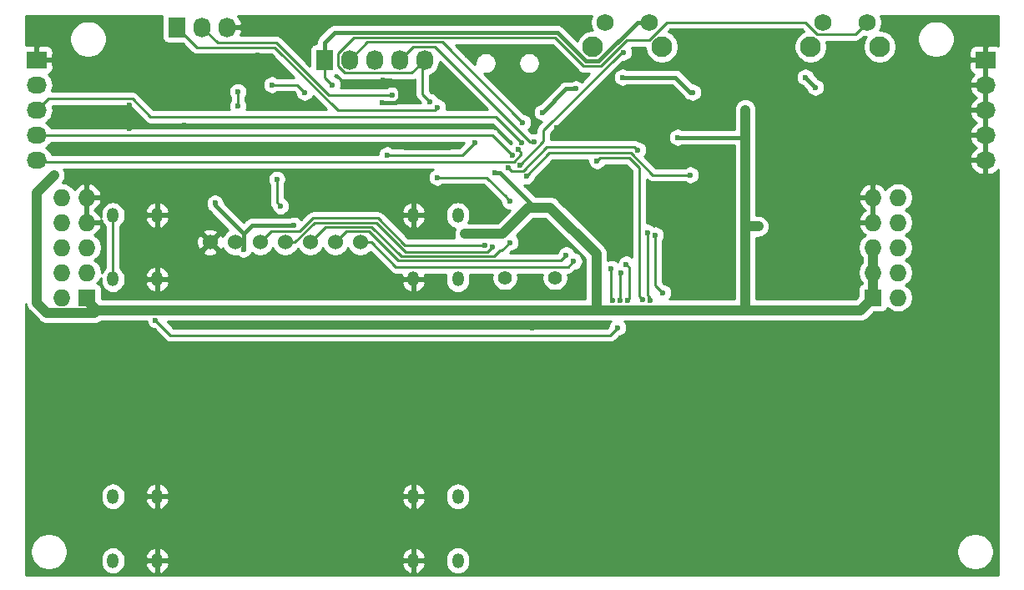
<source format=gbl>
%TF.GenerationSoftware,KiCad,Pcbnew,(5.1.12)-1*%
%TF.CreationDate,2021-11-29T00:37:47+03:00*%
%TF.ProjectId,lepetocontrol,6c657065-746f-4636-9f6e-74726f6c2e6b,rev?*%
%TF.SameCoordinates,Original*%
%TF.FileFunction,Copper,L2,Bot*%
%TF.FilePolarity,Positive*%
%FSLAX46Y46*%
G04 Gerber Fmt 4.6, Leading zero omitted, Abs format (unit mm)*
G04 Created by KiCad (PCBNEW (5.1.12)-1) date 2021-11-29 00:37:47*
%MOMM*%
%LPD*%
G01*
G04 APERTURE LIST*
%TA.AperFunction,ComponentPad*%
%ADD10O,1.727200X2.032000*%
%TD*%
%TA.AperFunction,ComponentPad*%
%ADD11R,1.727200X2.032000*%
%TD*%
%TA.AperFunction,ComponentPad*%
%ADD12C,1.422400*%
%TD*%
%TA.AperFunction,ComponentPad*%
%ADD13O,1.727200X1.727200*%
%TD*%
%TA.AperFunction,ComponentPad*%
%ADD14R,1.727200X1.727200*%
%TD*%
%TA.AperFunction,ComponentPad*%
%ADD15O,1.200000X1.500000*%
%TD*%
%TA.AperFunction,ComponentPad*%
%ADD16C,1.524000*%
%TD*%
%TA.AperFunction,ComponentPad*%
%ADD17C,2.100000*%
%TD*%
%TA.AperFunction,ComponentPad*%
%ADD18C,1.750000*%
%TD*%
%TA.AperFunction,ComponentPad*%
%ADD19O,2.032000X1.727200*%
%TD*%
%TA.AperFunction,ComponentPad*%
%ADD20R,2.032000X1.727200*%
%TD*%
%TA.AperFunction,ViaPad*%
%ADD21C,0.600000*%
%TD*%
%TA.AperFunction,Conductor*%
%ADD22C,0.400000*%
%TD*%
%TA.AperFunction,Conductor*%
%ADD23C,1.000000*%
%TD*%
%TA.AperFunction,Conductor*%
%ADD24C,0.250000*%
%TD*%
%TA.AperFunction,Conductor*%
%ADD25C,0.254000*%
%TD*%
%TA.AperFunction,Conductor*%
%ADD26C,0.100000*%
%TD*%
G04 APERTURE END LIST*
D10*
X216154000Y-85090000D03*
X213614000Y-85090000D03*
X211074000Y-85090000D03*
X208534000Y-85090000D03*
D11*
X205994000Y-85090000D03*
D12*
X224282000Y-107188000D03*
X229362000Y-107188000D03*
D13*
X264160000Y-99060000D03*
X261620000Y-99060000D03*
X264160000Y-101600000D03*
X261620000Y-101600000D03*
X264160000Y-104140000D03*
X261620000Y-104140000D03*
X264160000Y-106680000D03*
X261620000Y-106680000D03*
X264160000Y-109220000D03*
D14*
X261620000Y-109220000D03*
D13*
X179324000Y-99060000D03*
X181864000Y-99060000D03*
X179324000Y-101600000D03*
X181864000Y-101600000D03*
X179324000Y-104140000D03*
X181864000Y-104140000D03*
X179324000Y-106680000D03*
X181864000Y-106680000D03*
X179324000Y-109220000D03*
D14*
X181864000Y-109220000D03*
D10*
X196088000Y-81788000D03*
X193548000Y-81788000D03*
D11*
X191008000Y-81788000D03*
D15*
X219500000Y-107350000D03*
X219500000Y-100850000D03*
X215000000Y-107350000D03*
X215000000Y-100850000D03*
X184500000Y-129400000D03*
X184500000Y-135900000D03*
X189000000Y-129400000D03*
X189000000Y-135900000D03*
X219500000Y-135900000D03*
X219500000Y-129400000D03*
X215000000Y-135900000D03*
X215000000Y-129400000D03*
X184500000Y-100850000D03*
X184500000Y-107350000D03*
X189000000Y-100850000D03*
X189000000Y-107350000D03*
D16*
X209620000Y-103600000D03*
X207080000Y-103600000D03*
X204540000Y-103600000D03*
X202000000Y-103600000D03*
X199460000Y-103600000D03*
X196920000Y-103600000D03*
X194380000Y-103600000D03*
D17*
X233192000Y-83770000D03*
D18*
X234442000Y-81280000D03*
X238942000Y-81280000D03*
D17*
X240202000Y-83770000D03*
X255290000Y-83770000D03*
D18*
X256540000Y-81280000D03*
X261040000Y-81280000D03*
D17*
X262300000Y-83770000D03*
D19*
X176784000Y-95278000D03*
X176784000Y-92738000D03*
X176784000Y-90198000D03*
X176784000Y-87658000D03*
D20*
X176784000Y-85118000D03*
D19*
X273050000Y-95278000D03*
X273050000Y-92738000D03*
X273050000Y-90198000D03*
X273050000Y-87658000D03*
D20*
X273050000Y-85118000D03*
D21*
X234823000Y-100838000D03*
X227330000Y-88011000D03*
X204343000Y-96647000D03*
X216916000Y-87630000D03*
X206629000Y-93726000D03*
X214272001Y-94003001D03*
X204089000Y-83312000D03*
X224282000Y-85979000D03*
X191770000Y-94107000D03*
X210947000Y-94361000D03*
X213614000Y-88011000D03*
X218632136Y-94003001D03*
X195961000Y-87122000D03*
X191770000Y-91694000D03*
X218059000Y-86106000D03*
X256286000Y-89408000D03*
X224536000Y-84074000D03*
X182372000Y-86995000D03*
X221742000Y-81026000D03*
X213614000Y-91821000D03*
X218567000Y-87630000D03*
X228981000Y-84328000D03*
X231013000Y-81280000D03*
X235077000Y-87249000D03*
X243586000Y-90170000D03*
X191770000Y-96520000D03*
X211963000Y-87122000D03*
X204216000Y-94107000D03*
X186182000Y-87376000D03*
X232537000Y-100838000D03*
X186182000Y-93853000D03*
X186182000Y-92075000D03*
X238379000Y-88265000D03*
X258191000Y-92075000D03*
X232791000Y-90678000D03*
X186182000Y-89662000D03*
X230759000Y-92456000D03*
X229516520Y-91958951D03*
X246888000Y-84201000D03*
X236220000Y-91948000D03*
X258064000Y-83439000D03*
X266319000Y-88265000D03*
X185801000Y-96774000D03*
X191770000Y-88265000D03*
X191770000Y-90043000D03*
X220472000Y-84632857D03*
X191770000Y-84709000D03*
X198882000Y-99822000D03*
X211836000Y-89471500D03*
X241000000Y-105000000D03*
X221615000Y-101219000D03*
X217170000Y-107315000D03*
X217170000Y-102616000D03*
X237000000Y-104000000D03*
X247000000Y-95000000D03*
X250303483Y-94970019D03*
X203200000Y-114046000D03*
X203200000Y-108839000D03*
X205232000Y-89662000D03*
X200279000Y-114046000D03*
X200279000Y-108839000D03*
X199263000Y-84582000D03*
X199263000Y-82296000D03*
X227076000Y-112268000D03*
X239204500Y-100076000D03*
X228346000Y-108585000D03*
X225806000Y-108585000D03*
X240184001Y-95395999D03*
X236728000Y-98679000D03*
X224536000Y-81026000D03*
X227330000Y-100076000D03*
X178562000Y-96774000D03*
X223266000Y-96520000D03*
X206756000Y-87630000D03*
X241808000Y-92964000D03*
X228092000Y-90424000D03*
X231482913Y-88050009D03*
X248666000Y-90170000D03*
X254762000Y-86868000D03*
X255778000Y-87884000D03*
X194871306Y-99636593D03*
X250000000Y-102000000D03*
X197747989Y-104307966D03*
X220218000Y-102743000D03*
X202885051Y-101887989D03*
X217424000Y-97028000D03*
X216690517Y-89353989D03*
X224790000Y-99441000D03*
X227281807Y-93398294D03*
X226060000Y-91440000D03*
X212828244Y-88694121D03*
X217454530Y-89915116D03*
X225806000Y-95758000D03*
X236311198Y-84339176D03*
X212344000Y-94742000D03*
X237744000Y-94234000D03*
X221234000Y-93472000D03*
X224632683Y-96047418D03*
X200660000Y-87630000D03*
X226468307Y-96892287D03*
X203962000Y-88392000D03*
X243078000Y-96774000D03*
X225605100Y-94218396D03*
X225006242Y-94748856D03*
X225980160Y-93511750D03*
X197189378Y-89769018D03*
X197189378Y-88322009D03*
X235077000Y-106299000D03*
X235165987Y-109474000D03*
X236596414Y-105833010D03*
X236766013Y-109474000D03*
X236083010Y-106680000D03*
X235966000Y-109474000D03*
X188849000Y-111506000D03*
X235712000Y-112268000D03*
X240284000Y-108712000D03*
X239522000Y-102870000D03*
X238760000Y-102616000D03*
X239014000Y-109474000D03*
X233622821Y-95343043D03*
X238215999Y-109417316D03*
X201518510Y-99939010D03*
X201134241Y-97211959D03*
X236220000Y-86868000D03*
X243332000Y-88392000D03*
X231267000Y-105537000D03*
X230505000Y-104902000D03*
X224790000Y-103632000D03*
X223026126Y-104080031D03*
X222250000Y-103886000D03*
D22*
X213169500Y-89471500D02*
X211836000Y-89471500D01*
X213614000Y-89027000D02*
X213169500Y-89471500D01*
X213614000Y-88011000D02*
X213614000Y-89027000D01*
X218632136Y-94003001D02*
X214272001Y-94003001D01*
X212725000Y-87122000D02*
X213614000Y-88011000D01*
X216916000Y-87630000D02*
X218567000Y-87630000D01*
X211963000Y-87122000D02*
X212725000Y-87122000D01*
X191770000Y-88265000D02*
X191770000Y-90043000D01*
X197747989Y-102751989D02*
X197747989Y-104307966D01*
X194871306Y-99875306D02*
X194871306Y-99636593D01*
X197747989Y-102751989D02*
X194871306Y-99875306D01*
D23*
X248666000Y-101666000D02*
X248666000Y-110490000D01*
X248666000Y-92964000D02*
X248666000Y-101666000D01*
X250000000Y-102000000D02*
X249000000Y-102000000D01*
X249000000Y-102000000D02*
X248666000Y-101666000D01*
X233564011Y-104783204D02*
X233564011Y-110351989D01*
X233564011Y-110351989D02*
X233426000Y-110490000D01*
X227330000Y-100076000D02*
X228856807Y-100076000D01*
X228856807Y-100076000D02*
X233564011Y-104783204D01*
X233426000Y-110490000D02*
X248666000Y-110490000D01*
X227330000Y-110490000D02*
X233426000Y-110490000D01*
X227330000Y-110490000D02*
X228602807Y-110490000D01*
X224028000Y-102743000D02*
X220218000Y-102743000D01*
X226695000Y-100076000D02*
X224028000Y-102743000D01*
X227330000Y-100076000D02*
X226695000Y-100076000D01*
D22*
X198611989Y-101887989D02*
X202885051Y-101887989D01*
X197747989Y-102751989D02*
X198611989Y-101887989D01*
X206982043Y-82323957D02*
X229599955Y-82323957D01*
D24*
X206756000Y-87630000D02*
X205994000Y-86868000D01*
D22*
X205994000Y-85090000D02*
X205994000Y-83312000D01*
D23*
X176784000Y-98552000D02*
X178562000Y-96774000D01*
D22*
X241808000Y-92964000D02*
X248666000Y-92964000D01*
D23*
X176784000Y-109728000D02*
X176784000Y-98552000D01*
D22*
X232495999Y-85220001D02*
X233803999Y-85220001D01*
X228092000Y-90424000D02*
X230465991Y-88050009D01*
X205994000Y-83312000D02*
X206982043Y-82323957D01*
D24*
X205994000Y-86868000D02*
X205994000Y-85090000D01*
D23*
X177839601Y-110783601D02*
X176784000Y-109728000D01*
D22*
X230465991Y-88050009D02*
X231482913Y-88050009D01*
D23*
X248666000Y-90170000D02*
X248666000Y-92964000D01*
D22*
X227330000Y-100076000D02*
X223774000Y-96520000D01*
X233803999Y-85220001D02*
X237744000Y-81280000D01*
X223774000Y-96520000D02*
X223266000Y-96520000D01*
X237744000Y-81280000D02*
X238942000Y-81280000D01*
X229599955Y-82323957D02*
X232495999Y-85220001D01*
D23*
X182880000Y-110490000D02*
X227330000Y-110490000D01*
X181864000Y-109220000D02*
X181864000Y-109474000D01*
X181864000Y-109474000D02*
X182880000Y-110490000D01*
D22*
X181864000Y-109728000D02*
X182626000Y-110490000D01*
D23*
X182880000Y-110490000D02*
X182586399Y-110783601D01*
X182586399Y-110783601D02*
X177839601Y-110783601D01*
X261620000Y-104140000D02*
X261620000Y-106680000D01*
X248666000Y-110490000D02*
X260350000Y-110490000D01*
X260350000Y-110490000D02*
X261620000Y-109220000D01*
D22*
X181864000Y-109220000D02*
X181864000Y-109728000D01*
X255778000Y-87884000D02*
X254762000Y-86868000D01*
D23*
X261620000Y-109220000D02*
X261620000Y-106680000D01*
D24*
X224790000Y-99441000D02*
X224456932Y-99107932D01*
X224456932Y-99107932D02*
X224456932Y-99052428D01*
X238888003Y-83109999D02*
X236656477Y-83109999D01*
X255963999Y-82480001D02*
X254763998Y-81280000D01*
X208941684Y-82848968D02*
X207345390Y-84445262D01*
X222432504Y-97028000D02*
X217424000Y-97028000D01*
X207345390Y-84445262D02*
X207345390Y-85734738D01*
X215909999Y-85334001D02*
X215909999Y-88573471D01*
X259839999Y-82480001D02*
X255963999Y-82480001D01*
X236656477Y-83109999D02*
X234021464Y-85745012D01*
X232278533Y-85745012D02*
X229382490Y-82848968D01*
X224456932Y-99052428D02*
X222432504Y-97028000D01*
X214812990Y-86431010D02*
X216154000Y-85090000D01*
X215909999Y-88573471D02*
X216690517Y-89353989D01*
X207345390Y-85734738D02*
X208041662Y-86431010D01*
X254763998Y-81280000D02*
X240718002Y-81280000D01*
X234021464Y-85745012D02*
X232278533Y-85745012D01*
X261040000Y-81280000D02*
X259839999Y-82480001D01*
X240718002Y-81280000D02*
X238888003Y-83109999D01*
X208041662Y-86431010D02*
X214812990Y-86431010D01*
X216154000Y-85090000D02*
X215909999Y-85334001D01*
X229382490Y-82848968D02*
X208941684Y-82848968D01*
X217208239Y-83748990D02*
X226857543Y-93398294D01*
X226857543Y-93398294D02*
X227281807Y-93398294D01*
X214955010Y-83748990D02*
X217208239Y-83748990D01*
X213614000Y-85090000D02*
X214955010Y-83748990D01*
X217918979Y-83298979D02*
X210325021Y-83298979D01*
X226060000Y-91440000D02*
X217918979Y-83298979D01*
X210325021Y-83298979D02*
X208534000Y-85090000D01*
X206424532Y-88694121D02*
X212828244Y-88694121D01*
X193548000Y-81788000D02*
X195129989Y-83369989D01*
X201100400Y-83369989D02*
X206424532Y-88694121D01*
X195129989Y-83369989D02*
X201100400Y-83369989D01*
X217454530Y-89915116D02*
X217154531Y-90215115D01*
X217154531Y-90215115D02*
X207309115Y-90215115D01*
X207309115Y-90215115D02*
X200914000Y-83820000D01*
X193040000Y-83820000D02*
X191008000Y-81788000D01*
X200914000Y-83820000D02*
X193040000Y-83820000D01*
X228201991Y-93362009D02*
X228201991Y-92238533D01*
X228201991Y-92238533D02*
X236101348Y-84339176D01*
X236101348Y-84339176D02*
X236311198Y-84339176D01*
X225806000Y-95758000D02*
X228201991Y-93362009D01*
X237444001Y-93934001D02*
X228555001Y-93934001D01*
X221234000Y-93472000D02*
X219964000Y-94742000D01*
X219964000Y-94742000D02*
X212344000Y-94742000D01*
X226106001Y-96383001D02*
X224968266Y-96383001D01*
X237744000Y-94234000D02*
X237444001Y-93934001D01*
X228555001Y-93934001D02*
X226106001Y-96383001D01*
X224968266Y-96383001D02*
X224632683Y-96047418D01*
X203200000Y-87630000D02*
X200660000Y-87630000D01*
X203962000Y-88392000D02*
X203200000Y-87630000D01*
X228804607Y-94555987D02*
X226468307Y-96892287D01*
X237087402Y-94555987D02*
X228804607Y-94555987D01*
X243078000Y-96774000D02*
X239305415Y-96774000D01*
X239305415Y-96774000D02*
X237087402Y-94555987D01*
X176928416Y-95422416D02*
X225216582Y-95422416D01*
X225905099Y-94518395D02*
X225605100Y-94218396D01*
X176784000Y-95278000D02*
X176928416Y-95422416D01*
X225905099Y-94733899D02*
X225905099Y-94518395D01*
X225216582Y-95422416D02*
X225905099Y-94733899D01*
X176784000Y-92738000D02*
X222995386Y-92738000D01*
X222995386Y-92738000D02*
X225006242Y-94748856D01*
X176784000Y-90198000D02*
X177945002Y-89036998D01*
X223342419Y-90874009D02*
X225980160Y-93511750D01*
X177945002Y-89036998D02*
X186482002Y-89036998D01*
X188319013Y-90874009D02*
X223342419Y-90874009D01*
X186482002Y-89036998D02*
X188319013Y-90874009D01*
X197189378Y-88322009D02*
X197189378Y-89769018D01*
X197189378Y-89769018D02*
X197189378Y-89769018D01*
X197189378Y-89769018D02*
X197186376Y-89772020D01*
X235077000Y-106299000D02*
X235077000Y-109385013D01*
X235077000Y-109385013D02*
X235165987Y-109474000D01*
X236896413Y-109343600D02*
X236766013Y-109474000D01*
X236896413Y-106133009D02*
X236896413Y-109343600D01*
X236596414Y-105833010D02*
X236896413Y-106133009D01*
X184500000Y-100850000D02*
X184500000Y-107350000D01*
X235966000Y-109474000D02*
X235966000Y-106797010D01*
X235966000Y-106797010D02*
X236083010Y-106680000D01*
X234950000Y-113030000D02*
X235712000Y-112268000D01*
X190373000Y-113030000D02*
X234950000Y-113030000D01*
X188849000Y-111506000D02*
X190373000Y-113030000D01*
X239522000Y-102870000D02*
X239522000Y-107950000D01*
X239522000Y-107950000D02*
X240284000Y-108712000D01*
X238760000Y-102616000D02*
X238760000Y-108966000D01*
X238760000Y-108966000D02*
X239014000Y-109220000D01*
X239014000Y-109220000D02*
X239014000Y-109474000D01*
X237916000Y-96020996D02*
X236901002Y-95005998D01*
X233959866Y-95005998D02*
X233622821Y-95343043D01*
X238215999Y-109417316D02*
X237916000Y-109117317D01*
X236901002Y-95005998D02*
X233959866Y-95005998D01*
X237916000Y-109117317D02*
X237916000Y-96020996D01*
X201518510Y-99939010D02*
X201134241Y-99554741D01*
X201134241Y-99554741D02*
X201134241Y-97211959D01*
D22*
X241554000Y-86868000D02*
X243078000Y-88392000D01*
X243078000Y-88392000D02*
X243332000Y-88392000D01*
X236220000Y-86868000D02*
X241554000Y-86868000D01*
D24*
X209620000Y-103600000D02*
X210697630Y-103600000D01*
X230689991Y-106114009D02*
X231267000Y-105537000D01*
X213211639Y-106114009D02*
X230689991Y-106114009D01*
X210697630Y-103600000D02*
X213211639Y-106114009D01*
X213437213Y-105490033D02*
X229916967Y-105490033D01*
X207080000Y-103600000D02*
X208167001Y-102512999D01*
X210460179Y-102512999D02*
X213437213Y-105490033D01*
X208167001Y-102512999D02*
X210460179Y-102512999D01*
X229916967Y-105490033D02*
X230505000Y-104902000D01*
X223984736Y-104437264D02*
X224790000Y-103632000D01*
X223774000Y-104437264D02*
X223984736Y-104437264D01*
X204540000Y-103600000D02*
X206077012Y-102062988D01*
X206077012Y-102062988D02*
X210773578Y-102062988D01*
X210773578Y-102062988D02*
X213750612Y-105040022D01*
X223171242Y-105040022D02*
X223774000Y-104437264D01*
X213750612Y-105040022D02*
X223171242Y-105040022D01*
X202979410Y-103600000D02*
X204966433Y-101612977D01*
X222516146Y-104590011D02*
X223026126Y-104080031D01*
X204966433Y-101612977D02*
X211212566Y-101612977D01*
X211212566Y-101612977D02*
X214189600Y-104590011D01*
X214189600Y-104590011D02*
X222516146Y-104590011D01*
X202000000Y-103600000D02*
X202979410Y-103600000D01*
X200547001Y-102512999D02*
X199460000Y-103600000D01*
X214122000Y-103886000D02*
X211398966Y-101162966D01*
X211398966Y-101162966D02*
X204780032Y-101162968D01*
X204780032Y-101162968D02*
X203430001Y-102512999D01*
X203430001Y-102512999D02*
X200547001Y-102512999D01*
X222250000Y-103886000D02*
X214122000Y-103886000D01*
D25*
X274337146Y-83679312D02*
X274310180Y-83664898D01*
X274190482Y-83628588D01*
X274066000Y-83616328D01*
X273335750Y-83619400D01*
X273177000Y-83778150D01*
X273177000Y-84991000D01*
X273197000Y-84991000D01*
X273197000Y-85245000D01*
X273177000Y-85245000D01*
X273177000Y-87531000D01*
X273197000Y-87531000D01*
X273197000Y-87785000D01*
X273177000Y-87785000D01*
X273177000Y-90071000D01*
X273197000Y-90071000D01*
X273197000Y-90325000D01*
X273177000Y-90325000D01*
X273177000Y-92611000D01*
X273197000Y-92611000D01*
X273197000Y-92865000D01*
X273177000Y-92865000D01*
X273177000Y-95151000D01*
X273197000Y-95151000D01*
X273197000Y-95405000D01*
X273177000Y-95405000D01*
X273177000Y-96618925D01*
X273411914Y-96763185D01*
X273697633Y-96693773D01*
X273964321Y-96569954D01*
X274201729Y-96396486D01*
X274327385Y-96259813D01*
X274295513Y-137340000D01*
X175660000Y-137340000D01*
X175660000Y-134814344D01*
X176115000Y-134814344D01*
X176115000Y-135185656D01*
X176187439Y-135549834D01*
X176329534Y-135892882D01*
X176535825Y-136201618D01*
X176798382Y-136464175D01*
X177107118Y-136670466D01*
X177450166Y-136812561D01*
X177814344Y-136885000D01*
X178185656Y-136885000D01*
X178549834Y-136812561D01*
X178892882Y-136670466D01*
X179201618Y-136464175D01*
X179464175Y-136201618D01*
X179670466Y-135892882D01*
X179754777Y-135689335D01*
X183265000Y-135689335D01*
X183265000Y-136110664D01*
X183282870Y-136292101D01*
X183353489Y-136524900D01*
X183468167Y-136739448D01*
X183622498Y-136927502D01*
X183810551Y-137081833D01*
X184025099Y-137196511D01*
X184257898Y-137267130D01*
X184500000Y-137290975D01*
X184742101Y-137267130D01*
X184974900Y-137196511D01*
X185189448Y-137081833D01*
X185377502Y-136927502D01*
X185531833Y-136739449D01*
X185646511Y-136524901D01*
X185717130Y-136292102D01*
X185724166Y-136220664D01*
X187775440Y-136220664D01*
X187832264Y-136456285D01*
X187933964Y-136676292D01*
X188076631Y-136872231D01*
X188254783Y-137036572D01*
X188461573Y-137163000D01*
X188682391Y-137243462D01*
X188873000Y-137118731D01*
X188873000Y-136027000D01*
X189127000Y-136027000D01*
X189127000Y-137118731D01*
X189317609Y-137243462D01*
X189538427Y-137163000D01*
X189745217Y-137036572D01*
X189923369Y-136872231D01*
X190066036Y-136676292D01*
X190167736Y-136456285D01*
X190224560Y-136220664D01*
X213775440Y-136220664D01*
X213832264Y-136456285D01*
X213933964Y-136676292D01*
X214076631Y-136872231D01*
X214254783Y-137036572D01*
X214461573Y-137163000D01*
X214682391Y-137243462D01*
X214873000Y-137118731D01*
X214873000Y-136027000D01*
X215127000Y-136027000D01*
X215127000Y-137118731D01*
X215317609Y-137243462D01*
X215538427Y-137163000D01*
X215745217Y-137036572D01*
X215923369Y-136872231D01*
X216066036Y-136676292D01*
X216167736Y-136456285D01*
X216224560Y-136220664D01*
X216077431Y-136027000D01*
X215127000Y-136027000D01*
X214873000Y-136027000D01*
X213922569Y-136027000D01*
X213775440Y-136220664D01*
X190224560Y-136220664D01*
X190077431Y-136027000D01*
X189127000Y-136027000D01*
X188873000Y-136027000D01*
X187922569Y-136027000D01*
X187775440Y-136220664D01*
X185724166Y-136220664D01*
X185735000Y-136110665D01*
X185735000Y-135689336D01*
X185724166Y-135579336D01*
X187775440Y-135579336D01*
X187922569Y-135773000D01*
X188873000Y-135773000D01*
X188873000Y-134681269D01*
X189127000Y-134681269D01*
X189127000Y-135773000D01*
X190077431Y-135773000D01*
X190224560Y-135579336D01*
X213775440Y-135579336D01*
X213922569Y-135773000D01*
X214873000Y-135773000D01*
X214873000Y-134681269D01*
X215127000Y-134681269D01*
X215127000Y-135773000D01*
X216077431Y-135773000D01*
X216140991Y-135689336D01*
X218265000Y-135689336D01*
X218265000Y-136110665D01*
X218282870Y-136292102D01*
X218353489Y-136524901D01*
X218468168Y-136739449D01*
X218622499Y-136927502D01*
X218810552Y-137081833D01*
X219025100Y-137196511D01*
X219257899Y-137267130D01*
X219500000Y-137290975D01*
X219742102Y-137267130D01*
X219974901Y-137196511D01*
X220189449Y-137081833D01*
X220377502Y-136927502D01*
X220531833Y-136739448D01*
X220646511Y-136524900D01*
X220717130Y-136292101D01*
X220735000Y-136110664D01*
X220735000Y-135689335D01*
X220717130Y-135507898D01*
X220646511Y-135275099D01*
X220531833Y-135060551D01*
X220377502Y-134872498D01*
X220306641Y-134814344D01*
X270115000Y-134814344D01*
X270115000Y-135185656D01*
X270187439Y-135549834D01*
X270329534Y-135892882D01*
X270535825Y-136201618D01*
X270798382Y-136464175D01*
X271107118Y-136670466D01*
X271450166Y-136812561D01*
X271814344Y-136885000D01*
X272185656Y-136885000D01*
X272549834Y-136812561D01*
X272892882Y-136670466D01*
X273201618Y-136464175D01*
X273464175Y-136201618D01*
X273670466Y-135892882D01*
X273812561Y-135549834D01*
X273885000Y-135185656D01*
X273885000Y-134814344D01*
X273812561Y-134450166D01*
X273670466Y-134107118D01*
X273464175Y-133798382D01*
X273201618Y-133535825D01*
X272892882Y-133329534D01*
X272549834Y-133187439D01*
X272185656Y-133115000D01*
X271814344Y-133115000D01*
X271450166Y-133187439D01*
X271107118Y-133329534D01*
X270798382Y-133535825D01*
X270535825Y-133798382D01*
X270329534Y-134107118D01*
X270187439Y-134450166D01*
X270115000Y-134814344D01*
X220306641Y-134814344D01*
X220189448Y-134718167D01*
X219974900Y-134603489D01*
X219742101Y-134532870D01*
X219500000Y-134509025D01*
X219257898Y-134532870D01*
X219025099Y-134603489D01*
X218810551Y-134718167D01*
X218622498Y-134872498D01*
X218468167Y-135060552D01*
X218353489Y-135275100D01*
X218282870Y-135507899D01*
X218265000Y-135689336D01*
X216140991Y-135689336D01*
X216224560Y-135579336D01*
X216167736Y-135343715D01*
X216066036Y-135123708D01*
X215923369Y-134927769D01*
X215745217Y-134763428D01*
X215538427Y-134637000D01*
X215317609Y-134556538D01*
X215127000Y-134681269D01*
X214873000Y-134681269D01*
X214682391Y-134556538D01*
X214461573Y-134637000D01*
X214254783Y-134763428D01*
X214076631Y-134927769D01*
X213933964Y-135123708D01*
X213832264Y-135343715D01*
X213775440Y-135579336D01*
X190224560Y-135579336D01*
X190167736Y-135343715D01*
X190066036Y-135123708D01*
X189923369Y-134927769D01*
X189745217Y-134763428D01*
X189538427Y-134637000D01*
X189317609Y-134556538D01*
X189127000Y-134681269D01*
X188873000Y-134681269D01*
X188682391Y-134556538D01*
X188461573Y-134637000D01*
X188254783Y-134763428D01*
X188076631Y-134927769D01*
X187933964Y-135123708D01*
X187832264Y-135343715D01*
X187775440Y-135579336D01*
X185724166Y-135579336D01*
X185717130Y-135507899D01*
X185646511Y-135275100D01*
X185531833Y-135060552D01*
X185377502Y-134872498D01*
X185189449Y-134718167D01*
X184974901Y-134603489D01*
X184742102Y-134532870D01*
X184500000Y-134509025D01*
X184257899Y-134532870D01*
X184025100Y-134603489D01*
X183810552Y-134718167D01*
X183622499Y-134872498D01*
X183468168Y-135060551D01*
X183353489Y-135275099D01*
X183282870Y-135507898D01*
X183265000Y-135689335D01*
X179754777Y-135689335D01*
X179812561Y-135549834D01*
X179885000Y-135185656D01*
X179885000Y-134814344D01*
X179812561Y-134450166D01*
X179670466Y-134107118D01*
X179464175Y-133798382D01*
X179201618Y-133535825D01*
X178892882Y-133329534D01*
X178549834Y-133187439D01*
X178185656Y-133115000D01*
X177814344Y-133115000D01*
X177450166Y-133187439D01*
X177107118Y-133329534D01*
X176798382Y-133535825D01*
X176535825Y-133798382D01*
X176329534Y-134107118D01*
X176187439Y-134450166D01*
X176115000Y-134814344D01*
X175660000Y-134814344D01*
X175660000Y-129189335D01*
X183265000Y-129189335D01*
X183265000Y-129610664D01*
X183282870Y-129792101D01*
X183353489Y-130024900D01*
X183468167Y-130239448D01*
X183622498Y-130427502D01*
X183810551Y-130581833D01*
X184025099Y-130696511D01*
X184257898Y-130767130D01*
X184500000Y-130790975D01*
X184742101Y-130767130D01*
X184974900Y-130696511D01*
X185189448Y-130581833D01*
X185377502Y-130427502D01*
X185531833Y-130239449D01*
X185646511Y-130024901D01*
X185717130Y-129792102D01*
X185724166Y-129720664D01*
X187775440Y-129720664D01*
X187832264Y-129956285D01*
X187933964Y-130176292D01*
X188076631Y-130372231D01*
X188254783Y-130536572D01*
X188461573Y-130663000D01*
X188682391Y-130743462D01*
X188873000Y-130618731D01*
X188873000Y-129527000D01*
X189127000Y-129527000D01*
X189127000Y-130618731D01*
X189317609Y-130743462D01*
X189538427Y-130663000D01*
X189745217Y-130536572D01*
X189923369Y-130372231D01*
X190066036Y-130176292D01*
X190167736Y-129956285D01*
X190224560Y-129720664D01*
X213775440Y-129720664D01*
X213832264Y-129956285D01*
X213933964Y-130176292D01*
X214076631Y-130372231D01*
X214254783Y-130536572D01*
X214461573Y-130663000D01*
X214682391Y-130743462D01*
X214873000Y-130618731D01*
X214873000Y-129527000D01*
X215127000Y-129527000D01*
X215127000Y-130618731D01*
X215317609Y-130743462D01*
X215538427Y-130663000D01*
X215745217Y-130536572D01*
X215923369Y-130372231D01*
X216066036Y-130176292D01*
X216167736Y-129956285D01*
X216224560Y-129720664D01*
X216077431Y-129527000D01*
X215127000Y-129527000D01*
X214873000Y-129527000D01*
X213922569Y-129527000D01*
X213775440Y-129720664D01*
X190224560Y-129720664D01*
X190077431Y-129527000D01*
X189127000Y-129527000D01*
X188873000Y-129527000D01*
X187922569Y-129527000D01*
X187775440Y-129720664D01*
X185724166Y-129720664D01*
X185735000Y-129610665D01*
X185735000Y-129189336D01*
X185724166Y-129079336D01*
X187775440Y-129079336D01*
X187922569Y-129273000D01*
X188873000Y-129273000D01*
X188873000Y-128181269D01*
X189127000Y-128181269D01*
X189127000Y-129273000D01*
X190077431Y-129273000D01*
X190224560Y-129079336D01*
X213775440Y-129079336D01*
X213922569Y-129273000D01*
X214873000Y-129273000D01*
X214873000Y-128181269D01*
X215127000Y-128181269D01*
X215127000Y-129273000D01*
X216077431Y-129273000D01*
X216140991Y-129189336D01*
X218265000Y-129189336D01*
X218265000Y-129610665D01*
X218282870Y-129792102D01*
X218353489Y-130024901D01*
X218468168Y-130239449D01*
X218622499Y-130427502D01*
X218810552Y-130581833D01*
X219025100Y-130696511D01*
X219257899Y-130767130D01*
X219500000Y-130790975D01*
X219742102Y-130767130D01*
X219974901Y-130696511D01*
X220189449Y-130581833D01*
X220377502Y-130427502D01*
X220531833Y-130239448D01*
X220646511Y-130024900D01*
X220717130Y-129792101D01*
X220735000Y-129610664D01*
X220735000Y-129189335D01*
X220717130Y-129007898D01*
X220646511Y-128775099D01*
X220531833Y-128560551D01*
X220377502Y-128372498D01*
X220189448Y-128218167D01*
X219974900Y-128103489D01*
X219742101Y-128032870D01*
X219500000Y-128009025D01*
X219257898Y-128032870D01*
X219025099Y-128103489D01*
X218810551Y-128218167D01*
X218622498Y-128372498D01*
X218468167Y-128560552D01*
X218353489Y-128775100D01*
X218282870Y-129007899D01*
X218265000Y-129189336D01*
X216140991Y-129189336D01*
X216224560Y-129079336D01*
X216167736Y-128843715D01*
X216066036Y-128623708D01*
X215923369Y-128427769D01*
X215745217Y-128263428D01*
X215538427Y-128137000D01*
X215317609Y-128056538D01*
X215127000Y-128181269D01*
X214873000Y-128181269D01*
X214682391Y-128056538D01*
X214461573Y-128137000D01*
X214254783Y-128263428D01*
X214076631Y-128427769D01*
X213933964Y-128623708D01*
X213832264Y-128843715D01*
X213775440Y-129079336D01*
X190224560Y-129079336D01*
X190167736Y-128843715D01*
X190066036Y-128623708D01*
X189923369Y-128427769D01*
X189745217Y-128263428D01*
X189538427Y-128137000D01*
X189317609Y-128056538D01*
X189127000Y-128181269D01*
X188873000Y-128181269D01*
X188682391Y-128056538D01*
X188461573Y-128137000D01*
X188254783Y-128263428D01*
X188076631Y-128427769D01*
X187933964Y-128623708D01*
X187832264Y-128843715D01*
X187775440Y-129079336D01*
X185724166Y-129079336D01*
X185717130Y-129007899D01*
X185646511Y-128775100D01*
X185531833Y-128560552D01*
X185377502Y-128372498D01*
X185189449Y-128218167D01*
X184974901Y-128103489D01*
X184742102Y-128032870D01*
X184500000Y-128009025D01*
X184257899Y-128032870D01*
X184025100Y-128103489D01*
X183810552Y-128218167D01*
X183622499Y-128372498D01*
X183468168Y-128560551D01*
X183353489Y-128775099D01*
X183282870Y-129007898D01*
X183265000Y-129189335D01*
X175660000Y-129189335D01*
X175660000Y-109895437D01*
X175665423Y-109950498D01*
X175730324Y-110164446D01*
X175835716Y-110361623D01*
X175977551Y-110534449D01*
X176020864Y-110569996D01*
X176997609Y-111546741D01*
X177033152Y-111590050D01*
X177205978Y-111731885D01*
X177403154Y-111837277D01*
X177617102Y-111902178D01*
X177783849Y-111918601D01*
X177783858Y-111918601D01*
X177839600Y-111924091D01*
X177895342Y-111918601D01*
X182530648Y-111918601D01*
X182586399Y-111924092D01*
X182642150Y-111918601D01*
X182642151Y-111918601D01*
X182808898Y-111902178D01*
X183022846Y-111837277D01*
X183220022Y-111731885D01*
X183350261Y-111625000D01*
X187919353Y-111625000D01*
X187949932Y-111778729D01*
X188020414Y-111948889D01*
X188122738Y-112102028D01*
X188252972Y-112232262D01*
X188406111Y-112334586D01*
X188576271Y-112405068D01*
X188697351Y-112429153D01*
X189809205Y-113541008D01*
X189832999Y-113570001D01*
X189861992Y-113593795D01*
X189861996Y-113593799D01*
X189932685Y-113651811D01*
X189948724Y-113664974D01*
X190080753Y-113735546D01*
X190224014Y-113779003D01*
X190335667Y-113790000D01*
X190335676Y-113790000D01*
X190372999Y-113793676D01*
X190410322Y-113790000D01*
X234912678Y-113790000D01*
X234950000Y-113793676D01*
X234987322Y-113790000D01*
X234987333Y-113790000D01*
X235098986Y-113779003D01*
X235242247Y-113735546D01*
X235374276Y-113664974D01*
X235490001Y-113570001D01*
X235513803Y-113540998D01*
X235863649Y-113191153D01*
X235984729Y-113167068D01*
X236154889Y-113096586D01*
X236308028Y-112994262D01*
X236438262Y-112864028D01*
X236540586Y-112710889D01*
X236611068Y-112540729D01*
X236647000Y-112360089D01*
X236647000Y-112175911D01*
X236611068Y-111995271D01*
X236540586Y-111825111D01*
X236438262Y-111671972D01*
X236391290Y-111625000D01*
X248610249Y-111625000D01*
X248666000Y-111630491D01*
X248721752Y-111625000D01*
X260294249Y-111625000D01*
X260350000Y-111630491D01*
X260405751Y-111625000D01*
X260405752Y-111625000D01*
X260572499Y-111608577D01*
X260786447Y-111543676D01*
X260983623Y-111438284D01*
X261156449Y-111296449D01*
X261191996Y-111253135D01*
X261723459Y-110721672D01*
X262483600Y-110721672D01*
X262608082Y-110709412D01*
X262727780Y-110673102D01*
X262838094Y-110614137D01*
X262934785Y-110534785D01*
X263014137Y-110438094D01*
X263073102Y-110327780D01*
X263090636Y-110269977D01*
X263204698Y-110384039D01*
X263450147Y-110548042D01*
X263722875Y-110661010D01*
X264012401Y-110718600D01*
X264307599Y-110718600D01*
X264597125Y-110661010D01*
X264869853Y-110548042D01*
X265115302Y-110384039D01*
X265324039Y-110175302D01*
X265488042Y-109929853D01*
X265601010Y-109657125D01*
X265658600Y-109367599D01*
X265658600Y-109072401D01*
X265601010Y-108782875D01*
X265488042Y-108510147D01*
X265324039Y-108264698D01*
X265115302Y-108055961D01*
X264956719Y-107950000D01*
X265115302Y-107844039D01*
X265324039Y-107635302D01*
X265488042Y-107389853D01*
X265601010Y-107117125D01*
X265658600Y-106827599D01*
X265658600Y-106532401D01*
X265601010Y-106242875D01*
X265488042Y-105970147D01*
X265324039Y-105724698D01*
X265115302Y-105515961D01*
X264956719Y-105410000D01*
X265115302Y-105304039D01*
X265324039Y-105095302D01*
X265488042Y-104849853D01*
X265601010Y-104577125D01*
X265658600Y-104287599D01*
X265658600Y-103992401D01*
X265601010Y-103702875D01*
X265488042Y-103430147D01*
X265324039Y-103184698D01*
X265115302Y-102975961D01*
X264956719Y-102870000D01*
X265115302Y-102764039D01*
X265324039Y-102555302D01*
X265488042Y-102309853D01*
X265601010Y-102037125D01*
X265658600Y-101747599D01*
X265658600Y-101452401D01*
X265601010Y-101162875D01*
X265488042Y-100890147D01*
X265324039Y-100644698D01*
X265115302Y-100435961D01*
X264956719Y-100330000D01*
X265115302Y-100224039D01*
X265324039Y-100015302D01*
X265488042Y-99769853D01*
X265601010Y-99497125D01*
X265658600Y-99207599D01*
X265658600Y-98912401D01*
X265601010Y-98622875D01*
X265488042Y-98350147D01*
X265324039Y-98104698D01*
X265115302Y-97895961D01*
X264869853Y-97731958D01*
X264597125Y-97618990D01*
X264307599Y-97561400D01*
X264012401Y-97561400D01*
X263722875Y-97618990D01*
X263450147Y-97731958D01*
X263204698Y-97895961D01*
X262995961Y-98104698D01*
X262885441Y-98270103D01*
X262826817Y-98171512D01*
X262630293Y-97953146D01*
X262394944Y-97777316D01*
X262129814Y-97650778D01*
X261979026Y-97605042D01*
X261747000Y-97726183D01*
X261747000Y-98933000D01*
X261767000Y-98933000D01*
X261767000Y-99187000D01*
X261747000Y-99187000D01*
X261747000Y-101473000D01*
X261767000Y-101473000D01*
X261767000Y-101727000D01*
X261747000Y-101727000D01*
X261747000Y-101747000D01*
X261493000Y-101747000D01*
X261493000Y-101727000D01*
X260285536Y-101727000D01*
X260165037Y-101959027D01*
X260263036Y-102235978D01*
X260413183Y-102488488D01*
X260609707Y-102706854D01*
X260825813Y-102868308D01*
X260664698Y-102975961D01*
X260455961Y-103184698D01*
X260291958Y-103430147D01*
X260178990Y-103702875D01*
X260121400Y-103992401D01*
X260121400Y-104287599D01*
X260178990Y-104577125D01*
X260291958Y-104849853D01*
X260455961Y-105095302D01*
X260485000Y-105124341D01*
X260485001Y-105695658D01*
X260455961Y-105724698D01*
X260291958Y-105970147D01*
X260178990Y-106242875D01*
X260121400Y-106532401D01*
X260121400Y-106827599D01*
X260178990Y-107117125D01*
X260291958Y-107389853D01*
X260455961Y-107635302D01*
X260485001Y-107664342D01*
X260485001Y-107781447D01*
X260401906Y-107825863D01*
X260305215Y-107905215D01*
X260225863Y-108001906D01*
X260166898Y-108112220D01*
X260130588Y-108231918D01*
X260118328Y-108356400D01*
X260118328Y-109116541D01*
X259879869Y-109355000D01*
X249801000Y-109355000D01*
X249801000Y-103135000D01*
X250055752Y-103135000D01*
X250222499Y-103118577D01*
X250436447Y-103053676D01*
X250633623Y-102948284D01*
X250806449Y-102806449D01*
X250948284Y-102633623D01*
X251053676Y-102436447D01*
X251118577Y-102222499D01*
X251140491Y-102000000D01*
X251118577Y-101777501D01*
X251053676Y-101563553D01*
X250948284Y-101366377D01*
X250806449Y-101193551D01*
X250633623Y-101051716D01*
X250436447Y-100946324D01*
X250222499Y-100881423D01*
X250055752Y-100865000D01*
X249801000Y-100865000D01*
X249801000Y-99419027D01*
X260165037Y-99419027D01*
X260263036Y-99695978D01*
X260413183Y-99948488D01*
X260609707Y-100166854D01*
X260828078Y-100330000D01*
X260609707Y-100493146D01*
X260413183Y-100711512D01*
X260263036Y-100964022D01*
X260165037Y-101240973D01*
X260285536Y-101473000D01*
X261493000Y-101473000D01*
X261493000Y-99187000D01*
X260285536Y-99187000D01*
X260165037Y-99419027D01*
X249801000Y-99419027D01*
X249801000Y-98700973D01*
X260165037Y-98700973D01*
X260285536Y-98933000D01*
X261493000Y-98933000D01*
X261493000Y-97726183D01*
X261260974Y-97605042D01*
X261110186Y-97650778D01*
X260845056Y-97777316D01*
X260609707Y-97953146D01*
X260413183Y-98171512D01*
X260263036Y-98424022D01*
X260165037Y-98700973D01*
X249801000Y-98700973D01*
X249801000Y-95637026D01*
X271442642Y-95637026D01*
X271445291Y-95652789D01*
X271546314Y-95928919D01*
X271699267Y-96180035D01*
X271898271Y-96396486D01*
X272135679Y-96569954D01*
X272402367Y-96693773D01*
X272688086Y-96763185D01*
X272923000Y-96618925D01*
X272923000Y-95405000D01*
X271563783Y-95405000D01*
X271442642Y-95637026D01*
X249801000Y-95637026D01*
X249801000Y-93097026D01*
X271442642Y-93097026D01*
X271445291Y-93112789D01*
X271546314Y-93388919D01*
X271699267Y-93640035D01*
X271898271Y-93856486D01*
X272105633Y-94008000D01*
X271898271Y-94159514D01*
X271699267Y-94375965D01*
X271546314Y-94627081D01*
X271445291Y-94903211D01*
X271442642Y-94918974D01*
X271563783Y-95151000D01*
X272923000Y-95151000D01*
X272923000Y-92865000D01*
X271563783Y-92865000D01*
X271442642Y-93097026D01*
X249801000Y-93097026D01*
X249801000Y-90557026D01*
X271442642Y-90557026D01*
X271445291Y-90572789D01*
X271546314Y-90848919D01*
X271699267Y-91100035D01*
X271898271Y-91316486D01*
X272105633Y-91468000D01*
X271898271Y-91619514D01*
X271699267Y-91835965D01*
X271546314Y-92087081D01*
X271445291Y-92363211D01*
X271442642Y-92378974D01*
X271563783Y-92611000D01*
X272923000Y-92611000D01*
X272923000Y-90325000D01*
X271563783Y-90325000D01*
X271442642Y-90557026D01*
X249801000Y-90557026D01*
X249801000Y-90114248D01*
X249784577Y-89947501D01*
X249719676Y-89733553D01*
X249614284Y-89536377D01*
X249472449Y-89363551D01*
X249299623Y-89221716D01*
X249102446Y-89116324D01*
X248888498Y-89051423D01*
X248666000Y-89029509D01*
X248443501Y-89051423D01*
X248229553Y-89116324D01*
X248032377Y-89221716D01*
X247859551Y-89363551D01*
X247717716Y-89536377D01*
X247612324Y-89733554D01*
X247547423Y-89947502D01*
X247531000Y-90114249D01*
X247531001Y-92129000D01*
X242235404Y-92129000D01*
X242080729Y-92064932D01*
X241900089Y-92029000D01*
X241715911Y-92029000D01*
X241535271Y-92064932D01*
X241365111Y-92135414D01*
X241211972Y-92237738D01*
X241081738Y-92367972D01*
X240979414Y-92521111D01*
X240908932Y-92691271D01*
X240873000Y-92871911D01*
X240873000Y-93056089D01*
X240908932Y-93236729D01*
X240979414Y-93406889D01*
X241081738Y-93560028D01*
X241211972Y-93690262D01*
X241365111Y-93792586D01*
X241535271Y-93863068D01*
X241715911Y-93899000D01*
X241900089Y-93899000D01*
X242080729Y-93863068D01*
X242235404Y-93799000D01*
X247531000Y-93799000D01*
X247531001Y-101610239D01*
X247525509Y-101666000D01*
X247531000Y-101721752D01*
X247531001Y-109355000D01*
X240963290Y-109355000D01*
X241010262Y-109308028D01*
X241112586Y-109154889D01*
X241183068Y-108984729D01*
X241219000Y-108804089D01*
X241219000Y-108619911D01*
X241183068Y-108439271D01*
X241112586Y-108269111D01*
X241010262Y-108115972D01*
X240880028Y-107985738D01*
X240726889Y-107883414D01*
X240556729Y-107812932D01*
X240435649Y-107788847D01*
X240282000Y-107635199D01*
X240282000Y-103415535D01*
X240350586Y-103312889D01*
X240421068Y-103142729D01*
X240457000Y-102962089D01*
X240457000Y-102777911D01*
X240421068Y-102597271D01*
X240350586Y-102427111D01*
X240248262Y-102273972D01*
X240118028Y-102143738D01*
X239964889Y-102041414D01*
X239794729Y-101970932D01*
X239614089Y-101935000D01*
X239429911Y-101935000D01*
X239406039Y-101939749D01*
X239356028Y-101889738D01*
X239202889Y-101787414D01*
X239032729Y-101716932D01*
X238852089Y-101681000D01*
X238676000Y-101681000D01*
X238676000Y-97219387D01*
X238741616Y-97285003D01*
X238765414Y-97314001D01*
X238794412Y-97337799D01*
X238881138Y-97408974D01*
X238926879Y-97433423D01*
X239013168Y-97479546D01*
X239156429Y-97523003D01*
X239268082Y-97534000D01*
X239268091Y-97534000D01*
X239305414Y-97537676D01*
X239342737Y-97534000D01*
X242532465Y-97534000D01*
X242635111Y-97602586D01*
X242805271Y-97673068D01*
X242985911Y-97709000D01*
X243170089Y-97709000D01*
X243350729Y-97673068D01*
X243520889Y-97602586D01*
X243674028Y-97500262D01*
X243804262Y-97370028D01*
X243906586Y-97216889D01*
X243977068Y-97046729D01*
X244013000Y-96866089D01*
X244013000Y-96681911D01*
X243977068Y-96501271D01*
X243906586Y-96331111D01*
X243804262Y-96177972D01*
X243674028Y-96047738D01*
X243520889Y-95945414D01*
X243350729Y-95874932D01*
X243170089Y-95839000D01*
X242985911Y-95839000D01*
X242805271Y-95874932D01*
X242635111Y-95945414D01*
X242532465Y-96014000D01*
X239620217Y-96014000D01*
X238453253Y-94847037D01*
X238470262Y-94830028D01*
X238572586Y-94676889D01*
X238643068Y-94506729D01*
X238679000Y-94326089D01*
X238679000Y-94141911D01*
X238643068Y-93961271D01*
X238572586Y-93791111D01*
X238470262Y-93637972D01*
X238340028Y-93507738D01*
X238186889Y-93405414D01*
X238016729Y-93334932D01*
X237878531Y-93307442D01*
X237868277Y-93299027D01*
X237736248Y-93228455D01*
X237592987Y-93184998D01*
X237481334Y-93174001D01*
X237481323Y-93174001D01*
X237444001Y-93170325D01*
X237406679Y-93174001D01*
X228961991Y-93174001D01*
X228961991Y-92553334D01*
X234739414Y-86775911D01*
X235285000Y-86775911D01*
X235285000Y-86960089D01*
X235320932Y-87140729D01*
X235391414Y-87310889D01*
X235493738Y-87464028D01*
X235623972Y-87594262D01*
X235777111Y-87696586D01*
X235947271Y-87767068D01*
X236127911Y-87803000D01*
X236312089Y-87803000D01*
X236492729Y-87767068D01*
X236647404Y-87703000D01*
X241208133Y-87703000D01*
X242458559Y-88953426D01*
X242484709Y-88985291D01*
X242611854Y-89089636D01*
X242756913Y-89167172D01*
X242852622Y-89196205D01*
X242889111Y-89220586D01*
X243059271Y-89291068D01*
X243239911Y-89327000D01*
X243424089Y-89327000D01*
X243604729Y-89291068D01*
X243774889Y-89220586D01*
X243928028Y-89118262D01*
X244058262Y-88988028D01*
X244160586Y-88834889D01*
X244231068Y-88664729D01*
X244267000Y-88484089D01*
X244267000Y-88299911D01*
X244231068Y-88119271D01*
X244160586Y-87949111D01*
X244058262Y-87795972D01*
X243928028Y-87665738D01*
X243774889Y-87563414D01*
X243604729Y-87492932D01*
X243424089Y-87457000D01*
X243323868Y-87457000D01*
X242642779Y-86775911D01*
X253827000Y-86775911D01*
X253827000Y-86960089D01*
X253862932Y-87140729D01*
X253933414Y-87310889D01*
X254035738Y-87464028D01*
X254165972Y-87594262D01*
X254319111Y-87696586D01*
X254473787Y-87760654D01*
X254885346Y-88172214D01*
X254949414Y-88326889D01*
X255051738Y-88480028D01*
X255181972Y-88610262D01*
X255335111Y-88712586D01*
X255505271Y-88783068D01*
X255685911Y-88819000D01*
X255870089Y-88819000D01*
X256050729Y-88783068D01*
X256220889Y-88712586D01*
X256374028Y-88610262D01*
X256504262Y-88480028D01*
X256606586Y-88326889D01*
X256677068Y-88156729D01*
X256704857Y-88017026D01*
X271442642Y-88017026D01*
X271445291Y-88032789D01*
X271546314Y-88308919D01*
X271699267Y-88560035D01*
X271898271Y-88776486D01*
X272105633Y-88928000D01*
X271898271Y-89079514D01*
X271699267Y-89295965D01*
X271546314Y-89547081D01*
X271445291Y-89823211D01*
X271442642Y-89838974D01*
X271563783Y-90071000D01*
X272923000Y-90071000D01*
X272923000Y-87785000D01*
X271563783Y-87785000D01*
X271442642Y-88017026D01*
X256704857Y-88017026D01*
X256713000Y-87976089D01*
X256713000Y-87791911D01*
X256677068Y-87611271D01*
X256606586Y-87441111D01*
X256504262Y-87287972D01*
X256374028Y-87157738D01*
X256220889Y-87055414D01*
X256066214Y-86991346D01*
X255654654Y-86579787D01*
X255590586Y-86425111D01*
X255488262Y-86271972D01*
X255358028Y-86141738D01*
X255204889Y-86039414D01*
X255065313Y-85981600D01*
X271395928Y-85981600D01*
X271408188Y-86106082D01*
X271444498Y-86225780D01*
X271503463Y-86336094D01*
X271582815Y-86432785D01*
X271679506Y-86512137D01*
X271789820Y-86571102D01*
X271851912Y-86589937D01*
X271699267Y-86755965D01*
X271546314Y-87007081D01*
X271445291Y-87283211D01*
X271442642Y-87298974D01*
X271563783Y-87531000D01*
X272923000Y-87531000D01*
X272923000Y-85245000D01*
X271557750Y-85245000D01*
X271399000Y-85403750D01*
X271395928Y-85981600D01*
X255065313Y-85981600D01*
X255034729Y-85968932D01*
X254854089Y-85933000D01*
X254669911Y-85933000D01*
X254489271Y-85968932D01*
X254319111Y-86039414D01*
X254165972Y-86141738D01*
X254035738Y-86271972D01*
X253933414Y-86425111D01*
X253862932Y-86595271D01*
X253827000Y-86775911D01*
X242642779Y-86775911D01*
X242173446Y-86306579D01*
X242147291Y-86274709D01*
X242020146Y-86170364D01*
X241875087Y-86092828D01*
X241717689Y-86045082D01*
X241595019Y-86033000D01*
X241595018Y-86033000D01*
X241554000Y-86028960D01*
X241512982Y-86033000D01*
X236647404Y-86033000D01*
X236492729Y-85968932D01*
X236312089Y-85933000D01*
X236127911Y-85933000D01*
X235947271Y-85968932D01*
X235777111Y-86039414D01*
X235623972Y-86141738D01*
X235493738Y-86271972D01*
X235391414Y-86425111D01*
X235320932Y-86595271D01*
X235285000Y-86775911D01*
X234739414Y-86775911D01*
X236241150Y-85274176D01*
X236403287Y-85274176D01*
X236583927Y-85238244D01*
X236754087Y-85167762D01*
X236907226Y-85065438D01*
X237037460Y-84935204D01*
X237139784Y-84782065D01*
X237210266Y-84611905D01*
X237246198Y-84431265D01*
X237246198Y-84247087D01*
X237210266Y-84066447D01*
X237139784Y-83896287D01*
X237122219Y-83869999D01*
X238517000Y-83869999D01*
X238517000Y-83935958D01*
X238581754Y-84261496D01*
X238708772Y-84568147D01*
X238893175Y-84844125D01*
X239127875Y-85078825D01*
X239403853Y-85263228D01*
X239710504Y-85390246D01*
X240036042Y-85455000D01*
X240367958Y-85455000D01*
X240693496Y-85390246D01*
X241000147Y-85263228D01*
X241276125Y-85078825D01*
X241510825Y-84844125D01*
X241695228Y-84568147D01*
X241822246Y-84261496D01*
X241887000Y-83935958D01*
X241887000Y-83604042D01*
X241822246Y-83278504D01*
X241695228Y-82971853D01*
X241510825Y-82695875D01*
X241276125Y-82461175D01*
X241000147Y-82276772D01*
X240855816Y-82216989D01*
X241032805Y-82040000D01*
X254449197Y-82040000D01*
X254629114Y-82219917D01*
X254491853Y-82276772D01*
X254215875Y-82461175D01*
X253981175Y-82695875D01*
X253796772Y-82971853D01*
X253669754Y-83278504D01*
X253605000Y-83604042D01*
X253605000Y-83935958D01*
X253669754Y-84261496D01*
X253796772Y-84568147D01*
X253981175Y-84844125D01*
X254215875Y-85078825D01*
X254491853Y-85263228D01*
X254798504Y-85390246D01*
X255124042Y-85455000D01*
X255455958Y-85455000D01*
X255781496Y-85390246D01*
X256088147Y-85263228D01*
X256364125Y-85078825D01*
X256598825Y-84844125D01*
X256783228Y-84568147D01*
X256910246Y-84261496D01*
X256975000Y-83935958D01*
X256975000Y-83604042D01*
X256910246Y-83278504D01*
X256894298Y-83240001D01*
X259802677Y-83240001D01*
X259839999Y-83243677D01*
X259877321Y-83240001D01*
X259877332Y-83240001D01*
X259988985Y-83229004D01*
X260132246Y-83185547D01*
X260264275Y-83114975D01*
X260380000Y-83020002D01*
X260403803Y-82990998D01*
X260652331Y-82742470D01*
X260891278Y-82790000D01*
X260928283Y-82790000D01*
X260806772Y-82971853D01*
X260679754Y-83278504D01*
X260615000Y-83604042D01*
X260615000Y-83935958D01*
X260679754Y-84261496D01*
X260806772Y-84568147D01*
X260991175Y-84844125D01*
X261225875Y-85078825D01*
X261501853Y-85263228D01*
X261808504Y-85390246D01*
X262134042Y-85455000D01*
X262465958Y-85455000D01*
X262791496Y-85390246D01*
X263098147Y-85263228D01*
X263374125Y-85078825D01*
X263608825Y-84844125D01*
X263793228Y-84568147D01*
X263920246Y-84261496D01*
X263985000Y-83935958D01*
X263985000Y-83604042D01*
X263920246Y-83278504D01*
X263793228Y-82971853D01*
X263687984Y-82814344D01*
X266115000Y-82814344D01*
X266115000Y-83185656D01*
X266187439Y-83549834D01*
X266329534Y-83892882D01*
X266535825Y-84201618D01*
X266798382Y-84464175D01*
X267107118Y-84670466D01*
X267450166Y-84812561D01*
X267814344Y-84885000D01*
X268185656Y-84885000D01*
X268549834Y-84812561D01*
X268892882Y-84670466D01*
X269201618Y-84464175D01*
X269411393Y-84254400D01*
X271395928Y-84254400D01*
X271399000Y-84832250D01*
X271557750Y-84991000D01*
X272923000Y-84991000D01*
X272923000Y-83778150D01*
X272764250Y-83619400D01*
X272034000Y-83616328D01*
X271909518Y-83628588D01*
X271789820Y-83664898D01*
X271679506Y-83723863D01*
X271582815Y-83803215D01*
X271503463Y-83899906D01*
X271444498Y-84010220D01*
X271408188Y-84129918D01*
X271395928Y-84254400D01*
X269411393Y-84254400D01*
X269464175Y-84201618D01*
X269670466Y-83892882D01*
X269812561Y-83549834D01*
X269885000Y-83185656D01*
X269885000Y-82814344D01*
X269812561Y-82450166D01*
X269670466Y-82107118D01*
X269464175Y-81798382D01*
X269201618Y-81535825D01*
X268892882Y-81329534D01*
X268549834Y-81187439D01*
X268185656Y-81115000D01*
X267814344Y-81115000D01*
X267450166Y-81187439D01*
X267107118Y-81329534D01*
X266798382Y-81535825D01*
X266535825Y-81798382D01*
X266329534Y-82107118D01*
X266187439Y-82450166D01*
X266115000Y-82814344D01*
X263687984Y-82814344D01*
X263608825Y-82695875D01*
X263374125Y-82461175D01*
X263098147Y-82276772D01*
X262791496Y-82149754D01*
X262465958Y-82085000D01*
X262318177Y-82085000D01*
X262378144Y-81995253D01*
X262491971Y-81720451D01*
X262550000Y-81428722D01*
X262550000Y-81131278D01*
X262491971Y-80839549D01*
X262417599Y-80660000D01*
X274339488Y-80660000D01*
X274337146Y-83679312D01*
%TA.AperFunction,Conductor*%
D26*
G36*
X274337146Y-83679312D02*
G01*
X274310180Y-83664898D01*
X274190482Y-83628588D01*
X274066000Y-83616328D01*
X273335750Y-83619400D01*
X273177000Y-83778150D01*
X273177000Y-84991000D01*
X273197000Y-84991000D01*
X273197000Y-85245000D01*
X273177000Y-85245000D01*
X273177000Y-87531000D01*
X273197000Y-87531000D01*
X273197000Y-87785000D01*
X273177000Y-87785000D01*
X273177000Y-90071000D01*
X273197000Y-90071000D01*
X273197000Y-90325000D01*
X273177000Y-90325000D01*
X273177000Y-92611000D01*
X273197000Y-92611000D01*
X273197000Y-92865000D01*
X273177000Y-92865000D01*
X273177000Y-95151000D01*
X273197000Y-95151000D01*
X273197000Y-95405000D01*
X273177000Y-95405000D01*
X273177000Y-96618925D01*
X273411914Y-96763185D01*
X273697633Y-96693773D01*
X273964321Y-96569954D01*
X274201729Y-96396486D01*
X274327385Y-96259813D01*
X274295513Y-137340000D01*
X175660000Y-137340000D01*
X175660000Y-134814344D01*
X176115000Y-134814344D01*
X176115000Y-135185656D01*
X176187439Y-135549834D01*
X176329534Y-135892882D01*
X176535825Y-136201618D01*
X176798382Y-136464175D01*
X177107118Y-136670466D01*
X177450166Y-136812561D01*
X177814344Y-136885000D01*
X178185656Y-136885000D01*
X178549834Y-136812561D01*
X178892882Y-136670466D01*
X179201618Y-136464175D01*
X179464175Y-136201618D01*
X179670466Y-135892882D01*
X179754777Y-135689335D01*
X183265000Y-135689335D01*
X183265000Y-136110664D01*
X183282870Y-136292101D01*
X183353489Y-136524900D01*
X183468167Y-136739448D01*
X183622498Y-136927502D01*
X183810551Y-137081833D01*
X184025099Y-137196511D01*
X184257898Y-137267130D01*
X184500000Y-137290975D01*
X184742101Y-137267130D01*
X184974900Y-137196511D01*
X185189448Y-137081833D01*
X185377502Y-136927502D01*
X185531833Y-136739449D01*
X185646511Y-136524901D01*
X185717130Y-136292102D01*
X185724166Y-136220664D01*
X187775440Y-136220664D01*
X187832264Y-136456285D01*
X187933964Y-136676292D01*
X188076631Y-136872231D01*
X188254783Y-137036572D01*
X188461573Y-137163000D01*
X188682391Y-137243462D01*
X188873000Y-137118731D01*
X188873000Y-136027000D01*
X189127000Y-136027000D01*
X189127000Y-137118731D01*
X189317609Y-137243462D01*
X189538427Y-137163000D01*
X189745217Y-137036572D01*
X189923369Y-136872231D01*
X190066036Y-136676292D01*
X190167736Y-136456285D01*
X190224560Y-136220664D01*
X213775440Y-136220664D01*
X213832264Y-136456285D01*
X213933964Y-136676292D01*
X214076631Y-136872231D01*
X214254783Y-137036572D01*
X214461573Y-137163000D01*
X214682391Y-137243462D01*
X214873000Y-137118731D01*
X214873000Y-136027000D01*
X215127000Y-136027000D01*
X215127000Y-137118731D01*
X215317609Y-137243462D01*
X215538427Y-137163000D01*
X215745217Y-137036572D01*
X215923369Y-136872231D01*
X216066036Y-136676292D01*
X216167736Y-136456285D01*
X216224560Y-136220664D01*
X216077431Y-136027000D01*
X215127000Y-136027000D01*
X214873000Y-136027000D01*
X213922569Y-136027000D01*
X213775440Y-136220664D01*
X190224560Y-136220664D01*
X190077431Y-136027000D01*
X189127000Y-136027000D01*
X188873000Y-136027000D01*
X187922569Y-136027000D01*
X187775440Y-136220664D01*
X185724166Y-136220664D01*
X185735000Y-136110665D01*
X185735000Y-135689336D01*
X185724166Y-135579336D01*
X187775440Y-135579336D01*
X187922569Y-135773000D01*
X188873000Y-135773000D01*
X188873000Y-134681269D01*
X189127000Y-134681269D01*
X189127000Y-135773000D01*
X190077431Y-135773000D01*
X190224560Y-135579336D01*
X213775440Y-135579336D01*
X213922569Y-135773000D01*
X214873000Y-135773000D01*
X214873000Y-134681269D01*
X215127000Y-134681269D01*
X215127000Y-135773000D01*
X216077431Y-135773000D01*
X216140991Y-135689336D01*
X218265000Y-135689336D01*
X218265000Y-136110665D01*
X218282870Y-136292102D01*
X218353489Y-136524901D01*
X218468168Y-136739449D01*
X218622499Y-136927502D01*
X218810552Y-137081833D01*
X219025100Y-137196511D01*
X219257899Y-137267130D01*
X219500000Y-137290975D01*
X219742102Y-137267130D01*
X219974901Y-137196511D01*
X220189449Y-137081833D01*
X220377502Y-136927502D01*
X220531833Y-136739448D01*
X220646511Y-136524900D01*
X220717130Y-136292101D01*
X220735000Y-136110664D01*
X220735000Y-135689335D01*
X220717130Y-135507898D01*
X220646511Y-135275099D01*
X220531833Y-135060551D01*
X220377502Y-134872498D01*
X220306641Y-134814344D01*
X270115000Y-134814344D01*
X270115000Y-135185656D01*
X270187439Y-135549834D01*
X270329534Y-135892882D01*
X270535825Y-136201618D01*
X270798382Y-136464175D01*
X271107118Y-136670466D01*
X271450166Y-136812561D01*
X271814344Y-136885000D01*
X272185656Y-136885000D01*
X272549834Y-136812561D01*
X272892882Y-136670466D01*
X273201618Y-136464175D01*
X273464175Y-136201618D01*
X273670466Y-135892882D01*
X273812561Y-135549834D01*
X273885000Y-135185656D01*
X273885000Y-134814344D01*
X273812561Y-134450166D01*
X273670466Y-134107118D01*
X273464175Y-133798382D01*
X273201618Y-133535825D01*
X272892882Y-133329534D01*
X272549834Y-133187439D01*
X272185656Y-133115000D01*
X271814344Y-133115000D01*
X271450166Y-133187439D01*
X271107118Y-133329534D01*
X270798382Y-133535825D01*
X270535825Y-133798382D01*
X270329534Y-134107118D01*
X270187439Y-134450166D01*
X270115000Y-134814344D01*
X220306641Y-134814344D01*
X220189448Y-134718167D01*
X219974900Y-134603489D01*
X219742101Y-134532870D01*
X219500000Y-134509025D01*
X219257898Y-134532870D01*
X219025099Y-134603489D01*
X218810551Y-134718167D01*
X218622498Y-134872498D01*
X218468167Y-135060552D01*
X218353489Y-135275100D01*
X218282870Y-135507899D01*
X218265000Y-135689336D01*
X216140991Y-135689336D01*
X216224560Y-135579336D01*
X216167736Y-135343715D01*
X216066036Y-135123708D01*
X215923369Y-134927769D01*
X215745217Y-134763428D01*
X215538427Y-134637000D01*
X215317609Y-134556538D01*
X215127000Y-134681269D01*
X214873000Y-134681269D01*
X214682391Y-134556538D01*
X214461573Y-134637000D01*
X214254783Y-134763428D01*
X214076631Y-134927769D01*
X213933964Y-135123708D01*
X213832264Y-135343715D01*
X213775440Y-135579336D01*
X190224560Y-135579336D01*
X190167736Y-135343715D01*
X190066036Y-135123708D01*
X189923369Y-134927769D01*
X189745217Y-134763428D01*
X189538427Y-134637000D01*
X189317609Y-134556538D01*
X189127000Y-134681269D01*
X188873000Y-134681269D01*
X188682391Y-134556538D01*
X188461573Y-134637000D01*
X188254783Y-134763428D01*
X188076631Y-134927769D01*
X187933964Y-135123708D01*
X187832264Y-135343715D01*
X187775440Y-135579336D01*
X185724166Y-135579336D01*
X185717130Y-135507899D01*
X185646511Y-135275100D01*
X185531833Y-135060552D01*
X185377502Y-134872498D01*
X185189449Y-134718167D01*
X184974901Y-134603489D01*
X184742102Y-134532870D01*
X184500000Y-134509025D01*
X184257899Y-134532870D01*
X184025100Y-134603489D01*
X183810552Y-134718167D01*
X183622499Y-134872498D01*
X183468168Y-135060551D01*
X183353489Y-135275099D01*
X183282870Y-135507898D01*
X183265000Y-135689335D01*
X179754777Y-135689335D01*
X179812561Y-135549834D01*
X179885000Y-135185656D01*
X179885000Y-134814344D01*
X179812561Y-134450166D01*
X179670466Y-134107118D01*
X179464175Y-133798382D01*
X179201618Y-133535825D01*
X178892882Y-133329534D01*
X178549834Y-133187439D01*
X178185656Y-133115000D01*
X177814344Y-133115000D01*
X177450166Y-133187439D01*
X177107118Y-133329534D01*
X176798382Y-133535825D01*
X176535825Y-133798382D01*
X176329534Y-134107118D01*
X176187439Y-134450166D01*
X176115000Y-134814344D01*
X175660000Y-134814344D01*
X175660000Y-129189335D01*
X183265000Y-129189335D01*
X183265000Y-129610664D01*
X183282870Y-129792101D01*
X183353489Y-130024900D01*
X183468167Y-130239448D01*
X183622498Y-130427502D01*
X183810551Y-130581833D01*
X184025099Y-130696511D01*
X184257898Y-130767130D01*
X184500000Y-130790975D01*
X184742101Y-130767130D01*
X184974900Y-130696511D01*
X185189448Y-130581833D01*
X185377502Y-130427502D01*
X185531833Y-130239449D01*
X185646511Y-130024901D01*
X185717130Y-129792102D01*
X185724166Y-129720664D01*
X187775440Y-129720664D01*
X187832264Y-129956285D01*
X187933964Y-130176292D01*
X188076631Y-130372231D01*
X188254783Y-130536572D01*
X188461573Y-130663000D01*
X188682391Y-130743462D01*
X188873000Y-130618731D01*
X188873000Y-129527000D01*
X189127000Y-129527000D01*
X189127000Y-130618731D01*
X189317609Y-130743462D01*
X189538427Y-130663000D01*
X189745217Y-130536572D01*
X189923369Y-130372231D01*
X190066036Y-130176292D01*
X190167736Y-129956285D01*
X190224560Y-129720664D01*
X213775440Y-129720664D01*
X213832264Y-129956285D01*
X213933964Y-130176292D01*
X214076631Y-130372231D01*
X214254783Y-130536572D01*
X214461573Y-130663000D01*
X214682391Y-130743462D01*
X214873000Y-130618731D01*
X214873000Y-129527000D01*
X215127000Y-129527000D01*
X215127000Y-130618731D01*
X215317609Y-130743462D01*
X215538427Y-130663000D01*
X215745217Y-130536572D01*
X215923369Y-130372231D01*
X216066036Y-130176292D01*
X216167736Y-129956285D01*
X216224560Y-129720664D01*
X216077431Y-129527000D01*
X215127000Y-129527000D01*
X214873000Y-129527000D01*
X213922569Y-129527000D01*
X213775440Y-129720664D01*
X190224560Y-129720664D01*
X190077431Y-129527000D01*
X189127000Y-129527000D01*
X188873000Y-129527000D01*
X187922569Y-129527000D01*
X187775440Y-129720664D01*
X185724166Y-129720664D01*
X185735000Y-129610665D01*
X185735000Y-129189336D01*
X185724166Y-129079336D01*
X187775440Y-129079336D01*
X187922569Y-129273000D01*
X188873000Y-129273000D01*
X188873000Y-128181269D01*
X189127000Y-128181269D01*
X189127000Y-129273000D01*
X190077431Y-129273000D01*
X190224560Y-129079336D01*
X213775440Y-129079336D01*
X213922569Y-129273000D01*
X214873000Y-129273000D01*
X214873000Y-128181269D01*
X215127000Y-128181269D01*
X215127000Y-129273000D01*
X216077431Y-129273000D01*
X216140991Y-129189336D01*
X218265000Y-129189336D01*
X218265000Y-129610665D01*
X218282870Y-129792102D01*
X218353489Y-130024901D01*
X218468168Y-130239449D01*
X218622499Y-130427502D01*
X218810552Y-130581833D01*
X219025100Y-130696511D01*
X219257899Y-130767130D01*
X219500000Y-130790975D01*
X219742102Y-130767130D01*
X219974901Y-130696511D01*
X220189449Y-130581833D01*
X220377502Y-130427502D01*
X220531833Y-130239448D01*
X220646511Y-130024900D01*
X220717130Y-129792101D01*
X220735000Y-129610664D01*
X220735000Y-129189335D01*
X220717130Y-129007898D01*
X220646511Y-128775099D01*
X220531833Y-128560551D01*
X220377502Y-128372498D01*
X220189448Y-128218167D01*
X219974900Y-128103489D01*
X219742101Y-128032870D01*
X219500000Y-128009025D01*
X219257898Y-128032870D01*
X219025099Y-128103489D01*
X218810551Y-128218167D01*
X218622498Y-128372498D01*
X218468167Y-128560552D01*
X218353489Y-128775100D01*
X218282870Y-129007899D01*
X218265000Y-129189336D01*
X216140991Y-129189336D01*
X216224560Y-129079336D01*
X216167736Y-128843715D01*
X216066036Y-128623708D01*
X215923369Y-128427769D01*
X215745217Y-128263428D01*
X215538427Y-128137000D01*
X215317609Y-128056538D01*
X215127000Y-128181269D01*
X214873000Y-128181269D01*
X214682391Y-128056538D01*
X214461573Y-128137000D01*
X214254783Y-128263428D01*
X214076631Y-128427769D01*
X213933964Y-128623708D01*
X213832264Y-128843715D01*
X213775440Y-129079336D01*
X190224560Y-129079336D01*
X190167736Y-128843715D01*
X190066036Y-128623708D01*
X189923369Y-128427769D01*
X189745217Y-128263428D01*
X189538427Y-128137000D01*
X189317609Y-128056538D01*
X189127000Y-128181269D01*
X188873000Y-128181269D01*
X188682391Y-128056538D01*
X188461573Y-128137000D01*
X188254783Y-128263428D01*
X188076631Y-128427769D01*
X187933964Y-128623708D01*
X187832264Y-128843715D01*
X187775440Y-129079336D01*
X185724166Y-129079336D01*
X185717130Y-129007899D01*
X185646511Y-128775100D01*
X185531833Y-128560552D01*
X185377502Y-128372498D01*
X185189449Y-128218167D01*
X184974901Y-128103489D01*
X184742102Y-128032870D01*
X184500000Y-128009025D01*
X184257899Y-128032870D01*
X184025100Y-128103489D01*
X183810552Y-128218167D01*
X183622499Y-128372498D01*
X183468168Y-128560551D01*
X183353489Y-128775099D01*
X183282870Y-129007898D01*
X183265000Y-129189335D01*
X175660000Y-129189335D01*
X175660000Y-109895437D01*
X175665423Y-109950498D01*
X175730324Y-110164446D01*
X175835716Y-110361623D01*
X175977551Y-110534449D01*
X176020864Y-110569996D01*
X176997609Y-111546741D01*
X177033152Y-111590050D01*
X177205978Y-111731885D01*
X177403154Y-111837277D01*
X177617102Y-111902178D01*
X177783849Y-111918601D01*
X177783858Y-111918601D01*
X177839600Y-111924091D01*
X177895342Y-111918601D01*
X182530648Y-111918601D01*
X182586399Y-111924092D01*
X182642150Y-111918601D01*
X182642151Y-111918601D01*
X182808898Y-111902178D01*
X183022846Y-111837277D01*
X183220022Y-111731885D01*
X183350261Y-111625000D01*
X187919353Y-111625000D01*
X187949932Y-111778729D01*
X188020414Y-111948889D01*
X188122738Y-112102028D01*
X188252972Y-112232262D01*
X188406111Y-112334586D01*
X188576271Y-112405068D01*
X188697351Y-112429153D01*
X189809205Y-113541008D01*
X189832999Y-113570001D01*
X189861992Y-113593795D01*
X189861996Y-113593799D01*
X189932685Y-113651811D01*
X189948724Y-113664974D01*
X190080753Y-113735546D01*
X190224014Y-113779003D01*
X190335667Y-113790000D01*
X190335676Y-113790000D01*
X190372999Y-113793676D01*
X190410322Y-113790000D01*
X234912678Y-113790000D01*
X234950000Y-113793676D01*
X234987322Y-113790000D01*
X234987333Y-113790000D01*
X235098986Y-113779003D01*
X235242247Y-113735546D01*
X235374276Y-113664974D01*
X235490001Y-113570001D01*
X235513803Y-113540998D01*
X235863649Y-113191153D01*
X235984729Y-113167068D01*
X236154889Y-113096586D01*
X236308028Y-112994262D01*
X236438262Y-112864028D01*
X236540586Y-112710889D01*
X236611068Y-112540729D01*
X236647000Y-112360089D01*
X236647000Y-112175911D01*
X236611068Y-111995271D01*
X236540586Y-111825111D01*
X236438262Y-111671972D01*
X236391290Y-111625000D01*
X248610249Y-111625000D01*
X248666000Y-111630491D01*
X248721752Y-111625000D01*
X260294249Y-111625000D01*
X260350000Y-111630491D01*
X260405751Y-111625000D01*
X260405752Y-111625000D01*
X260572499Y-111608577D01*
X260786447Y-111543676D01*
X260983623Y-111438284D01*
X261156449Y-111296449D01*
X261191996Y-111253135D01*
X261723459Y-110721672D01*
X262483600Y-110721672D01*
X262608082Y-110709412D01*
X262727780Y-110673102D01*
X262838094Y-110614137D01*
X262934785Y-110534785D01*
X263014137Y-110438094D01*
X263073102Y-110327780D01*
X263090636Y-110269977D01*
X263204698Y-110384039D01*
X263450147Y-110548042D01*
X263722875Y-110661010D01*
X264012401Y-110718600D01*
X264307599Y-110718600D01*
X264597125Y-110661010D01*
X264869853Y-110548042D01*
X265115302Y-110384039D01*
X265324039Y-110175302D01*
X265488042Y-109929853D01*
X265601010Y-109657125D01*
X265658600Y-109367599D01*
X265658600Y-109072401D01*
X265601010Y-108782875D01*
X265488042Y-108510147D01*
X265324039Y-108264698D01*
X265115302Y-108055961D01*
X264956719Y-107950000D01*
X265115302Y-107844039D01*
X265324039Y-107635302D01*
X265488042Y-107389853D01*
X265601010Y-107117125D01*
X265658600Y-106827599D01*
X265658600Y-106532401D01*
X265601010Y-106242875D01*
X265488042Y-105970147D01*
X265324039Y-105724698D01*
X265115302Y-105515961D01*
X264956719Y-105410000D01*
X265115302Y-105304039D01*
X265324039Y-105095302D01*
X265488042Y-104849853D01*
X265601010Y-104577125D01*
X265658600Y-104287599D01*
X265658600Y-103992401D01*
X265601010Y-103702875D01*
X265488042Y-103430147D01*
X265324039Y-103184698D01*
X265115302Y-102975961D01*
X264956719Y-102870000D01*
X265115302Y-102764039D01*
X265324039Y-102555302D01*
X265488042Y-102309853D01*
X265601010Y-102037125D01*
X265658600Y-101747599D01*
X265658600Y-101452401D01*
X265601010Y-101162875D01*
X265488042Y-100890147D01*
X265324039Y-100644698D01*
X265115302Y-100435961D01*
X264956719Y-100330000D01*
X265115302Y-100224039D01*
X265324039Y-100015302D01*
X265488042Y-99769853D01*
X265601010Y-99497125D01*
X265658600Y-99207599D01*
X265658600Y-98912401D01*
X265601010Y-98622875D01*
X265488042Y-98350147D01*
X265324039Y-98104698D01*
X265115302Y-97895961D01*
X264869853Y-97731958D01*
X264597125Y-97618990D01*
X264307599Y-97561400D01*
X264012401Y-97561400D01*
X263722875Y-97618990D01*
X263450147Y-97731958D01*
X263204698Y-97895961D01*
X262995961Y-98104698D01*
X262885441Y-98270103D01*
X262826817Y-98171512D01*
X262630293Y-97953146D01*
X262394944Y-97777316D01*
X262129814Y-97650778D01*
X261979026Y-97605042D01*
X261747000Y-97726183D01*
X261747000Y-98933000D01*
X261767000Y-98933000D01*
X261767000Y-99187000D01*
X261747000Y-99187000D01*
X261747000Y-101473000D01*
X261767000Y-101473000D01*
X261767000Y-101727000D01*
X261747000Y-101727000D01*
X261747000Y-101747000D01*
X261493000Y-101747000D01*
X261493000Y-101727000D01*
X260285536Y-101727000D01*
X260165037Y-101959027D01*
X260263036Y-102235978D01*
X260413183Y-102488488D01*
X260609707Y-102706854D01*
X260825813Y-102868308D01*
X260664698Y-102975961D01*
X260455961Y-103184698D01*
X260291958Y-103430147D01*
X260178990Y-103702875D01*
X260121400Y-103992401D01*
X260121400Y-104287599D01*
X260178990Y-104577125D01*
X260291958Y-104849853D01*
X260455961Y-105095302D01*
X260485000Y-105124341D01*
X260485001Y-105695658D01*
X260455961Y-105724698D01*
X260291958Y-105970147D01*
X260178990Y-106242875D01*
X260121400Y-106532401D01*
X260121400Y-106827599D01*
X260178990Y-107117125D01*
X260291958Y-107389853D01*
X260455961Y-107635302D01*
X260485001Y-107664342D01*
X260485001Y-107781447D01*
X260401906Y-107825863D01*
X260305215Y-107905215D01*
X260225863Y-108001906D01*
X260166898Y-108112220D01*
X260130588Y-108231918D01*
X260118328Y-108356400D01*
X260118328Y-109116541D01*
X259879869Y-109355000D01*
X249801000Y-109355000D01*
X249801000Y-103135000D01*
X250055752Y-103135000D01*
X250222499Y-103118577D01*
X250436447Y-103053676D01*
X250633623Y-102948284D01*
X250806449Y-102806449D01*
X250948284Y-102633623D01*
X251053676Y-102436447D01*
X251118577Y-102222499D01*
X251140491Y-102000000D01*
X251118577Y-101777501D01*
X251053676Y-101563553D01*
X250948284Y-101366377D01*
X250806449Y-101193551D01*
X250633623Y-101051716D01*
X250436447Y-100946324D01*
X250222499Y-100881423D01*
X250055752Y-100865000D01*
X249801000Y-100865000D01*
X249801000Y-99419027D01*
X260165037Y-99419027D01*
X260263036Y-99695978D01*
X260413183Y-99948488D01*
X260609707Y-100166854D01*
X260828078Y-100330000D01*
X260609707Y-100493146D01*
X260413183Y-100711512D01*
X260263036Y-100964022D01*
X260165037Y-101240973D01*
X260285536Y-101473000D01*
X261493000Y-101473000D01*
X261493000Y-99187000D01*
X260285536Y-99187000D01*
X260165037Y-99419027D01*
X249801000Y-99419027D01*
X249801000Y-98700973D01*
X260165037Y-98700973D01*
X260285536Y-98933000D01*
X261493000Y-98933000D01*
X261493000Y-97726183D01*
X261260974Y-97605042D01*
X261110186Y-97650778D01*
X260845056Y-97777316D01*
X260609707Y-97953146D01*
X260413183Y-98171512D01*
X260263036Y-98424022D01*
X260165037Y-98700973D01*
X249801000Y-98700973D01*
X249801000Y-95637026D01*
X271442642Y-95637026D01*
X271445291Y-95652789D01*
X271546314Y-95928919D01*
X271699267Y-96180035D01*
X271898271Y-96396486D01*
X272135679Y-96569954D01*
X272402367Y-96693773D01*
X272688086Y-96763185D01*
X272923000Y-96618925D01*
X272923000Y-95405000D01*
X271563783Y-95405000D01*
X271442642Y-95637026D01*
X249801000Y-95637026D01*
X249801000Y-93097026D01*
X271442642Y-93097026D01*
X271445291Y-93112789D01*
X271546314Y-93388919D01*
X271699267Y-93640035D01*
X271898271Y-93856486D01*
X272105633Y-94008000D01*
X271898271Y-94159514D01*
X271699267Y-94375965D01*
X271546314Y-94627081D01*
X271445291Y-94903211D01*
X271442642Y-94918974D01*
X271563783Y-95151000D01*
X272923000Y-95151000D01*
X272923000Y-92865000D01*
X271563783Y-92865000D01*
X271442642Y-93097026D01*
X249801000Y-93097026D01*
X249801000Y-90557026D01*
X271442642Y-90557026D01*
X271445291Y-90572789D01*
X271546314Y-90848919D01*
X271699267Y-91100035D01*
X271898271Y-91316486D01*
X272105633Y-91468000D01*
X271898271Y-91619514D01*
X271699267Y-91835965D01*
X271546314Y-92087081D01*
X271445291Y-92363211D01*
X271442642Y-92378974D01*
X271563783Y-92611000D01*
X272923000Y-92611000D01*
X272923000Y-90325000D01*
X271563783Y-90325000D01*
X271442642Y-90557026D01*
X249801000Y-90557026D01*
X249801000Y-90114248D01*
X249784577Y-89947501D01*
X249719676Y-89733553D01*
X249614284Y-89536377D01*
X249472449Y-89363551D01*
X249299623Y-89221716D01*
X249102446Y-89116324D01*
X248888498Y-89051423D01*
X248666000Y-89029509D01*
X248443501Y-89051423D01*
X248229553Y-89116324D01*
X248032377Y-89221716D01*
X247859551Y-89363551D01*
X247717716Y-89536377D01*
X247612324Y-89733554D01*
X247547423Y-89947502D01*
X247531000Y-90114249D01*
X247531001Y-92129000D01*
X242235404Y-92129000D01*
X242080729Y-92064932D01*
X241900089Y-92029000D01*
X241715911Y-92029000D01*
X241535271Y-92064932D01*
X241365111Y-92135414D01*
X241211972Y-92237738D01*
X241081738Y-92367972D01*
X240979414Y-92521111D01*
X240908932Y-92691271D01*
X240873000Y-92871911D01*
X240873000Y-93056089D01*
X240908932Y-93236729D01*
X240979414Y-93406889D01*
X241081738Y-93560028D01*
X241211972Y-93690262D01*
X241365111Y-93792586D01*
X241535271Y-93863068D01*
X241715911Y-93899000D01*
X241900089Y-93899000D01*
X242080729Y-93863068D01*
X242235404Y-93799000D01*
X247531000Y-93799000D01*
X247531001Y-101610239D01*
X247525509Y-101666000D01*
X247531000Y-101721752D01*
X247531001Y-109355000D01*
X240963290Y-109355000D01*
X241010262Y-109308028D01*
X241112586Y-109154889D01*
X241183068Y-108984729D01*
X241219000Y-108804089D01*
X241219000Y-108619911D01*
X241183068Y-108439271D01*
X241112586Y-108269111D01*
X241010262Y-108115972D01*
X240880028Y-107985738D01*
X240726889Y-107883414D01*
X240556729Y-107812932D01*
X240435649Y-107788847D01*
X240282000Y-107635199D01*
X240282000Y-103415535D01*
X240350586Y-103312889D01*
X240421068Y-103142729D01*
X240457000Y-102962089D01*
X240457000Y-102777911D01*
X240421068Y-102597271D01*
X240350586Y-102427111D01*
X240248262Y-102273972D01*
X240118028Y-102143738D01*
X239964889Y-102041414D01*
X239794729Y-101970932D01*
X239614089Y-101935000D01*
X239429911Y-101935000D01*
X239406039Y-101939749D01*
X239356028Y-101889738D01*
X239202889Y-101787414D01*
X239032729Y-101716932D01*
X238852089Y-101681000D01*
X238676000Y-101681000D01*
X238676000Y-97219387D01*
X238741616Y-97285003D01*
X238765414Y-97314001D01*
X238794412Y-97337799D01*
X238881138Y-97408974D01*
X238926879Y-97433423D01*
X239013168Y-97479546D01*
X239156429Y-97523003D01*
X239268082Y-97534000D01*
X239268091Y-97534000D01*
X239305414Y-97537676D01*
X239342737Y-97534000D01*
X242532465Y-97534000D01*
X242635111Y-97602586D01*
X242805271Y-97673068D01*
X242985911Y-97709000D01*
X243170089Y-97709000D01*
X243350729Y-97673068D01*
X243520889Y-97602586D01*
X243674028Y-97500262D01*
X243804262Y-97370028D01*
X243906586Y-97216889D01*
X243977068Y-97046729D01*
X244013000Y-96866089D01*
X244013000Y-96681911D01*
X243977068Y-96501271D01*
X243906586Y-96331111D01*
X243804262Y-96177972D01*
X243674028Y-96047738D01*
X243520889Y-95945414D01*
X243350729Y-95874932D01*
X243170089Y-95839000D01*
X242985911Y-95839000D01*
X242805271Y-95874932D01*
X242635111Y-95945414D01*
X242532465Y-96014000D01*
X239620217Y-96014000D01*
X238453253Y-94847037D01*
X238470262Y-94830028D01*
X238572586Y-94676889D01*
X238643068Y-94506729D01*
X238679000Y-94326089D01*
X238679000Y-94141911D01*
X238643068Y-93961271D01*
X238572586Y-93791111D01*
X238470262Y-93637972D01*
X238340028Y-93507738D01*
X238186889Y-93405414D01*
X238016729Y-93334932D01*
X237878531Y-93307442D01*
X237868277Y-93299027D01*
X237736248Y-93228455D01*
X237592987Y-93184998D01*
X237481334Y-93174001D01*
X237481323Y-93174001D01*
X237444001Y-93170325D01*
X237406679Y-93174001D01*
X228961991Y-93174001D01*
X228961991Y-92553334D01*
X234739414Y-86775911D01*
X235285000Y-86775911D01*
X235285000Y-86960089D01*
X235320932Y-87140729D01*
X235391414Y-87310889D01*
X235493738Y-87464028D01*
X235623972Y-87594262D01*
X235777111Y-87696586D01*
X235947271Y-87767068D01*
X236127911Y-87803000D01*
X236312089Y-87803000D01*
X236492729Y-87767068D01*
X236647404Y-87703000D01*
X241208133Y-87703000D01*
X242458559Y-88953426D01*
X242484709Y-88985291D01*
X242611854Y-89089636D01*
X242756913Y-89167172D01*
X242852622Y-89196205D01*
X242889111Y-89220586D01*
X243059271Y-89291068D01*
X243239911Y-89327000D01*
X243424089Y-89327000D01*
X243604729Y-89291068D01*
X243774889Y-89220586D01*
X243928028Y-89118262D01*
X244058262Y-88988028D01*
X244160586Y-88834889D01*
X244231068Y-88664729D01*
X244267000Y-88484089D01*
X244267000Y-88299911D01*
X244231068Y-88119271D01*
X244160586Y-87949111D01*
X244058262Y-87795972D01*
X243928028Y-87665738D01*
X243774889Y-87563414D01*
X243604729Y-87492932D01*
X243424089Y-87457000D01*
X243323868Y-87457000D01*
X242642779Y-86775911D01*
X253827000Y-86775911D01*
X253827000Y-86960089D01*
X253862932Y-87140729D01*
X253933414Y-87310889D01*
X254035738Y-87464028D01*
X254165972Y-87594262D01*
X254319111Y-87696586D01*
X254473787Y-87760654D01*
X254885346Y-88172214D01*
X254949414Y-88326889D01*
X255051738Y-88480028D01*
X255181972Y-88610262D01*
X255335111Y-88712586D01*
X255505271Y-88783068D01*
X255685911Y-88819000D01*
X255870089Y-88819000D01*
X256050729Y-88783068D01*
X256220889Y-88712586D01*
X256374028Y-88610262D01*
X256504262Y-88480028D01*
X256606586Y-88326889D01*
X256677068Y-88156729D01*
X256704857Y-88017026D01*
X271442642Y-88017026D01*
X271445291Y-88032789D01*
X271546314Y-88308919D01*
X271699267Y-88560035D01*
X271898271Y-88776486D01*
X272105633Y-88928000D01*
X271898271Y-89079514D01*
X271699267Y-89295965D01*
X271546314Y-89547081D01*
X271445291Y-89823211D01*
X271442642Y-89838974D01*
X271563783Y-90071000D01*
X272923000Y-90071000D01*
X272923000Y-87785000D01*
X271563783Y-87785000D01*
X271442642Y-88017026D01*
X256704857Y-88017026D01*
X256713000Y-87976089D01*
X256713000Y-87791911D01*
X256677068Y-87611271D01*
X256606586Y-87441111D01*
X256504262Y-87287972D01*
X256374028Y-87157738D01*
X256220889Y-87055414D01*
X256066214Y-86991346D01*
X255654654Y-86579787D01*
X255590586Y-86425111D01*
X255488262Y-86271972D01*
X255358028Y-86141738D01*
X255204889Y-86039414D01*
X255065313Y-85981600D01*
X271395928Y-85981600D01*
X271408188Y-86106082D01*
X271444498Y-86225780D01*
X271503463Y-86336094D01*
X271582815Y-86432785D01*
X271679506Y-86512137D01*
X271789820Y-86571102D01*
X271851912Y-86589937D01*
X271699267Y-86755965D01*
X271546314Y-87007081D01*
X271445291Y-87283211D01*
X271442642Y-87298974D01*
X271563783Y-87531000D01*
X272923000Y-87531000D01*
X272923000Y-85245000D01*
X271557750Y-85245000D01*
X271399000Y-85403750D01*
X271395928Y-85981600D01*
X255065313Y-85981600D01*
X255034729Y-85968932D01*
X254854089Y-85933000D01*
X254669911Y-85933000D01*
X254489271Y-85968932D01*
X254319111Y-86039414D01*
X254165972Y-86141738D01*
X254035738Y-86271972D01*
X253933414Y-86425111D01*
X253862932Y-86595271D01*
X253827000Y-86775911D01*
X242642779Y-86775911D01*
X242173446Y-86306579D01*
X242147291Y-86274709D01*
X242020146Y-86170364D01*
X241875087Y-86092828D01*
X241717689Y-86045082D01*
X241595019Y-86033000D01*
X241595018Y-86033000D01*
X241554000Y-86028960D01*
X241512982Y-86033000D01*
X236647404Y-86033000D01*
X236492729Y-85968932D01*
X236312089Y-85933000D01*
X236127911Y-85933000D01*
X235947271Y-85968932D01*
X235777111Y-86039414D01*
X235623972Y-86141738D01*
X235493738Y-86271972D01*
X235391414Y-86425111D01*
X235320932Y-86595271D01*
X235285000Y-86775911D01*
X234739414Y-86775911D01*
X236241150Y-85274176D01*
X236403287Y-85274176D01*
X236583927Y-85238244D01*
X236754087Y-85167762D01*
X236907226Y-85065438D01*
X237037460Y-84935204D01*
X237139784Y-84782065D01*
X237210266Y-84611905D01*
X237246198Y-84431265D01*
X237246198Y-84247087D01*
X237210266Y-84066447D01*
X237139784Y-83896287D01*
X237122219Y-83869999D01*
X238517000Y-83869999D01*
X238517000Y-83935958D01*
X238581754Y-84261496D01*
X238708772Y-84568147D01*
X238893175Y-84844125D01*
X239127875Y-85078825D01*
X239403853Y-85263228D01*
X239710504Y-85390246D01*
X240036042Y-85455000D01*
X240367958Y-85455000D01*
X240693496Y-85390246D01*
X241000147Y-85263228D01*
X241276125Y-85078825D01*
X241510825Y-84844125D01*
X241695228Y-84568147D01*
X241822246Y-84261496D01*
X241887000Y-83935958D01*
X241887000Y-83604042D01*
X241822246Y-83278504D01*
X241695228Y-82971853D01*
X241510825Y-82695875D01*
X241276125Y-82461175D01*
X241000147Y-82276772D01*
X240855816Y-82216989D01*
X241032805Y-82040000D01*
X254449197Y-82040000D01*
X254629114Y-82219917D01*
X254491853Y-82276772D01*
X254215875Y-82461175D01*
X253981175Y-82695875D01*
X253796772Y-82971853D01*
X253669754Y-83278504D01*
X253605000Y-83604042D01*
X253605000Y-83935958D01*
X253669754Y-84261496D01*
X253796772Y-84568147D01*
X253981175Y-84844125D01*
X254215875Y-85078825D01*
X254491853Y-85263228D01*
X254798504Y-85390246D01*
X255124042Y-85455000D01*
X255455958Y-85455000D01*
X255781496Y-85390246D01*
X256088147Y-85263228D01*
X256364125Y-85078825D01*
X256598825Y-84844125D01*
X256783228Y-84568147D01*
X256910246Y-84261496D01*
X256975000Y-83935958D01*
X256975000Y-83604042D01*
X256910246Y-83278504D01*
X256894298Y-83240001D01*
X259802677Y-83240001D01*
X259839999Y-83243677D01*
X259877321Y-83240001D01*
X259877332Y-83240001D01*
X259988985Y-83229004D01*
X260132246Y-83185547D01*
X260264275Y-83114975D01*
X260380000Y-83020002D01*
X260403803Y-82990998D01*
X260652331Y-82742470D01*
X260891278Y-82790000D01*
X260928283Y-82790000D01*
X260806772Y-82971853D01*
X260679754Y-83278504D01*
X260615000Y-83604042D01*
X260615000Y-83935958D01*
X260679754Y-84261496D01*
X260806772Y-84568147D01*
X260991175Y-84844125D01*
X261225875Y-85078825D01*
X261501853Y-85263228D01*
X261808504Y-85390246D01*
X262134042Y-85455000D01*
X262465958Y-85455000D01*
X262791496Y-85390246D01*
X263098147Y-85263228D01*
X263374125Y-85078825D01*
X263608825Y-84844125D01*
X263793228Y-84568147D01*
X263920246Y-84261496D01*
X263985000Y-83935958D01*
X263985000Y-83604042D01*
X263920246Y-83278504D01*
X263793228Y-82971853D01*
X263687984Y-82814344D01*
X266115000Y-82814344D01*
X266115000Y-83185656D01*
X266187439Y-83549834D01*
X266329534Y-83892882D01*
X266535825Y-84201618D01*
X266798382Y-84464175D01*
X267107118Y-84670466D01*
X267450166Y-84812561D01*
X267814344Y-84885000D01*
X268185656Y-84885000D01*
X268549834Y-84812561D01*
X268892882Y-84670466D01*
X269201618Y-84464175D01*
X269411393Y-84254400D01*
X271395928Y-84254400D01*
X271399000Y-84832250D01*
X271557750Y-84991000D01*
X272923000Y-84991000D01*
X272923000Y-83778150D01*
X272764250Y-83619400D01*
X272034000Y-83616328D01*
X271909518Y-83628588D01*
X271789820Y-83664898D01*
X271679506Y-83723863D01*
X271582815Y-83803215D01*
X271503463Y-83899906D01*
X271444498Y-84010220D01*
X271408188Y-84129918D01*
X271395928Y-84254400D01*
X269411393Y-84254400D01*
X269464175Y-84201618D01*
X269670466Y-83892882D01*
X269812561Y-83549834D01*
X269885000Y-83185656D01*
X269885000Y-82814344D01*
X269812561Y-82450166D01*
X269670466Y-82107118D01*
X269464175Y-81798382D01*
X269201618Y-81535825D01*
X268892882Y-81329534D01*
X268549834Y-81187439D01*
X268185656Y-81115000D01*
X267814344Y-81115000D01*
X267450166Y-81187439D01*
X267107118Y-81329534D01*
X266798382Y-81535825D01*
X266535825Y-81798382D01*
X266329534Y-82107118D01*
X266187439Y-82450166D01*
X266115000Y-82814344D01*
X263687984Y-82814344D01*
X263608825Y-82695875D01*
X263374125Y-82461175D01*
X263098147Y-82276772D01*
X262791496Y-82149754D01*
X262465958Y-82085000D01*
X262318177Y-82085000D01*
X262378144Y-81995253D01*
X262491971Y-81720451D01*
X262550000Y-81428722D01*
X262550000Y-81131278D01*
X262491971Y-80839549D01*
X262417599Y-80660000D01*
X274339488Y-80660000D01*
X274337146Y-83679312D01*
G37*
%TD.AperFunction*%
D25*
X233426000Y-111630491D02*
X233481751Y-111625000D01*
X235032710Y-111625000D01*
X234985738Y-111671972D01*
X234883414Y-111825111D01*
X234812932Y-111995271D01*
X234788847Y-112116351D01*
X234635199Y-112270000D01*
X190687803Y-112270000D01*
X190042802Y-111625000D01*
X233370249Y-111625000D01*
X233426000Y-111630491D01*
%TA.AperFunction,Conductor*%
D26*
G36*
X233426000Y-111630491D02*
G01*
X233481751Y-111625000D01*
X235032710Y-111625000D01*
X234985738Y-111671972D01*
X234883414Y-111825111D01*
X234812932Y-111995271D01*
X234788847Y-112116351D01*
X234635199Y-112270000D01*
X190687803Y-112270000D01*
X190042802Y-111625000D01*
X233370249Y-111625000D01*
X233426000Y-111630491D01*
G37*
%TD.AperFunction*%
D25*
X216981111Y-96199414D02*
X216827972Y-96301738D01*
X216697738Y-96431972D01*
X216595414Y-96585111D01*
X216524932Y-96755271D01*
X216489000Y-96935911D01*
X216489000Y-97120089D01*
X216524932Y-97300729D01*
X216595414Y-97470889D01*
X216697738Y-97624028D01*
X216827972Y-97754262D01*
X216981111Y-97856586D01*
X217151271Y-97927068D01*
X217331911Y-97963000D01*
X217516089Y-97963000D01*
X217696729Y-97927068D01*
X217866889Y-97856586D01*
X217969535Y-97788000D01*
X222117703Y-97788000D01*
X223776081Y-99446379D01*
X223821958Y-99532208D01*
X223840023Y-99554220D01*
X223865339Y-99585068D01*
X223890932Y-99713729D01*
X223961414Y-99883889D01*
X224063738Y-100037028D01*
X224193972Y-100167262D01*
X224347111Y-100269586D01*
X224517271Y-100340068D01*
X224697911Y-100376000D01*
X224789868Y-100376000D01*
X223557869Y-101608000D01*
X220575368Y-101608000D01*
X220646511Y-101474900D01*
X220717130Y-101242101D01*
X220735000Y-101060664D01*
X220735000Y-100639335D01*
X220717130Y-100457898D01*
X220646511Y-100225099D01*
X220531833Y-100010551D01*
X220377502Y-99822498D01*
X220189448Y-99668167D01*
X219974900Y-99553489D01*
X219742101Y-99482870D01*
X219500000Y-99459025D01*
X219257898Y-99482870D01*
X219025099Y-99553489D01*
X218810551Y-99668167D01*
X218622498Y-99822498D01*
X218468167Y-100010552D01*
X218353489Y-100225100D01*
X218282870Y-100457899D01*
X218265000Y-100639336D01*
X218265000Y-101060665D01*
X218282870Y-101242102D01*
X218353489Y-101474901D01*
X218468168Y-101689449D01*
X218622499Y-101877502D01*
X218810552Y-102031833D01*
X219025100Y-102146511D01*
X219218508Y-102205181D01*
X219164324Y-102306553D01*
X219099423Y-102520501D01*
X219077509Y-102743000D01*
X219099423Y-102965499D01*
X219148111Y-103126000D01*
X214436802Y-103126000D01*
X212481466Y-101170664D01*
X213775440Y-101170664D01*
X213832264Y-101406285D01*
X213933964Y-101626292D01*
X214076631Y-101822231D01*
X214254783Y-101986572D01*
X214461573Y-102113000D01*
X214682391Y-102193462D01*
X214873000Y-102068731D01*
X214873000Y-100977000D01*
X215127000Y-100977000D01*
X215127000Y-102068731D01*
X215317609Y-102193462D01*
X215538427Y-102113000D01*
X215745217Y-101986572D01*
X215923369Y-101822231D01*
X216066036Y-101626292D01*
X216167736Y-101406285D01*
X216224560Y-101170664D01*
X216077431Y-100977000D01*
X215127000Y-100977000D01*
X214873000Y-100977000D01*
X213922569Y-100977000D01*
X213775440Y-101170664D01*
X212481466Y-101170664D01*
X211962764Y-100651963D01*
X211938966Y-100622965D01*
X211898441Y-100589707D01*
X211824880Y-100529336D01*
X213775440Y-100529336D01*
X213922569Y-100723000D01*
X214873000Y-100723000D01*
X214873000Y-99631269D01*
X215127000Y-99631269D01*
X215127000Y-100723000D01*
X216077431Y-100723000D01*
X216224560Y-100529336D01*
X216167736Y-100293715D01*
X216066036Y-100073708D01*
X215923369Y-99877769D01*
X215745217Y-99713428D01*
X215538427Y-99587000D01*
X215317609Y-99506538D01*
X215127000Y-99631269D01*
X214873000Y-99631269D01*
X214682391Y-99506538D01*
X214461573Y-99587000D01*
X214254783Y-99713428D01*
X214076631Y-99877769D01*
X213933964Y-100073708D01*
X213832264Y-100293715D01*
X213775440Y-100529336D01*
X211824880Y-100529336D01*
X211823242Y-100527992D01*
X211691212Y-100457420D01*
X211547951Y-100413963D01*
X211436298Y-100402966D01*
X211436288Y-100402966D01*
X211398966Y-100399290D01*
X211361643Y-100402966D01*
X204817363Y-100402969D01*
X204780031Y-100399292D01*
X204631045Y-100413966D01*
X204487785Y-100457422D01*
X204355755Y-100527994D01*
X204269029Y-100599169D01*
X204269024Y-100599174D01*
X204240031Y-100622968D01*
X204216237Y-100651961D01*
X203593775Y-101274423D01*
X203481079Y-101161727D01*
X203327940Y-101059403D01*
X203157780Y-100988921D01*
X202977140Y-100952989D01*
X202792962Y-100952989D01*
X202612322Y-100988921D01*
X202457647Y-101052989D01*
X198653007Y-101052989D01*
X198611989Y-101048949D01*
X198570971Y-101052989D01*
X198570970Y-101052989D01*
X198448300Y-101065071D01*
X198290902Y-101112817D01*
X198145843Y-101190353D01*
X198018698Y-101294698D01*
X197992552Y-101326557D01*
X197747989Y-101571121D01*
X195806306Y-99629439D01*
X195806306Y-99544504D01*
X195770374Y-99363864D01*
X195699892Y-99193704D01*
X195597568Y-99040565D01*
X195467334Y-98910331D01*
X195314195Y-98808007D01*
X195144035Y-98737525D01*
X194963395Y-98701593D01*
X194779217Y-98701593D01*
X194598577Y-98737525D01*
X194428417Y-98808007D01*
X194275278Y-98910331D01*
X194145044Y-99040565D01*
X194042720Y-99193704D01*
X193972238Y-99363864D01*
X193936306Y-99544504D01*
X193936306Y-99728682D01*
X193972238Y-99909322D01*
X194042720Y-100079482D01*
X194075595Y-100128682D01*
X194096134Y-100196392D01*
X194173670Y-100341451D01*
X194278015Y-100468597D01*
X194309885Y-100494752D01*
X196209630Y-102394497D01*
X196029465Y-102514880D01*
X195834880Y-102709465D01*
X195681995Y-102938273D01*
X195652308Y-103009943D01*
X195647636Y-102996977D01*
X195585656Y-102881020D01*
X195345565Y-102814040D01*
X194559605Y-103600000D01*
X195345565Y-104385960D01*
X195585656Y-104318980D01*
X195649485Y-104183240D01*
X195681995Y-104261727D01*
X195834880Y-104490535D01*
X196029465Y-104685120D01*
X196258273Y-104838005D01*
X196512510Y-104943314D01*
X196782408Y-104997000D01*
X197057592Y-104997000D01*
X197105253Y-104987520D01*
X197151961Y-105034228D01*
X197305100Y-105136552D01*
X197475260Y-105207034D01*
X197655900Y-105242966D01*
X197840078Y-105242966D01*
X198020718Y-105207034D01*
X198190878Y-105136552D01*
X198344017Y-105034228D01*
X198474251Y-104903994D01*
X198576575Y-104750855D01*
X198596360Y-104703090D01*
X198798273Y-104838005D01*
X199052510Y-104943314D01*
X199322408Y-104997000D01*
X199597592Y-104997000D01*
X199867490Y-104943314D01*
X200121727Y-104838005D01*
X200350535Y-104685120D01*
X200545120Y-104490535D01*
X200698005Y-104261727D01*
X200730000Y-104184485D01*
X200761995Y-104261727D01*
X200914880Y-104490535D01*
X201109465Y-104685120D01*
X201338273Y-104838005D01*
X201592510Y-104943314D01*
X201862408Y-104997000D01*
X202137592Y-104997000D01*
X202407490Y-104943314D01*
X202661727Y-104838005D01*
X202890535Y-104685120D01*
X203085120Y-104490535D01*
X203192728Y-104329488D01*
X203271657Y-104305546D01*
X203315585Y-104282066D01*
X203454880Y-104490535D01*
X203649465Y-104685120D01*
X203878273Y-104838005D01*
X204132510Y-104943314D01*
X204402408Y-104997000D01*
X204677592Y-104997000D01*
X204947490Y-104943314D01*
X205201727Y-104838005D01*
X205430535Y-104685120D01*
X205625120Y-104490535D01*
X205778005Y-104261727D01*
X205810000Y-104184485D01*
X205841995Y-104261727D01*
X205994880Y-104490535D01*
X206189465Y-104685120D01*
X206418273Y-104838005D01*
X206672510Y-104943314D01*
X206942408Y-104997000D01*
X207217592Y-104997000D01*
X207487490Y-104943314D01*
X207741727Y-104838005D01*
X207970535Y-104685120D01*
X208165120Y-104490535D01*
X208318005Y-104261727D01*
X208350000Y-104184485D01*
X208381995Y-104261727D01*
X208534880Y-104490535D01*
X208729465Y-104685120D01*
X208958273Y-104838005D01*
X209212510Y-104943314D01*
X209482408Y-104997000D01*
X209757592Y-104997000D01*
X210027490Y-104943314D01*
X210281727Y-104838005D01*
X210510535Y-104685120D01*
X210609242Y-104586413D01*
X212647840Y-106625012D01*
X212671638Y-106654010D01*
X212700636Y-106677808D01*
X212787363Y-106748983D01*
X212919392Y-106819555D01*
X213062653Y-106863012D01*
X213211639Y-106877686D01*
X213248972Y-106874009D01*
X213812900Y-106874009D01*
X213775440Y-107029336D01*
X213922569Y-107223000D01*
X214873000Y-107223000D01*
X214873000Y-107203000D01*
X215127000Y-107203000D01*
X215127000Y-107223000D01*
X216077431Y-107223000D01*
X216224560Y-107029336D01*
X216187100Y-106874009D01*
X218308318Y-106874009D01*
X218282870Y-106957899D01*
X218265000Y-107139336D01*
X218265000Y-107560665D01*
X218282870Y-107742102D01*
X218353489Y-107974901D01*
X218468168Y-108189449D01*
X218622499Y-108377502D01*
X218810552Y-108531833D01*
X219025100Y-108646511D01*
X219257899Y-108717130D01*
X219500000Y-108740975D01*
X219742102Y-108717130D01*
X219974901Y-108646511D01*
X220189449Y-108531833D01*
X220377502Y-108377502D01*
X220531833Y-108189448D01*
X220646511Y-107974900D01*
X220717130Y-107742101D01*
X220735000Y-107560664D01*
X220735000Y-107139335D01*
X220717130Y-106957898D01*
X220691682Y-106874009D01*
X222971883Y-106874009D01*
X222935800Y-107055411D01*
X222935800Y-107320589D01*
X222987533Y-107580672D01*
X223089013Y-107825665D01*
X223236338Y-108046153D01*
X223423847Y-108233662D01*
X223644335Y-108380987D01*
X223889328Y-108482467D01*
X224149411Y-108534200D01*
X224414589Y-108534200D01*
X224674672Y-108482467D01*
X224919665Y-108380987D01*
X225140153Y-108233662D01*
X225327662Y-108046153D01*
X225474987Y-107825665D01*
X225576467Y-107580672D01*
X225628200Y-107320589D01*
X225628200Y-107055411D01*
X225592117Y-106874009D01*
X228051883Y-106874009D01*
X228015800Y-107055411D01*
X228015800Y-107320589D01*
X228067533Y-107580672D01*
X228169013Y-107825665D01*
X228316338Y-108046153D01*
X228503847Y-108233662D01*
X228724335Y-108380987D01*
X228969328Y-108482467D01*
X229229411Y-108534200D01*
X229494589Y-108534200D01*
X229754672Y-108482467D01*
X229999665Y-108380987D01*
X230220153Y-108233662D01*
X230407662Y-108046153D01*
X230554987Y-107825665D01*
X230656467Y-107580672D01*
X230708200Y-107320589D01*
X230708200Y-107055411D01*
X230672506Y-106875963D01*
X230689991Y-106877685D01*
X230727313Y-106874009D01*
X230727324Y-106874009D01*
X230838977Y-106863012D01*
X230982238Y-106819555D01*
X231114267Y-106748983D01*
X231229992Y-106654010D01*
X231253794Y-106625007D01*
X231418649Y-106460153D01*
X231539729Y-106436068D01*
X231709889Y-106365586D01*
X231863028Y-106263262D01*
X231993262Y-106133028D01*
X232095586Y-105979889D01*
X232166068Y-105809729D01*
X232202000Y-105629089D01*
X232202000Y-105444911D01*
X232166068Y-105264271D01*
X232095586Y-105094111D01*
X231993262Y-104940972D01*
X231863028Y-104810738D01*
X231709889Y-104708414D01*
X231539729Y-104637932D01*
X231395797Y-104609302D01*
X231333586Y-104459111D01*
X231231262Y-104305972D01*
X231101028Y-104175738D01*
X230947889Y-104073414D01*
X230777729Y-104002932D01*
X230597089Y-103967000D01*
X230412911Y-103967000D01*
X230232271Y-104002932D01*
X230062111Y-104073414D01*
X229908972Y-104175738D01*
X229778738Y-104305972D01*
X229676414Y-104459111D01*
X229605932Y-104629271D01*
X229585889Y-104730033D01*
X224766768Y-104730033D01*
X224941649Y-104555153D01*
X225062729Y-104531068D01*
X225232889Y-104460586D01*
X225386028Y-104358262D01*
X225516262Y-104228028D01*
X225618586Y-104074889D01*
X225689068Y-103904729D01*
X225725000Y-103724089D01*
X225725000Y-103539911D01*
X225689068Y-103359271D01*
X225618586Y-103189111D01*
X225516262Y-103035972D01*
X225428211Y-102947921D01*
X227165133Y-101211000D01*
X228386676Y-101211000D01*
X232429011Y-105253336D01*
X232429012Y-109355000D01*
X183365672Y-109355000D01*
X183365672Y-108356400D01*
X183353412Y-108231918D01*
X183317102Y-108112220D01*
X183258137Y-108001906D01*
X183178785Y-107905215D01*
X183082094Y-107825863D01*
X182971780Y-107766898D01*
X182913977Y-107749364D01*
X183028039Y-107635302D01*
X183192042Y-107389853D01*
X183265000Y-107213717D01*
X183265000Y-107560664D01*
X183282870Y-107742101D01*
X183353489Y-107974900D01*
X183468167Y-108189448D01*
X183622498Y-108377502D01*
X183810551Y-108531833D01*
X184025099Y-108646511D01*
X184257898Y-108717130D01*
X184500000Y-108740975D01*
X184742101Y-108717130D01*
X184974900Y-108646511D01*
X185189448Y-108531833D01*
X185377502Y-108377502D01*
X185531833Y-108189449D01*
X185646511Y-107974901D01*
X185717130Y-107742102D01*
X185724166Y-107670664D01*
X187775440Y-107670664D01*
X187832264Y-107906285D01*
X187933964Y-108126292D01*
X188076631Y-108322231D01*
X188254783Y-108486572D01*
X188461573Y-108613000D01*
X188682391Y-108693462D01*
X188873000Y-108568731D01*
X188873000Y-107477000D01*
X189127000Y-107477000D01*
X189127000Y-108568731D01*
X189317609Y-108693462D01*
X189538427Y-108613000D01*
X189745217Y-108486572D01*
X189923369Y-108322231D01*
X190066036Y-108126292D01*
X190167736Y-107906285D01*
X190224560Y-107670664D01*
X213775440Y-107670664D01*
X213832264Y-107906285D01*
X213933964Y-108126292D01*
X214076631Y-108322231D01*
X214254783Y-108486572D01*
X214461573Y-108613000D01*
X214682391Y-108693462D01*
X214873000Y-108568731D01*
X214873000Y-107477000D01*
X215127000Y-107477000D01*
X215127000Y-108568731D01*
X215317609Y-108693462D01*
X215538427Y-108613000D01*
X215745217Y-108486572D01*
X215923369Y-108322231D01*
X216066036Y-108126292D01*
X216167736Y-107906285D01*
X216224560Y-107670664D01*
X216077431Y-107477000D01*
X215127000Y-107477000D01*
X214873000Y-107477000D01*
X213922569Y-107477000D01*
X213775440Y-107670664D01*
X190224560Y-107670664D01*
X190077431Y-107477000D01*
X189127000Y-107477000D01*
X188873000Y-107477000D01*
X187922569Y-107477000D01*
X187775440Y-107670664D01*
X185724166Y-107670664D01*
X185735000Y-107560665D01*
X185735000Y-107139336D01*
X185724166Y-107029336D01*
X187775440Y-107029336D01*
X187922569Y-107223000D01*
X188873000Y-107223000D01*
X188873000Y-106131269D01*
X189127000Y-106131269D01*
X189127000Y-107223000D01*
X190077431Y-107223000D01*
X190224560Y-107029336D01*
X190167736Y-106793715D01*
X190066036Y-106573708D01*
X189923369Y-106377769D01*
X189745217Y-106213428D01*
X189538427Y-106087000D01*
X189317609Y-106006538D01*
X189127000Y-106131269D01*
X188873000Y-106131269D01*
X188682391Y-106006538D01*
X188461573Y-106087000D01*
X188254783Y-106213428D01*
X188076631Y-106377769D01*
X187933964Y-106573708D01*
X187832264Y-106793715D01*
X187775440Y-107029336D01*
X185724166Y-107029336D01*
X185717130Y-106957899D01*
X185646511Y-106725100D01*
X185531833Y-106510552D01*
X185377502Y-106322498D01*
X185260000Y-106226067D01*
X185260000Y-104565565D01*
X193594040Y-104565565D01*
X193661020Y-104805656D01*
X193910048Y-104922756D01*
X194177135Y-104989023D01*
X194452017Y-105001910D01*
X194724133Y-104960922D01*
X194983023Y-104867636D01*
X195098980Y-104805656D01*
X195165960Y-104565565D01*
X194380000Y-103779605D01*
X193594040Y-104565565D01*
X185260000Y-104565565D01*
X185260000Y-103672017D01*
X192978090Y-103672017D01*
X193019078Y-103944133D01*
X193112364Y-104203023D01*
X193174344Y-104318980D01*
X193414435Y-104385960D01*
X194200395Y-103600000D01*
X193414435Y-102814040D01*
X193174344Y-102881020D01*
X193057244Y-103130048D01*
X192990977Y-103397135D01*
X192978090Y-103672017D01*
X185260000Y-103672017D01*
X185260000Y-102634435D01*
X193594040Y-102634435D01*
X194380000Y-103420395D01*
X195165960Y-102634435D01*
X195098980Y-102394344D01*
X194849952Y-102277244D01*
X194582865Y-102210977D01*
X194307983Y-102198090D01*
X194035867Y-102239078D01*
X193776977Y-102332364D01*
X193661020Y-102394344D01*
X193594040Y-102634435D01*
X185260000Y-102634435D01*
X185260000Y-101973933D01*
X185377502Y-101877502D01*
X185531833Y-101689449D01*
X185646511Y-101474901D01*
X185717130Y-101242102D01*
X185724166Y-101170664D01*
X187775440Y-101170664D01*
X187832264Y-101406285D01*
X187933964Y-101626292D01*
X188076631Y-101822231D01*
X188254783Y-101986572D01*
X188461573Y-102113000D01*
X188682391Y-102193462D01*
X188873000Y-102068731D01*
X188873000Y-100977000D01*
X189127000Y-100977000D01*
X189127000Y-102068731D01*
X189317609Y-102193462D01*
X189538427Y-102113000D01*
X189745217Y-101986572D01*
X189923369Y-101822231D01*
X190066036Y-101626292D01*
X190167736Y-101406285D01*
X190224560Y-101170664D01*
X190077431Y-100977000D01*
X189127000Y-100977000D01*
X188873000Y-100977000D01*
X187922569Y-100977000D01*
X187775440Y-101170664D01*
X185724166Y-101170664D01*
X185735000Y-101060665D01*
X185735000Y-100639336D01*
X185724166Y-100529336D01*
X187775440Y-100529336D01*
X187922569Y-100723000D01*
X188873000Y-100723000D01*
X188873000Y-99631269D01*
X189127000Y-99631269D01*
X189127000Y-100723000D01*
X190077431Y-100723000D01*
X190224560Y-100529336D01*
X190167736Y-100293715D01*
X190066036Y-100073708D01*
X189923369Y-99877769D01*
X189745217Y-99713428D01*
X189538427Y-99587000D01*
X189317609Y-99506538D01*
X189127000Y-99631269D01*
X188873000Y-99631269D01*
X188682391Y-99506538D01*
X188461573Y-99587000D01*
X188254783Y-99713428D01*
X188076631Y-99877769D01*
X187933964Y-100073708D01*
X187832264Y-100293715D01*
X187775440Y-100529336D01*
X185724166Y-100529336D01*
X185717130Y-100457899D01*
X185646511Y-100225100D01*
X185531833Y-100010552D01*
X185377502Y-99822498D01*
X185189449Y-99668167D01*
X184974901Y-99553489D01*
X184742102Y-99482870D01*
X184500000Y-99459025D01*
X184257899Y-99482870D01*
X184025100Y-99553489D01*
X183810552Y-99668167D01*
X183622499Y-99822498D01*
X183468168Y-100010551D01*
X183353489Y-100225099D01*
X183282870Y-100457898D01*
X183265000Y-100639335D01*
X183265000Y-101060664D01*
X183266526Y-101076156D01*
X183146684Y-100825056D01*
X182970854Y-100589707D01*
X182752488Y-100393183D01*
X182646230Y-100330000D01*
X182752488Y-100266817D01*
X182970854Y-100070293D01*
X183146684Y-99834944D01*
X183273222Y-99569814D01*
X183318958Y-99419026D01*
X183197817Y-99187000D01*
X181991000Y-99187000D01*
X181991000Y-101473000D01*
X183197817Y-101473000D01*
X183295916Y-101285107D01*
X183353489Y-101474900D01*
X183468167Y-101689448D01*
X183622498Y-101877502D01*
X183740000Y-101973933D01*
X183740001Y-106226067D01*
X183622499Y-106322498D01*
X183468168Y-106510551D01*
X183362600Y-106708054D01*
X183362600Y-106532401D01*
X183305010Y-106242875D01*
X183192042Y-105970147D01*
X183028039Y-105724698D01*
X182819302Y-105515961D01*
X182660719Y-105410000D01*
X182819302Y-105304039D01*
X183028039Y-105095302D01*
X183192042Y-104849853D01*
X183305010Y-104577125D01*
X183362600Y-104287599D01*
X183362600Y-103992401D01*
X183305010Y-103702875D01*
X183192042Y-103430147D01*
X183028039Y-103184698D01*
X182819302Y-102975961D01*
X182653897Y-102865441D01*
X182752488Y-102806817D01*
X182970854Y-102610293D01*
X183146684Y-102374944D01*
X183273222Y-102109814D01*
X183318958Y-101959026D01*
X183197817Y-101727000D01*
X181991000Y-101727000D01*
X181991000Y-101747000D01*
X181737000Y-101747000D01*
X181737000Y-101727000D01*
X181717000Y-101727000D01*
X181717000Y-101473000D01*
X181737000Y-101473000D01*
X181737000Y-99187000D01*
X181717000Y-99187000D01*
X181717000Y-98933000D01*
X181737000Y-98933000D01*
X181737000Y-97725536D01*
X181991000Y-97725536D01*
X181991000Y-98933000D01*
X183197817Y-98933000D01*
X183318958Y-98700974D01*
X183273222Y-98550186D01*
X183146684Y-98285056D01*
X182970854Y-98049707D01*
X182752488Y-97853183D01*
X182499978Y-97703036D01*
X182223027Y-97605037D01*
X181991000Y-97725536D01*
X181737000Y-97725536D01*
X181504973Y-97605037D01*
X181228022Y-97703036D01*
X180975512Y-97853183D01*
X180757146Y-98049707D01*
X180595692Y-98265813D01*
X180488039Y-98104698D01*
X180279302Y-97895961D01*
X180033853Y-97731958D01*
X179761125Y-97618990D01*
X179471599Y-97561400D01*
X179379733Y-97561400D01*
X179403989Y-97537144D01*
X179510284Y-97407623D01*
X179615676Y-97210447D01*
X179643152Y-97119870D01*
X200199241Y-97119870D01*
X200199241Y-97304048D01*
X200235173Y-97484688D01*
X200305655Y-97654848D01*
X200374242Y-97757496D01*
X200374241Y-99517418D01*
X200370565Y-99554741D01*
X200374241Y-99592063D01*
X200374241Y-99592073D01*
X200385238Y-99703726D01*
X200425042Y-99834944D01*
X200428695Y-99846987D01*
X200499267Y-99979017D01*
X200529046Y-100015302D01*
X200594240Y-100094742D01*
X200596546Y-100096634D01*
X200619442Y-100211739D01*
X200689924Y-100381899D01*
X200792248Y-100535038D01*
X200922482Y-100665272D01*
X201075621Y-100767596D01*
X201245781Y-100838078D01*
X201426421Y-100874010D01*
X201610599Y-100874010D01*
X201791239Y-100838078D01*
X201961399Y-100767596D01*
X202114538Y-100665272D01*
X202244772Y-100535038D01*
X202347096Y-100381899D01*
X202417578Y-100211739D01*
X202453510Y-100031099D01*
X202453510Y-99846921D01*
X202417578Y-99666281D01*
X202347096Y-99496121D01*
X202244772Y-99342982D01*
X202114538Y-99212748D01*
X201961399Y-99110424D01*
X201894241Y-99082606D01*
X201894241Y-97757494D01*
X201962827Y-97654848D01*
X202033309Y-97484688D01*
X202069241Y-97304048D01*
X202069241Y-97119870D01*
X202033309Y-96939230D01*
X201962827Y-96769070D01*
X201860503Y-96615931D01*
X201730269Y-96485697D01*
X201577130Y-96383373D01*
X201406970Y-96312891D01*
X201226330Y-96276959D01*
X201042152Y-96276959D01*
X200861512Y-96312891D01*
X200691352Y-96383373D01*
X200538213Y-96485697D01*
X200407979Y-96615931D01*
X200305655Y-96769070D01*
X200235173Y-96939230D01*
X200199241Y-97119870D01*
X179643152Y-97119870D01*
X179680577Y-96996499D01*
X179702491Y-96774000D01*
X179680577Y-96551501D01*
X179615676Y-96337553D01*
X179532754Y-96182416D01*
X217022148Y-96182416D01*
X216981111Y-96199414D01*
%TA.AperFunction,Conductor*%
D26*
G36*
X216981111Y-96199414D02*
G01*
X216827972Y-96301738D01*
X216697738Y-96431972D01*
X216595414Y-96585111D01*
X216524932Y-96755271D01*
X216489000Y-96935911D01*
X216489000Y-97120089D01*
X216524932Y-97300729D01*
X216595414Y-97470889D01*
X216697738Y-97624028D01*
X216827972Y-97754262D01*
X216981111Y-97856586D01*
X217151271Y-97927068D01*
X217331911Y-97963000D01*
X217516089Y-97963000D01*
X217696729Y-97927068D01*
X217866889Y-97856586D01*
X217969535Y-97788000D01*
X222117703Y-97788000D01*
X223776081Y-99446379D01*
X223821958Y-99532208D01*
X223840023Y-99554220D01*
X223865339Y-99585068D01*
X223890932Y-99713729D01*
X223961414Y-99883889D01*
X224063738Y-100037028D01*
X224193972Y-100167262D01*
X224347111Y-100269586D01*
X224517271Y-100340068D01*
X224697911Y-100376000D01*
X224789868Y-100376000D01*
X223557869Y-101608000D01*
X220575368Y-101608000D01*
X220646511Y-101474900D01*
X220717130Y-101242101D01*
X220735000Y-101060664D01*
X220735000Y-100639335D01*
X220717130Y-100457898D01*
X220646511Y-100225099D01*
X220531833Y-100010551D01*
X220377502Y-99822498D01*
X220189448Y-99668167D01*
X219974900Y-99553489D01*
X219742101Y-99482870D01*
X219500000Y-99459025D01*
X219257898Y-99482870D01*
X219025099Y-99553489D01*
X218810551Y-99668167D01*
X218622498Y-99822498D01*
X218468167Y-100010552D01*
X218353489Y-100225100D01*
X218282870Y-100457899D01*
X218265000Y-100639336D01*
X218265000Y-101060665D01*
X218282870Y-101242102D01*
X218353489Y-101474901D01*
X218468168Y-101689449D01*
X218622499Y-101877502D01*
X218810552Y-102031833D01*
X219025100Y-102146511D01*
X219218508Y-102205181D01*
X219164324Y-102306553D01*
X219099423Y-102520501D01*
X219077509Y-102743000D01*
X219099423Y-102965499D01*
X219148111Y-103126000D01*
X214436802Y-103126000D01*
X212481466Y-101170664D01*
X213775440Y-101170664D01*
X213832264Y-101406285D01*
X213933964Y-101626292D01*
X214076631Y-101822231D01*
X214254783Y-101986572D01*
X214461573Y-102113000D01*
X214682391Y-102193462D01*
X214873000Y-102068731D01*
X214873000Y-100977000D01*
X215127000Y-100977000D01*
X215127000Y-102068731D01*
X215317609Y-102193462D01*
X215538427Y-102113000D01*
X215745217Y-101986572D01*
X215923369Y-101822231D01*
X216066036Y-101626292D01*
X216167736Y-101406285D01*
X216224560Y-101170664D01*
X216077431Y-100977000D01*
X215127000Y-100977000D01*
X214873000Y-100977000D01*
X213922569Y-100977000D01*
X213775440Y-101170664D01*
X212481466Y-101170664D01*
X211962764Y-100651963D01*
X211938966Y-100622965D01*
X211898441Y-100589707D01*
X211824880Y-100529336D01*
X213775440Y-100529336D01*
X213922569Y-100723000D01*
X214873000Y-100723000D01*
X214873000Y-99631269D01*
X215127000Y-99631269D01*
X215127000Y-100723000D01*
X216077431Y-100723000D01*
X216224560Y-100529336D01*
X216167736Y-100293715D01*
X216066036Y-100073708D01*
X215923369Y-99877769D01*
X215745217Y-99713428D01*
X215538427Y-99587000D01*
X215317609Y-99506538D01*
X215127000Y-99631269D01*
X214873000Y-99631269D01*
X214682391Y-99506538D01*
X214461573Y-99587000D01*
X214254783Y-99713428D01*
X214076631Y-99877769D01*
X213933964Y-100073708D01*
X213832264Y-100293715D01*
X213775440Y-100529336D01*
X211824880Y-100529336D01*
X211823242Y-100527992D01*
X211691212Y-100457420D01*
X211547951Y-100413963D01*
X211436298Y-100402966D01*
X211436288Y-100402966D01*
X211398966Y-100399290D01*
X211361643Y-100402966D01*
X204817363Y-100402969D01*
X204780031Y-100399292D01*
X204631045Y-100413966D01*
X204487785Y-100457422D01*
X204355755Y-100527994D01*
X204269029Y-100599169D01*
X204269024Y-100599174D01*
X204240031Y-100622968D01*
X204216237Y-100651961D01*
X203593775Y-101274423D01*
X203481079Y-101161727D01*
X203327940Y-101059403D01*
X203157780Y-100988921D01*
X202977140Y-100952989D01*
X202792962Y-100952989D01*
X202612322Y-100988921D01*
X202457647Y-101052989D01*
X198653007Y-101052989D01*
X198611989Y-101048949D01*
X198570971Y-101052989D01*
X198570970Y-101052989D01*
X198448300Y-101065071D01*
X198290902Y-101112817D01*
X198145843Y-101190353D01*
X198018698Y-101294698D01*
X197992552Y-101326557D01*
X197747989Y-101571121D01*
X195806306Y-99629439D01*
X195806306Y-99544504D01*
X195770374Y-99363864D01*
X195699892Y-99193704D01*
X195597568Y-99040565D01*
X195467334Y-98910331D01*
X195314195Y-98808007D01*
X195144035Y-98737525D01*
X194963395Y-98701593D01*
X194779217Y-98701593D01*
X194598577Y-98737525D01*
X194428417Y-98808007D01*
X194275278Y-98910331D01*
X194145044Y-99040565D01*
X194042720Y-99193704D01*
X193972238Y-99363864D01*
X193936306Y-99544504D01*
X193936306Y-99728682D01*
X193972238Y-99909322D01*
X194042720Y-100079482D01*
X194075595Y-100128682D01*
X194096134Y-100196392D01*
X194173670Y-100341451D01*
X194278015Y-100468597D01*
X194309885Y-100494752D01*
X196209630Y-102394497D01*
X196029465Y-102514880D01*
X195834880Y-102709465D01*
X195681995Y-102938273D01*
X195652308Y-103009943D01*
X195647636Y-102996977D01*
X195585656Y-102881020D01*
X195345565Y-102814040D01*
X194559605Y-103600000D01*
X195345565Y-104385960D01*
X195585656Y-104318980D01*
X195649485Y-104183240D01*
X195681995Y-104261727D01*
X195834880Y-104490535D01*
X196029465Y-104685120D01*
X196258273Y-104838005D01*
X196512510Y-104943314D01*
X196782408Y-104997000D01*
X197057592Y-104997000D01*
X197105253Y-104987520D01*
X197151961Y-105034228D01*
X197305100Y-105136552D01*
X197475260Y-105207034D01*
X197655900Y-105242966D01*
X197840078Y-105242966D01*
X198020718Y-105207034D01*
X198190878Y-105136552D01*
X198344017Y-105034228D01*
X198474251Y-104903994D01*
X198576575Y-104750855D01*
X198596360Y-104703090D01*
X198798273Y-104838005D01*
X199052510Y-104943314D01*
X199322408Y-104997000D01*
X199597592Y-104997000D01*
X199867490Y-104943314D01*
X200121727Y-104838005D01*
X200350535Y-104685120D01*
X200545120Y-104490535D01*
X200698005Y-104261727D01*
X200730000Y-104184485D01*
X200761995Y-104261727D01*
X200914880Y-104490535D01*
X201109465Y-104685120D01*
X201338273Y-104838005D01*
X201592510Y-104943314D01*
X201862408Y-104997000D01*
X202137592Y-104997000D01*
X202407490Y-104943314D01*
X202661727Y-104838005D01*
X202890535Y-104685120D01*
X203085120Y-104490535D01*
X203192728Y-104329488D01*
X203271657Y-104305546D01*
X203315585Y-104282066D01*
X203454880Y-104490535D01*
X203649465Y-104685120D01*
X203878273Y-104838005D01*
X204132510Y-104943314D01*
X204402408Y-104997000D01*
X204677592Y-104997000D01*
X204947490Y-104943314D01*
X205201727Y-104838005D01*
X205430535Y-104685120D01*
X205625120Y-104490535D01*
X205778005Y-104261727D01*
X205810000Y-104184485D01*
X205841995Y-104261727D01*
X205994880Y-104490535D01*
X206189465Y-104685120D01*
X206418273Y-104838005D01*
X206672510Y-104943314D01*
X206942408Y-104997000D01*
X207217592Y-104997000D01*
X207487490Y-104943314D01*
X207741727Y-104838005D01*
X207970535Y-104685120D01*
X208165120Y-104490535D01*
X208318005Y-104261727D01*
X208350000Y-104184485D01*
X208381995Y-104261727D01*
X208534880Y-104490535D01*
X208729465Y-104685120D01*
X208958273Y-104838005D01*
X209212510Y-104943314D01*
X209482408Y-104997000D01*
X209757592Y-104997000D01*
X210027490Y-104943314D01*
X210281727Y-104838005D01*
X210510535Y-104685120D01*
X210609242Y-104586413D01*
X212647840Y-106625012D01*
X212671638Y-106654010D01*
X212700636Y-106677808D01*
X212787363Y-106748983D01*
X212919392Y-106819555D01*
X213062653Y-106863012D01*
X213211639Y-106877686D01*
X213248972Y-106874009D01*
X213812900Y-106874009D01*
X213775440Y-107029336D01*
X213922569Y-107223000D01*
X214873000Y-107223000D01*
X214873000Y-107203000D01*
X215127000Y-107203000D01*
X215127000Y-107223000D01*
X216077431Y-107223000D01*
X216224560Y-107029336D01*
X216187100Y-106874009D01*
X218308318Y-106874009D01*
X218282870Y-106957899D01*
X218265000Y-107139336D01*
X218265000Y-107560665D01*
X218282870Y-107742102D01*
X218353489Y-107974901D01*
X218468168Y-108189449D01*
X218622499Y-108377502D01*
X218810552Y-108531833D01*
X219025100Y-108646511D01*
X219257899Y-108717130D01*
X219500000Y-108740975D01*
X219742102Y-108717130D01*
X219974901Y-108646511D01*
X220189449Y-108531833D01*
X220377502Y-108377502D01*
X220531833Y-108189448D01*
X220646511Y-107974900D01*
X220717130Y-107742101D01*
X220735000Y-107560664D01*
X220735000Y-107139335D01*
X220717130Y-106957898D01*
X220691682Y-106874009D01*
X222971883Y-106874009D01*
X222935800Y-107055411D01*
X222935800Y-107320589D01*
X222987533Y-107580672D01*
X223089013Y-107825665D01*
X223236338Y-108046153D01*
X223423847Y-108233662D01*
X223644335Y-108380987D01*
X223889328Y-108482467D01*
X224149411Y-108534200D01*
X224414589Y-108534200D01*
X224674672Y-108482467D01*
X224919665Y-108380987D01*
X225140153Y-108233662D01*
X225327662Y-108046153D01*
X225474987Y-107825665D01*
X225576467Y-107580672D01*
X225628200Y-107320589D01*
X225628200Y-107055411D01*
X225592117Y-106874009D01*
X228051883Y-106874009D01*
X228015800Y-107055411D01*
X228015800Y-107320589D01*
X228067533Y-107580672D01*
X228169013Y-107825665D01*
X228316338Y-108046153D01*
X228503847Y-108233662D01*
X228724335Y-108380987D01*
X228969328Y-108482467D01*
X229229411Y-108534200D01*
X229494589Y-108534200D01*
X229754672Y-108482467D01*
X229999665Y-108380987D01*
X230220153Y-108233662D01*
X230407662Y-108046153D01*
X230554987Y-107825665D01*
X230656467Y-107580672D01*
X230708200Y-107320589D01*
X230708200Y-107055411D01*
X230672506Y-106875963D01*
X230689991Y-106877685D01*
X230727313Y-106874009D01*
X230727324Y-106874009D01*
X230838977Y-106863012D01*
X230982238Y-106819555D01*
X231114267Y-106748983D01*
X231229992Y-106654010D01*
X231253794Y-106625007D01*
X231418649Y-106460153D01*
X231539729Y-106436068D01*
X231709889Y-106365586D01*
X231863028Y-106263262D01*
X231993262Y-106133028D01*
X232095586Y-105979889D01*
X232166068Y-105809729D01*
X232202000Y-105629089D01*
X232202000Y-105444911D01*
X232166068Y-105264271D01*
X232095586Y-105094111D01*
X231993262Y-104940972D01*
X231863028Y-104810738D01*
X231709889Y-104708414D01*
X231539729Y-104637932D01*
X231395797Y-104609302D01*
X231333586Y-104459111D01*
X231231262Y-104305972D01*
X231101028Y-104175738D01*
X230947889Y-104073414D01*
X230777729Y-104002932D01*
X230597089Y-103967000D01*
X230412911Y-103967000D01*
X230232271Y-104002932D01*
X230062111Y-104073414D01*
X229908972Y-104175738D01*
X229778738Y-104305972D01*
X229676414Y-104459111D01*
X229605932Y-104629271D01*
X229585889Y-104730033D01*
X224766768Y-104730033D01*
X224941649Y-104555153D01*
X225062729Y-104531068D01*
X225232889Y-104460586D01*
X225386028Y-104358262D01*
X225516262Y-104228028D01*
X225618586Y-104074889D01*
X225689068Y-103904729D01*
X225725000Y-103724089D01*
X225725000Y-103539911D01*
X225689068Y-103359271D01*
X225618586Y-103189111D01*
X225516262Y-103035972D01*
X225428211Y-102947921D01*
X227165133Y-101211000D01*
X228386676Y-101211000D01*
X232429011Y-105253336D01*
X232429012Y-109355000D01*
X183365672Y-109355000D01*
X183365672Y-108356400D01*
X183353412Y-108231918D01*
X183317102Y-108112220D01*
X183258137Y-108001906D01*
X183178785Y-107905215D01*
X183082094Y-107825863D01*
X182971780Y-107766898D01*
X182913977Y-107749364D01*
X183028039Y-107635302D01*
X183192042Y-107389853D01*
X183265000Y-107213717D01*
X183265000Y-107560664D01*
X183282870Y-107742101D01*
X183353489Y-107974900D01*
X183468167Y-108189448D01*
X183622498Y-108377502D01*
X183810551Y-108531833D01*
X184025099Y-108646511D01*
X184257898Y-108717130D01*
X184500000Y-108740975D01*
X184742101Y-108717130D01*
X184974900Y-108646511D01*
X185189448Y-108531833D01*
X185377502Y-108377502D01*
X185531833Y-108189449D01*
X185646511Y-107974901D01*
X185717130Y-107742102D01*
X185724166Y-107670664D01*
X187775440Y-107670664D01*
X187832264Y-107906285D01*
X187933964Y-108126292D01*
X188076631Y-108322231D01*
X188254783Y-108486572D01*
X188461573Y-108613000D01*
X188682391Y-108693462D01*
X188873000Y-108568731D01*
X188873000Y-107477000D01*
X189127000Y-107477000D01*
X189127000Y-108568731D01*
X189317609Y-108693462D01*
X189538427Y-108613000D01*
X189745217Y-108486572D01*
X189923369Y-108322231D01*
X190066036Y-108126292D01*
X190167736Y-107906285D01*
X190224560Y-107670664D01*
X213775440Y-107670664D01*
X213832264Y-107906285D01*
X213933964Y-108126292D01*
X214076631Y-108322231D01*
X214254783Y-108486572D01*
X214461573Y-108613000D01*
X214682391Y-108693462D01*
X214873000Y-108568731D01*
X214873000Y-107477000D01*
X215127000Y-107477000D01*
X215127000Y-108568731D01*
X215317609Y-108693462D01*
X215538427Y-108613000D01*
X215745217Y-108486572D01*
X215923369Y-108322231D01*
X216066036Y-108126292D01*
X216167736Y-107906285D01*
X216224560Y-107670664D01*
X216077431Y-107477000D01*
X215127000Y-107477000D01*
X214873000Y-107477000D01*
X213922569Y-107477000D01*
X213775440Y-107670664D01*
X190224560Y-107670664D01*
X190077431Y-107477000D01*
X189127000Y-107477000D01*
X188873000Y-107477000D01*
X187922569Y-107477000D01*
X187775440Y-107670664D01*
X185724166Y-107670664D01*
X185735000Y-107560665D01*
X185735000Y-107139336D01*
X185724166Y-107029336D01*
X187775440Y-107029336D01*
X187922569Y-107223000D01*
X188873000Y-107223000D01*
X188873000Y-106131269D01*
X189127000Y-106131269D01*
X189127000Y-107223000D01*
X190077431Y-107223000D01*
X190224560Y-107029336D01*
X190167736Y-106793715D01*
X190066036Y-106573708D01*
X189923369Y-106377769D01*
X189745217Y-106213428D01*
X189538427Y-106087000D01*
X189317609Y-106006538D01*
X189127000Y-106131269D01*
X188873000Y-106131269D01*
X188682391Y-106006538D01*
X188461573Y-106087000D01*
X188254783Y-106213428D01*
X188076631Y-106377769D01*
X187933964Y-106573708D01*
X187832264Y-106793715D01*
X187775440Y-107029336D01*
X185724166Y-107029336D01*
X185717130Y-106957899D01*
X185646511Y-106725100D01*
X185531833Y-106510552D01*
X185377502Y-106322498D01*
X185260000Y-106226067D01*
X185260000Y-104565565D01*
X193594040Y-104565565D01*
X193661020Y-104805656D01*
X193910048Y-104922756D01*
X194177135Y-104989023D01*
X194452017Y-105001910D01*
X194724133Y-104960922D01*
X194983023Y-104867636D01*
X195098980Y-104805656D01*
X195165960Y-104565565D01*
X194380000Y-103779605D01*
X193594040Y-104565565D01*
X185260000Y-104565565D01*
X185260000Y-103672017D01*
X192978090Y-103672017D01*
X193019078Y-103944133D01*
X193112364Y-104203023D01*
X193174344Y-104318980D01*
X193414435Y-104385960D01*
X194200395Y-103600000D01*
X193414435Y-102814040D01*
X193174344Y-102881020D01*
X193057244Y-103130048D01*
X192990977Y-103397135D01*
X192978090Y-103672017D01*
X185260000Y-103672017D01*
X185260000Y-102634435D01*
X193594040Y-102634435D01*
X194380000Y-103420395D01*
X195165960Y-102634435D01*
X195098980Y-102394344D01*
X194849952Y-102277244D01*
X194582865Y-102210977D01*
X194307983Y-102198090D01*
X194035867Y-102239078D01*
X193776977Y-102332364D01*
X193661020Y-102394344D01*
X193594040Y-102634435D01*
X185260000Y-102634435D01*
X185260000Y-101973933D01*
X185377502Y-101877502D01*
X185531833Y-101689449D01*
X185646511Y-101474901D01*
X185717130Y-101242102D01*
X185724166Y-101170664D01*
X187775440Y-101170664D01*
X187832264Y-101406285D01*
X187933964Y-101626292D01*
X188076631Y-101822231D01*
X188254783Y-101986572D01*
X188461573Y-102113000D01*
X188682391Y-102193462D01*
X188873000Y-102068731D01*
X188873000Y-100977000D01*
X189127000Y-100977000D01*
X189127000Y-102068731D01*
X189317609Y-102193462D01*
X189538427Y-102113000D01*
X189745217Y-101986572D01*
X189923369Y-101822231D01*
X190066036Y-101626292D01*
X190167736Y-101406285D01*
X190224560Y-101170664D01*
X190077431Y-100977000D01*
X189127000Y-100977000D01*
X188873000Y-100977000D01*
X187922569Y-100977000D01*
X187775440Y-101170664D01*
X185724166Y-101170664D01*
X185735000Y-101060665D01*
X185735000Y-100639336D01*
X185724166Y-100529336D01*
X187775440Y-100529336D01*
X187922569Y-100723000D01*
X188873000Y-100723000D01*
X188873000Y-99631269D01*
X189127000Y-99631269D01*
X189127000Y-100723000D01*
X190077431Y-100723000D01*
X190224560Y-100529336D01*
X190167736Y-100293715D01*
X190066036Y-100073708D01*
X189923369Y-99877769D01*
X189745217Y-99713428D01*
X189538427Y-99587000D01*
X189317609Y-99506538D01*
X189127000Y-99631269D01*
X188873000Y-99631269D01*
X188682391Y-99506538D01*
X188461573Y-99587000D01*
X188254783Y-99713428D01*
X188076631Y-99877769D01*
X187933964Y-100073708D01*
X187832264Y-100293715D01*
X187775440Y-100529336D01*
X185724166Y-100529336D01*
X185717130Y-100457899D01*
X185646511Y-100225100D01*
X185531833Y-100010552D01*
X185377502Y-99822498D01*
X185189449Y-99668167D01*
X184974901Y-99553489D01*
X184742102Y-99482870D01*
X184500000Y-99459025D01*
X184257899Y-99482870D01*
X184025100Y-99553489D01*
X183810552Y-99668167D01*
X183622499Y-99822498D01*
X183468168Y-100010551D01*
X183353489Y-100225099D01*
X183282870Y-100457898D01*
X183265000Y-100639335D01*
X183265000Y-101060664D01*
X183266526Y-101076156D01*
X183146684Y-100825056D01*
X182970854Y-100589707D01*
X182752488Y-100393183D01*
X182646230Y-100330000D01*
X182752488Y-100266817D01*
X182970854Y-100070293D01*
X183146684Y-99834944D01*
X183273222Y-99569814D01*
X183318958Y-99419026D01*
X183197817Y-99187000D01*
X181991000Y-99187000D01*
X181991000Y-101473000D01*
X183197817Y-101473000D01*
X183295916Y-101285107D01*
X183353489Y-101474900D01*
X183468167Y-101689448D01*
X183622498Y-101877502D01*
X183740000Y-101973933D01*
X183740001Y-106226067D01*
X183622499Y-106322498D01*
X183468168Y-106510551D01*
X183362600Y-106708054D01*
X183362600Y-106532401D01*
X183305010Y-106242875D01*
X183192042Y-105970147D01*
X183028039Y-105724698D01*
X182819302Y-105515961D01*
X182660719Y-105410000D01*
X182819302Y-105304039D01*
X183028039Y-105095302D01*
X183192042Y-104849853D01*
X183305010Y-104577125D01*
X183362600Y-104287599D01*
X183362600Y-103992401D01*
X183305010Y-103702875D01*
X183192042Y-103430147D01*
X183028039Y-103184698D01*
X182819302Y-102975961D01*
X182653897Y-102865441D01*
X182752488Y-102806817D01*
X182970854Y-102610293D01*
X183146684Y-102374944D01*
X183273222Y-102109814D01*
X183318958Y-101959026D01*
X183197817Y-101727000D01*
X181991000Y-101727000D01*
X181991000Y-101747000D01*
X181737000Y-101747000D01*
X181737000Y-101727000D01*
X181717000Y-101727000D01*
X181717000Y-101473000D01*
X181737000Y-101473000D01*
X181737000Y-99187000D01*
X181717000Y-99187000D01*
X181717000Y-98933000D01*
X181737000Y-98933000D01*
X181737000Y-97725536D01*
X181991000Y-97725536D01*
X181991000Y-98933000D01*
X183197817Y-98933000D01*
X183318958Y-98700974D01*
X183273222Y-98550186D01*
X183146684Y-98285056D01*
X182970854Y-98049707D01*
X182752488Y-97853183D01*
X182499978Y-97703036D01*
X182223027Y-97605037D01*
X181991000Y-97725536D01*
X181737000Y-97725536D01*
X181504973Y-97605037D01*
X181228022Y-97703036D01*
X180975512Y-97853183D01*
X180757146Y-98049707D01*
X180595692Y-98265813D01*
X180488039Y-98104698D01*
X180279302Y-97895961D01*
X180033853Y-97731958D01*
X179761125Y-97618990D01*
X179471599Y-97561400D01*
X179379733Y-97561400D01*
X179403989Y-97537144D01*
X179510284Y-97407623D01*
X179615676Y-97210447D01*
X179643152Y-97119870D01*
X200199241Y-97119870D01*
X200199241Y-97304048D01*
X200235173Y-97484688D01*
X200305655Y-97654848D01*
X200374242Y-97757496D01*
X200374241Y-99517418D01*
X200370565Y-99554741D01*
X200374241Y-99592063D01*
X200374241Y-99592073D01*
X200385238Y-99703726D01*
X200425042Y-99834944D01*
X200428695Y-99846987D01*
X200499267Y-99979017D01*
X200529046Y-100015302D01*
X200594240Y-100094742D01*
X200596546Y-100096634D01*
X200619442Y-100211739D01*
X200689924Y-100381899D01*
X200792248Y-100535038D01*
X200922482Y-100665272D01*
X201075621Y-100767596D01*
X201245781Y-100838078D01*
X201426421Y-100874010D01*
X201610599Y-100874010D01*
X201791239Y-100838078D01*
X201961399Y-100767596D01*
X202114538Y-100665272D01*
X202244772Y-100535038D01*
X202347096Y-100381899D01*
X202417578Y-100211739D01*
X202453510Y-100031099D01*
X202453510Y-99846921D01*
X202417578Y-99666281D01*
X202347096Y-99496121D01*
X202244772Y-99342982D01*
X202114538Y-99212748D01*
X201961399Y-99110424D01*
X201894241Y-99082606D01*
X201894241Y-97757494D01*
X201962827Y-97654848D01*
X202033309Y-97484688D01*
X202069241Y-97304048D01*
X202069241Y-97119870D01*
X202033309Y-96939230D01*
X201962827Y-96769070D01*
X201860503Y-96615931D01*
X201730269Y-96485697D01*
X201577130Y-96383373D01*
X201406970Y-96312891D01*
X201226330Y-96276959D01*
X201042152Y-96276959D01*
X200861512Y-96312891D01*
X200691352Y-96383373D01*
X200538213Y-96485697D01*
X200407979Y-96615931D01*
X200305655Y-96769070D01*
X200235173Y-96939230D01*
X200199241Y-97119870D01*
X179643152Y-97119870D01*
X179680577Y-96996499D01*
X179702491Y-96774000D01*
X179680577Y-96551501D01*
X179615676Y-96337553D01*
X179532754Y-96182416D01*
X217022148Y-96182416D01*
X216981111Y-96199414D01*
G37*
%TD.AperFunction*%
D25*
X232687821Y-95435132D02*
X232723753Y-95615772D01*
X232794235Y-95785932D01*
X232896559Y-95939071D01*
X233026793Y-96069305D01*
X233179932Y-96171629D01*
X233350092Y-96242111D01*
X233530732Y-96278043D01*
X233714910Y-96278043D01*
X233895550Y-96242111D01*
X234065710Y-96171629D01*
X234218849Y-96069305D01*
X234349083Y-95939071D01*
X234451407Y-95785932D01*
X234459664Y-95765998D01*
X236586201Y-95765998D01*
X237156001Y-96335799D01*
X237156000Y-105082398D01*
X237039303Y-105004424D01*
X236869143Y-104933942D01*
X236688503Y-104898010D01*
X236504325Y-104898010D01*
X236323685Y-104933942D01*
X236153525Y-105004424D01*
X236000386Y-105106748D01*
X235870152Y-105236982D01*
X235767828Y-105390121D01*
X235697346Y-105560281D01*
X235691245Y-105590955D01*
X235673028Y-105572738D01*
X235519889Y-105470414D01*
X235349729Y-105399932D01*
X235169089Y-105364000D01*
X234984911Y-105364000D01*
X234804271Y-105399932D01*
X234699011Y-105443532D01*
X234699011Y-104838956D01*
X234704502Y-104783204D01*
X234682588Y-104560705D01*
X234617687Y-104346757D01*
X234512295Y-104149581D01*
X234458677Y-104084248D01*
X234370460Y-103976755D01*
X234327152Y-103941213D01*
X229698803Y-99312865D01*
X229663256Y-99269551D01*
X229490430Y-99127716D01*
X229293254Y-99022324D01*
X229079306Y-98957423D01*
X228912559Y-98941000D01*
X228912558Y-98941000D01*
X228856807Y-98935509D01*
X228801056Y-98941000D01*
X227375868Y-98941000D01*
X226233832Y-97798964D01*
X226376218Y-97827287D01*
X226560396Y-97827287D01*
X226741036Y-97791355D01*
X226911196Y-97720873D01*
X227064335Y-97618549D01*
X227194569Y-97488315D01*
X227296893Y-97335176D01*
X227367375Y-97165016D01*
X227391460Y-97043935D01*
X229119409Y-95315987D01*
X232687821Y-95315987D01*
X232687821Y-95435132D01*
%TA.AperFunction,Conductor*%
D26*
G36*
X232687821Y-95435132D02*
G01*
X232723753Y-95615772D01*
X232794235Y-95785932D01*
X232896559Y-95939071D01*
X233026793Y-96069305D01*
X233179932Y-96171629D01*
X233350092Y-96242111D01*
X233530732Y-96278043D01*
X233714910Y-96278043D01*
X233895550Y-96242111D01*
X234065710Y-96171629D01*
X234218849Y-96069305D01*
X234349083Y-95939071D01*
X234451407Y-95785932D01*
X234459664Y-95765998D01*
X236586201Y-95765998D01*
X237156001Y-96335799D01*
X237156000Y-105082398D01*
X237039303Y-105004424D01*
X236869143Y-104933942D01*
X236688503Y-104898010D01*
X236504325Y-104898010D01*
X236323685Y-104933942D01*
X236153525Y-105004424D01*
X236000386Y-105106748D01*
X235870152Y-105236982D01*
X235767828Y-105390121D01*
X235697346Y-105560281D01*
X235691245Y-105590955D01*
X235673028Y-105572738D01*
X235519889Y-105470414D01*
X235349729Y-105399932D01*
X235169089Y-105364000D01*
X234984911Y-105364000D01*
X234804271Y-105399932D01*
X234699011Y-105443532D01*
X234699011Y-104838956D01*
X234704502Y-104783204D01*
X234682588Y-104560705D01*
X234617687Y-104346757D01*
X234512295Y-104149581D01*
X234458677Y-104084248D01*
X234370460Y-103976755D01*
X234327152Y-103941213D01*
X229698803Y-99312865D01*
X229663256Y-99269551D01*
X229490430Y-99127716D01*
X229293254Y-99022324D01*
X229079306Y-98957423D01*
X228912559Y-98941000D01*
X228912558Y-98941000D01*
X228856807Y-98935509D01*
X228801056Y-98941000D01*
X227375868Y-98941000D01*
X226233832Y-97798964D01*
X226376218Y-97827287D01*
X226560396Y-97827287D01*
X226741036Y-97791355D01*
X226911196Y-97720873D01*
X227064335Y-97618549D01*
X227194569Y-97488315D01*
X227296893Y-97335176D01*
X227367375Y-97165016D01*
X227391460Y-97043935D01*
X229119409Y-95315987D01*
X232687821Y-95315987D01*
X232687821Y-95435132D01*
G37*
%TD.AperFunction*%
D25*
X219649199Y-93982000D02*
X212889535Y-93982000D01*
X212786889Y-93913414D01*
X212616729Y-93842932D01*
X212436089Y-93807000D01*
X212251911Y-93807000D01*
X212071271Y-93842932D01*
X211901111Y-93913414D01*
X211747972Y-94015738D01*
X211617738Y-94145972D01*
X211515414Y-94299111D01*
X211444932Y-94469271D01*
X211409000Y-94649911D01*
X211409000Y-94662416D01*
X178306608Y-94662416D01*
X178188469Y-94441394D01*
X178001197Y-94213203D01*
X177773006Y-94025931D01*
X177739460Y-94008000D01*
X177773006Y-93990069D01*
X178001197Y-93802797D01*
X178188469Y-93574606D01*
X178229416Y-93498000D01*
X220133198Y-93498000D01*
X219649199Y-93982000D01*
%TA.AperFunction,Conductor*%
D26*
G36*
X219649199Y-93982000D02*
G01*
X212889535Y-93982000D01*
X212786889Y-93913414D01*
X212616729Y-93842932D01*
X212436089Y-93807000D01*
X212251911Y-93807000D01*
X212071271Y-93842932D01*
X211901111Y-93913414D01*
X211747972Y-94015738D01*
X211617738Y-94145972D01*
X211515414Y-94299111D01*
X211444932Y-94469271D01*
X211409000Y-94649911D01*
X211409000Y-94662416D01*
X178306608Y-94662416D01*
X178188469Y-94441394D01*
X178001197Y-94213203D01*
X177773006Y-94025931D01*
X177739460Y-94008000D01*
X177773006Y-93990069D01*
X178001197Y-93802797D01*
X178188469Y-93574606D01*
X178229416Y-93498000D01*
X220133198Y-93498000D01*
X219649199Y-93982000D01*
G37*
%TD.AperFunction*%
D25*
X187755213Y-91385011D02*
X187779012Y-91414010D01*
X187894737Y-91508983D01*
X188026766Y-91579555D01*
X188170027Y-91623012D01*
X188281680Y-91634009D01*
X188281690Y-91634009D01*
X188319013Y-91637685D01*
X188356336Y-91634009D01*
X223027618Y-91634009D01*
X224947407Y-93553799D01*
X224916697Y-93584509D01*
X223559190Y-92227003D01*
X223535387Y-92197999D01*
X223419662Y-92103026D01*
X223287633Y-92032454D01*
X223144372Y-91988997D01*
X223032719Y-91978000D01*
X223032708Y-91978000D01*
X222995386Y-91974324D01*
X222958064Y-91978000D01*
X178229416Y-91978000D01*
X178188469Y-91901394D01*
X178001197Y-91673203D01*
X177773006Y-91485931D01*
X177739460Y-91468000D01*
X177773006Y-91450069D01*
X178001197Y-91262797D01*
X178188469Y-91034606D01*
X178327625Y-90774264D01*
X178413316Y-90491777D01*
X178442251Y-90198000D01*
X178413316Y-89904223D01*
X178380790Y-89796998D01*
X186167201Y-89796998D01*
X187755213Y-91385011D01*
%TA.AperFunction,Conductor*%
D26*
G36*
X187755213Y-91385011D02*
G01*
X187779012Y-91414010D01*
X187894737Y-91508983D01*
X188026766Y-91579555D01*
X188170027Y-91623012D01*
X188281680Y-91634009D01*
X188281690Y-91634009D01*
X188319013Y-91637685D01*
X188356336Y-91634009D01*
X223027618Y-91634009D01*
X224947407Y-93553799D01*
X224916697Y-93584509D01*
X223559190Y-92227003D01*
X223535387Y-92197999D01*
X223419662Y-92103026D01*
X223287633Y-92032454D01*
X223144372Y-91988997D01*
X223032719Y-91978000D01*
X223032708Y-91978000D01*
X222995386Y-91974324D01*
X222958064Y-91978000D01*
X178229416Y-91978000D01*
X178188469Y-91901394D01*
X178001197Y-91673203D01*
X177773006Y-91485931D01*
X177739460Y-91468000D01*
X177773006Y-91450069D01*
X178001197Y-91262797D01*
X178188469Y-91034606D01*
X178327625Y-90774264D01*
X178413316Y-90491777D01*
X178442251Y-90198000D01*
X178413316Y-89904223D01*
X178380790Y-89796998D01*
X186167201Y-89796998D01*
X187755213Y-91385011D01*
G37*
%TD.AperFunction*%
D25*
X231714734Y-86256015D02*
X231738532Y-86285013D01*
X231767530Y-86308811D01*
X231854256Y-86379986D01*
X231967065Y-86440284D01*
X231986286Y-86450558D01*
X232129547Y-86494015D01*
X232241200Y-86505012D01*
X232241209Y-86505012D01*
X232278532Y-86508688D01*
X232315855Y-86505012D01*
X232860710Y-86505012D01*
X232056782Y-87308941D01*
X231925802Y-87221423D01*
X231755642Y-87150941D01*
X231575002Y-87115009D01*
X231390824Y-87115009D01*
X231210184Y-87150941D01*
X231055509Y-87215009D01*
X230506998Y-87215009D01*
X230465990Y-87210970D01*
X230424982Y-87215009D01*
X230424972Y-87215009D01*
X230302302Y-87227091D01*
X230144904Y-87274837D01*
X229999845Y-87352373D01*
X229872700Y-87456718D01*
X229846550Y-87488582D01*
X227803787Y-89531345D01*
X227649111Y-89595414D01*
X227495972Y-89697738D01*
X227365738Y-89827972D01*
X227263414Y-89981111D01*
X227192932Y-90151271D01*
X227157000Y-90331911D01*
X227157000Y-90516089D01*
X227192932Y-90696729D01*
X227263414Y-90866889D01*
X227365738Y-91020028D01*
X227495972Y-91150262D01*
X227649111Y-91252586D01*
X227819271Y-91323068D01*
X227999911Y-91359000D01*
X228006723Y-91359000D01*
X227690989Y-91674734D01*
X227661991Y-91698532D01*
X227638193Y-91727530D01*
X227638192Y-91727531D01*
X227567017Y-91814257D01*
X227496445Y-91946287D01*
X227466171Y-92046091D01*
X227452989Y-92089547D01*
X227447913Y-92141082D01*
X227438315Y-92238533D01*
X227441992Y-92275865D01*
X227441992Y-92476839D01*
X227373896Y-92463294D01*
X227189718Y-92463294D01*
X227029262Y-92495211D01*
X226678170Y-92144120D01*
X226786262Y-92036028D01*
X226888586Y-91882889D01*
X226959068Y-91712729D01*
X226995000Y-91532089D01*
X226995000Y-91347911D01*
X226959068Y-91167271D01*
X226888586Y-90997111D01*
X226786262Y-90843972D01*
X226656028Y-90713738D01*
X226502889Y-90611414D01*
X226332729Y-90540932D01*
X226211649Y-90516847D01*
X222207997Y-86513195D01*
X222229538Y-86517480D01*
X222443182Y-86517480D01*
X222652720Y-86475800D01*
X222850101Y-86394042D01*
X223027740Y-86275348D01*
X223178808Y-86124280D01*
X223297502Y-85946641D01*
X223379260Y-85749260D01*
X223420940Y-85539722D01*
X223420940Y-85326078D01*
X225651060Y-85326078D01*
X225651060Y-85539722D01*
X225692740Y-85749260D01*
X225774498Y-85946641D01*
X225893192Y-86124280D01*
X226044260Y-86275348D01*
X226221899Y-86394042D01*
X226419280Y-86475800D01*
X226628818Y-86517480D01*
X226842462Y-86517480D01*
X227052000Y-86475800D01*
X227249381Y-86394042D01*
X227427020Y-86275348D01*
X227578088Y-86124280D01*
X227696782Y-85946641D01*
X227778540Y-85749260D01*
X227820220Y-85539722D01*
X227820220Y-85326078D01*
X227778540Y-85116540D01*
X227696782Y-84919159D01*
X227578088Y-84741520D01*
X227427020Y-84590452D01*
X227249381Y-84471758D01*
X227052000Y-84390000D01*
X226842462Y-84348320D01*
X226628818Y-84348320D01*
X226419280Y-84390000D01*
X226221899Y-84471758D01*
X226044260Y-84590452D01*
X225893192Y-84741520D01*
X225774498Y-84919159D01*
X225692740Y-85116540D01*
X225651060Y-85326078D01*
X223420940Y-85326078D01*
X223379260Y-85116540D01*
X223297502Y-84919159D01*
X223178808Y-84741520D01*
X223027740Y-84590452D01*
X222850101Y-84471758D01*
X222652720Y-84390000D01*
X222443182Y-84348320D01*
X222229538Y-84348320D01*
X222020000Y-84390000D01*
X221822619Y-84471758D01*
X221644980Y-84590452D01*
X221493912Y-84741520D01*
X221375218Y-84919159D01*
X221293460Y-85116540D01*
X221251780Y-85326078D01*
X221251780Y-85539722D01*
X221256065Y-85561264D01*
X219303769Y-83608968D01*
X229067689Y-83608968D01*
X231714734Y-86256015D01*
%TA.AperFunction,Conductor*%
D26*
G36*
X231714734Y-86256015D02*
G01*
X231738532Y-86285013D01*
X231767530Y-86308811D01*
X231854256Y-86379986D01*
X231967065Y-86440284D01*
X231986286Y-86450558D01*
X232129547Y-86494015D01*
X232241200Y-86505012D01*
X232241209Y-86505012D01*
X232278532Y-86508688D01*
X232315855Y-86505012D01*
X232860710Y-86505012D01*
X232056782Y-87308941D01*
X231925802Y-87221423D01*
X231755642Y-87150941D01*
X231575002Y-87115009D01*
X231390824Y-87115009D01*
X231210184Y-87150941D01*
X231055509Y-87215009D01*
X230506998Y-87215009D01*
X230465990Y-87210970D01*
X230424982Y-87215009D01*
X230424972Y-87215009D01*
X230302302Y-87227091D01*
X230144904Y-87274837D01*
X229999845Y-87352373D01*
X229872700Y-87456718D01*
X229846550Y-87488582D01*
X227803787Y-89531345D01*
X227649111Y-89595414D01*
X227495972Y-89697738D01*
X227365738Y-89827972D01*
X227263414Y-89981111D01*
X227192932Y-90151271D01*
X227157000Y-90331911D01*
X227157000Y-90516089D01*
X227192932Y-90696729D01*
X227263414Y-90866889D01*
X227365738Y-91020028D01*
X227495972Y-91150262D01*
X227649111Y-91252586D01*
X227819271Y-91323068D01*
X227999911Y-91359000D01*
X228006723Y-91359000D01*
X227690989Y-91674734D01*
X227661991Y-91698532D01*
X227638193Y-91727530D01*
X227638192Y-91727531D01*
X227567017Y-91814257D01*
X227496445Y-91946287D01*
X227466171Y-92046091D01*
X227452989Y-92089547D01*
X227447913Y-92141082D01*
X227438315Y-92238533D01*
X227441992Y-92275865D01*
X227441992Y-92476839D01*
X227373896Y-92463294D01*
X227189718Y-92463294D01*
X227029262Y-92495211D01*
X226678170Y-92144120D01*
X226786262Y-92036028D01*
X226888586Y-91882889D01*
X226959068Y-91712729D01*
X226995000Y-91532089D01*
X226995000Y-91347911D01*
X226959068Y-91167271D01*
X226888586Y-90997111D01*
X226786262Y-90843972D01*
X226656028Y-90713738D01*
X226502889Y-90611414D01*
X226332729Y-90540932D01*
X226211649Y-90516847D01*
X222207997Y-86513195D01*
X222229538Y-86517480D01*
X222443182Y-86517480D01*
X222652720Y-86475800D01*
X222850101Y-86394042D01*
X223027740Y-86275348D01*
X223178808Y-86124280D01*
X223297502Y-85946641D01*
X223379260Y-85749260D01*
X223420940Y-85539722D01*
X223420940Y-85326078D01*
X225651060Y-85326078D01*
X225651060Y-85539722D01*
X225692740Y-85749260D01*
X225774498Y-85946641D01*
X225893192Y-86124280D01*
X226044260Y-86275348D01*
X226221899Y-86394042D01*
X226419280Y-86475800D01*
X226628818Y-86517480D01*
X226842462Y-86517480D01*
X227052000Y-86475800D01*
X227249381Y-86394042D01*
X227427020Y-86275348D01*
X227578088Y-86124280D01*
X227696782Y-85946641D01*
X227778540Y-85749260D01*
X227820220Y-85539722D01*
X227820220Y-85326078D01*
X227778540Y-85116540D01*
X227696782Y-84919159D01*
X227578088Y-84741520D01*
X227427020Y-84590452D01*
X227249381Y-84471758D01*
X227052000Y-84390000D01*
X226842462Y-84348320D01*
X226628818Y-84348320D01*
X226419280Y-84390000D01*
X226221899Y-84471758D01*
X226044260Y-84590452D01*
X225893192Y-84741520D01*
X225774498Y-84919159D01*
X225692740Y-85116540D01*
X225651060Y-85326078D01*
X223420940Y-85326078D01*
X223379260Y-85116540D01*
X223297502Y-84919159D01*
X223178808Y-84741520D01*
X223027740Y-84590452D01*
X222850101Y-84471758D01*
X222652720Y-84390000D01*
X222443182Y-84348320D01*
X222229538Y-84348320D01*
X222020000Y-84390000D01*
X221822619Y-84471758D01*
X221644980Y-84590452D01*
X221493912Y-84741520D01*
X221375218Y-84919159D01*
X221293460Y-85116540D01*
X221251780Y-85326078D01*
X221251780Y-85539722D01*
X221256065Y-85561264D01*
X219303769Y-83608968D01*
X229067689Y-83608968D01*
X231714734Y-86256015D01*
G37*
%TD.AperFunction*%
D25*
X189506328Y-80772000D02*
X189506328Y-82804000D01*
X189518588Y-82928482D01*
X189554898Y-83048180D01*
X189613863Y-83158494D01*
X189693215Y-83255185D01*
X189789906Y-83334537D01*
X189900220Y-83393502D01*
X190019918Y-83429812D01*
X190144400Y-83442072D01*
X191587270Y-83442072D01*
X192476200Y-84331002D01*
X192499999Y-84360001D01*
X192528997Y-84383799D01*
X192615723Y-84454974D01*
X192716779Y-84508990D01*
X192747753Y-84525546D01*
X192891014Y-84569003D01*
X193002667Y-84580000D01*
X193002677Y-84580000D01*
X193040000Y-84583676D01*
X193077323Y-84580000D01*
X200599199Y-84580000D01*
X202889199Y-86870000D01*
X201205535Y-86870000D01*
X201102889Y-86801414D01*
X200932729Y-86730932D01*
X200752089Y-86695000D01*
X200567911Y-86695000D01*
X200387271Y-86730932D01*
X200217111Y-86801414D01*
X200063972Y-86903738D01*
X199933738Y-87033972D01*
X199831414Y-87187111D01*
X199760932Y-87357271D01*
X199725000Y-87537911D01*
X199725000Y-87722089D01*
X199760932Y-87902729D01*
X199831414Y-88072889D01*
X199933738Y-88226028D01*
X200063972Y-88356262D01*
X200217111Y-88458586D01*
X200387271Y-88529068D01*
X200567911Y-88565000D01*
X200752089Y-88565000D01*
X200932729Y-88529068D01*
X201102889Y-88458586D01*
X201205535Y-88390000D01*
X202885199Y-88390000D01*
X203038847Y-88543649D01*
X203062932Y-88664729D01*
X203133414Y-88834889D01*
X203235738Y-88988028D01*
X203365972Y-89118262D01*
X203519111Y-89220586D01*
X203689271Y-89291068D01*
X203869911Y-89327000D01*
X204054089Y-89327000D01*
X204234729Y-89291068D01*
X204404889Y-89220586D01*
X204558028Y-89118262D01*
X204688262Y-88988028D01*
X204790586Y-88834889D01*
X204809185Y-88789987D01*
X206133207Y-90114009D01*
X198058514Y-90114009D01*
X198088446Y-90041747D01*
X198124378Y-89861107D01*
X198124378Y-89676929D01*
X198088446Y-89496289D01*
X198017964Y-89326129D01*
X197949378Y-89223483D01*
X197949378Y-88867544D01*
X198017964Y-88764898D01*
X198088446Y-88594738D01*
X198124378Y-88414098D01*
X198124378Y-88229920D01*
X198088446Y-88049280D01*
X198017964Y-87879120D01*
X197915640Y-87725981D01*
X197785406Y-87595747D01*
X197632267Y-87493423D01*
X197462107Y-87422941D01*
X197281467Y-87387009D01*
X197097289Y-87387009D01*
X196916649Y-87422941D01*
X196746489Y-87493423D01*
X196593350Y-87595747D01*
X196463116Y-87725981D01*
X196360792Y-87879120D01*
X196290310Y-88049280D01*
X196254378Y-88229920D01*
X196254378Y-88414098D01*
X196290310Y-88594738D01*
X196360792Y-88764898D01*
X196429378Y-88867545D01*
X196429379Y-89223482D01*
X196360792Y-89326129D01*
X196290310Y-89496289D01*
X196254378Y-89676929D01*
X196254378Y-89861107D01*
X196290310Y-90041747D01*
X196320242Y-90114009D01*
X188633815Y-90114009D01*
X187045806Y-88526001D01*
X187022003Y-88496997D01*
X186906278Y-88402024D01*
X186774249Y-88331452D01*
X186630988Y-88287995D01*
X186519335Y-88276998D01*
X186519324Y-88276998D01*
X186482002Y-88273322D01*
X186444680Y-88276998D01*
X178304783Y-88276998D01*
X178327625Y-88234264D01*
X178413316Y-87951777D01*
X178442251Y-87658000D01*
X178413316Y-87364223D01*
X178327625Y-87081736D01*
X178188469Y-86821394D01*
X178001197Y-86593203D01*
X177993135Y-86586586D01*
X178044180Y-86571102D01*
X178154494Y-86512137D01*
X178251185Y-86432785D01*
X178330537Y-86336094D01*
X178389502Y-86225780D01*
X178425812Y-86106082D01*
X178438072Y-85981600D01*
X178435000Y-85403750D01*
X178276250Y-85245000D01*
X176911000Y-85245000D01*
X176911000Y-85265000D01*
X176657000Y-85265000D01*
X176657000Y-85245000D01*
X176637000Y-85245000D01*
X176637000Y-84991000D01*
X176657000Y-84991000D01*
X176657000Y-83778150D01*
X176911000Y-83778150D01*
X176911000Y-84991000D01*
X178276250Y-84991000D01*
X178435000Y-84832250D01*
X178438072Y-84254400D01*
X178425812Y-84129918D01*
X178389502Y-84010220D01*
X178330537Y-83899906D01*
X178251185Y-83803215D01*
X178154494Y-83723863D01*
X178044180Y-83664898D01*
X177924482Y-83628588D01*
X177800000Y-83616328D01*
X177069750Y-83619400D01*
X176911000Y-83778150D01*
X176657000Y-83778150D01*
X176498250Y-83619400D01*
X175768000Y-83616328D01*
X175660000Y-83626965D01*
X175660000Y-82814344D01*
X180115000Y-82814344D01*
X180115000Y-83185656D01*
X180187439Y-83549834D01*
X180329534Y-83892882D01*
X180535825Y-84201618D01*
X180798382Y-84464175D01*
X181107118Y-84670466D01*
X181450166Y-84812561D01*
X181814344Y-84885000D01*
X182185656Y-84885000D01*
X182549834Y-84812561D01*
X182892882Y-84670466D01*
X183201618Y-84464175D01*
X183464175Y-84201618D01*
X183670466Y-83892882D01*
X183812561Y-83549834D01*
X183885000Y-83185656D01*
X183885000Y-82814344D01*
X183812561Y-82450166D01*
X183670466Y-82107118D01*
X183464175Y-81798382D01*
X183201618Y-81535825D01*
X182892882Y-81329534D01*
X182549834Y-81187439D01*
X182185656Y-81115000D01*
X181814344Y-81115000D01*
X181450166Y-81187439D01*
X181107118Y-81329534D01*
X180798382Y-81535825D01*
X180535825Y-81798382D01*
X180329534Y-82107118D01*
X180187439Y-82450166D01*
X180115000Y-82814344D01*
X175660000Y-82814344D01*
X175660000Y-80660000D01*
X189517359Y-80660000D01*
X189506328Y-80772000D01*
%TA.AperFunction,Conductor*%
D26*
G36*
X189506328Y-80772000D02*
G01*
X189506328Y-82804000D01*
X189518588Y-82928482D01*
X189554898Y-83048180D01*
X189613863Y-83158494D01*
X189693215Y-83255185D01*
X189789906Y-83334537D01*
X189900220Y-83393502D01*
X190019918Y-83429812D01*
X190144400Y-83442072D01*
X191587270Y-83442072D01*
X192476200Y-84331002D01*
X192499999Y-84360001D01*
X192528997Y-84383799D01*
X192615723Y-84454974D01*
X192716779Y-84508990D01*
X192747753Y-84525546D01*
X192891014Y-84569003D01*
X193002667Y-84580000D01*
X193002677Y-84580000D01*
X193040000Y-84583676D01*
X193077323Y-84580000D01*
X200599199Y-84580000D01*
X202889199Y-86870000D01*
X201205535Y-86870000D01*
X201102889Y-86801414D01*
X200932729Y-86730932D01*
X200752089Y-86695000D01*
X200567911Y-86695000D01*
X200387271Y-86730932D01*
X200217111Y-86801414D01*
X200063972Y-86903738D01*
X199933738Y-87033972D01*
X199831414Y-87187111D01*
X199760932Y-87357271D01*
X199725000Y-87537911D01*
X199725000Y-87722089D01*
X199760932Y-87902729D01*
X199831414Y-88072889D01*
X199933738Y-88226028D01*
X200063972Y-88356262D01*
X200217111Y-88458586D01*
X200387271Y-88529068D01*
X200567911Y-88565000D01*
X200752089Y-88565000D01*
X200932729Y-88529068D01*
X201102889Y-88458586D01*
X201205535Y-88390000D01*
X202885199Y-88390000D01*
X203038847Y-88543649D01*
X203062932Y-88664729D01*
X203133414Y-88834889D01*
X203235738Y-88988028D01*
X203365972Y-89118262D01*
X203519111Y-89220586D01*
X203689271Y-89291068D01*
X203869911Y-89327000D01*
X204054089Y-89327000D01*
X204234729Y-89291068D01*
X204404889Y-89220586D01*
X204558028Y-89118262D01*
X204688262Y-88988028D01*
X204790586Y-88834889D01*
X204809185Y-88789987D01*
X206133207Y-90114009D01*
X198058514Y-90114009D01*
X198088446Y-90041747D01*
X198124378Y-89861107D01*
X198124378Y-89676929D01*
X198088446Y-89496289D01*
X198017964Y-89326129D01*
X197949378Y-89223483D01*
X197949378Y-88867544D01*
X198017964Y-88764898D01*
X198088446Y-88594738D01*
X198124378Y-88414098D01*
X198124378Y-88229920D01*
X198088446Y-88049280D01*
X198017964Y-87879120D01*
X197915640Y-87725981D01*
X197785406Y-87595747D01*
X197632267Y-87493423D01*
X197462107Y-87422941D01*
X197281467Y-87387009D01*
X197097289Y-87387009D01*
X196916649Y-87422941D01*
X196746489Y-87493423D01*
X196593350Y-87595747D01*
X196463116Y-87725981D01*
X196360792Y-87879120D01*
X196290310Y-88049280D01*
X196254378Y-88229920D01*
X196254378Y-88414098D01*
X196290310Y-88594738D01*
X196360792Y-88764898D01*
X196429378Y-88867545D01*
X196429379Y-89223482D01*
X196360792Y-89326129D01*
X196290310Y-89496289D01*
X196254378Y-89676929D01*
X196254378Y-89861107D01*
X196290310Y-90041747D01*
X196320242Y-90114009D01*
X188633815Y-90114009D01*
X187045806Y-88526001D01*
X187022003Y-88496997D01*
X186906278Y-88402024D01*
X186774249Y-88331452D01*
X186630988Y-88287995D01*
X186519335Y-88276998D01*
X186519324Y-88276998D01*
X186482002Y-88273322D01*
X186444680Y-88276998D01*
X178304783Y-88276998D01*
X178327625Y-88234264D01*
X178413316Y-87951777D01*
X178442251Y-87658000D01*
X178413316Y-87364223D01*
X178327625Y-87081736D01*
X178188469Y-86821394D01*
X178001197Y-86593203D01*
X177993135Y-86586586D01*
X178044180Y-86571102D01*
X178154494Y-86512137D01*
X178251185Y-86432785D01*
X178330537Y-86336094D01*
X178389502Y-86225780D01*
X178425812Y-86106082D01*
X178438072Y-85981600D01*
X178435000Y-85403750D01*
X178276250Y-85245000D01*
X176911000Y-85245000D01*
X176911000Y-85265000D01*
X176657000Y-85265000D01*
X176657000Y-85245000D01*
X176637000Y-85245000D01*
X176637000Y-84991000D01*
X176657000Y-84991000D01*
X176657000Y-83778150D01*
X176911000Y-83778150D01*
X176911000Y-84991000D01*
X178276250Y-84991000D01*
X178435000Y-84832250D01*
X178438072Y-84254400D01*
X178425812Y-84129918D01*
X178389502Y-84010220D01*
X178330537Y-83899906D01*
X178251185Y-83803215D01*
X178154494Y-83723863D01*
X178044180Y-83664898D01*
X177924482Y-83628588D01*
X177800000Y-83616328D01*
X177069750Y-83619400D01*
X176911000Y-83778150D01*
X176657000Y-83778150D01*
X176498250Y-83619400D01*
X175768000Y-83616328D01*
X175660000Y-83626965D01*
X175660000Y-82814344D01*
X180115000Y-82814344D01*
X180115000Y-83185656D01*
X180187439Y-83549834D01*
X180329534Y-83892882D01*
X180535825Y-84201618D01*
X180798382Y-84464175D01*
X181107118Y-84670466D01*
X181450166Y-84812561D01*
X181814344Y-84885000D01*
X182185656Y-84885000D01*
X182549834Y-84812561D01*
X182892882Y-84670466D01*
X183201618Y-84464175D01*
X183464175Y-84201618D01*
X183670466Y-83892882D01*
X183812561Y-83549834D01*
X183885000Y-83185656D01*
X183885000Y-82814344D01*
X183812561Y-82450166D01*
X183670466Y-82107118D01*
X183464175Y-81798382D01*
X183201618Y-81535825D01*
X182892882Y-81329534D01*
X182549834Y-81187439D01*
X182185656Y-81115000D01*
X181814344Y-81115000D01*
X181450166Y-81187439D01*
X181107118Y-81329534D01*
X180798382Y-81535825D01*
X180535825Y-81798382D01*
X180329534Y-82107118D01*
X180187439Y-82450166D01*
X180115000Y-82814344D01*
X175660000Y-82814344D01*
X175660000Y-80660000D01*
X189517359Y-80660000D01*
X189506328Y-80772000D01*
G37*
%TD.AperFunction*%
D25*
X222498456Y-90114009D02*
X218368285Y-90114009D01*
X218389530Y-90007205D01*
X218389530Y-89823027D01*
X218353598Y-89642387D01*
X218283116Y-89472227D01*
X218180792Y-89319088D01*
X218050558Y-89188854D01*
X217897419Y-89086530D01*
X217727259Y-89016048D01*
X217547786Y-88980348D01*
X217519103Y-88911100D01*
X217416779Y-88757961D01*
X217286545Y-88627727D01*
X217133406Y-88525403D01*
X216963246Y-88454921D01*
X216842166Y-88430836D01*
X216669999Y-88258670D01*
X216669999Y-86651906D01*
X216730264Y-86633625D01*
X216990606Y-86494469D01*
X217218797Y-86307197D01*
X217406069Y-86079006D01*
X217545225Y-85818663D01*
X217630916Y-85536176D01*
X217652600Y-85316018D01*
X217652600Y-85268152D01*
X222498456Y-90114009D01*
%TA.AperFunction,Conductor*%
D26*
G36*
X222498456Y-90114009D02*
G01*
X218368285Y-90114009D01*
X218389530Y-90007205D01*
X218389530Y-89823027D01*
X218353598Y-89642387D01*
X218283116Y-89472227D01*
X218180792Y-89319088D01*
X218050558Y-89188854D01*
X217897419Y-89086530D01*
X217727259Y-89016048D01*
X217547786Y-88980348D01*
X217519103Y-88911100D01*
X217416779Y-88757961D01*
X217286545Y-88627727D01*
X217133406Y-88525403D01*
X216963246Y-88454921D01*
X216842166Y-88430836D01*
X216669999Y-88258670D01*
X216669999Y-86651906D01*
X216730264Y-86633625D01*
X216990606Y-86494469D01*
X217218797Y-86307197D01*
X217406069Y-86079006D01*
X217545225Y-85818663D01*
X217630916Y-85536176D01*
X217652600Y-85316018D01*
X217652600Y-85268152D01*
X222498456Y-90114009D01*
G37*
%TD.AperFunction*%
D25*
X207477863Y-86942012D02*
X207501661Y-86971011D01*
X207617386Y-87065984D01*
X207749415Y-87136556D01*
X207892676Y-87180013D01*
X208004329Y-87191010D01*
X208004338Y-87191010D01*
X208041661Y-87194686D01*
X208078984Y-87191010D01*
X214775668Y-87191010D01*
X214812990Y-87194686D01*
X214850312Y-87191010D01*
X214850323Y-87191010D01*
X214961976Y-87180013D01*
X215105237Y-87136556D01*
X215150000Y-87112630D01*
X215150000Y-88536139D01*
X215146323Y-88573471D01*
X215150000Y-88610804D01*
X215157234Y-88684246D01*
X215160997Y-88722456D01*
X215204453Y-88865717D01*
X215275025Y-88997747D01*
X215327545Y-89061742D01*
X215369999Y-89113472D01*
X215398997Y-89137270D01*
X215716842Y-89455115D01*
X213372292Y-89455115D01*
X213424272Y-89420383D01*
X213554506Y-89290149D01*
X213656830Y-89137010D01*
X213727312Y-88966850D01*
X213763244Y-88786210D01*
X213763244Y-88602032D01*
X213727312Y-88421392D01*
X213656830Y-88251232D01*
X213554506Y-88098093D01*
X213424272Y-87967859D01*
X213271133Y-87865535D01*
X213100973Y-87795053D01*
X212920333Y-87759121D01*
X212736155Y-87759121D01*
X212555515Y-87795053D01*
X212385355Y-87865535D01*
X212282709Y-87934121D01*
X207642065Y-87934121D01*
X207655068Y-87902729D01*
X207691000Y-87722089D01*
X207691000Y-87537911D01*
X207655068Y-87357271D01*
X207584586Y-87187111D01*
X207482262Y-87033972D01*
X207352028Y-86903738D01*
X207198889Y-86801414D01*
X207028729Y-86730932D01*
X207002308Y-86725676D01*
X207101780Y-86695502D01*
X207186218Y-86650368D01*
X207477863Y-86942012D01*
%TA.AperFunction,Conductor*%
D26*
G36*
X207477863Y-86942012D02*
G01*
X207501661Y-86971011D01*
X207617386Y-87065984D01*
X207749415Y-87136556D01*
X207892676Y-87180013D01*
X208004329Y-87191010D01*
X208004338Y-87191010D01*
X208041661Y-87194686D01*
X208078984Y-87191010D01*
X214775668Y-87191010D01*
X214812990Y-87194686D01*
X214850312Y-87191010D01*
X214850323Y-87191010D01*
X214961976Y-87180013D01*
X215105237Y-87136556D01*
X215150000Y-87112630D01*
X215150000Y-88536139D01*
X215146323Y-88573471D01*
X215150000Y-88610804D01*
X215157234Y-88684246D01*
X215160997Y-88722456D01*
X215204453Y-88865717D01*
X215275025Y-88997747D01*
X215327545Y-89061742D01*
X215369999Y-89113472D01*
X215398997Y-89137270D01*
X215716842Y-89455115D01*
X213372292Y-89455115D01*
X213424272Y-89420383D01*
X213554506Y-89290149D01*
X213656830Y-89137010D01*
X213727312Y-88966850D01*
X213763244Y-88786210D01*
X213763244Y-88602032D01*
X213727312Y-88421392D01*
X213656830Y-88251232D01*
X213554506Y-88098093D01*
X213424272Y-87967859D01*
X213271133Y-87865535D01*
X213100973Y-87795053D01*
X212920333Y-87759121D01*
X212736155Y-87759121D01*
X212555515Y-87795053D01*
X212385355Y-87865535D01*
X212282709Y-87934121D01*
X207642065Y-87934121D01*
X207655068Y-87902729D01*
X207691000Y-87722089D01*
X207691000Y-87537911D01*
X207655068Y-87357271D01*
X207584586Y-87187111D01*
X207482262Y-87033972D01*
X207352028Y-86903738D01*
X207198889Y-86801414D01*
X207028729Y-86730932D01*
X207002308Y-86725676D01*
X207101780Y-86695502D01*
X207186218Y-86650368D01*
X207477863Y-86942012D01*
G37*
%TD.AperFunction*%
D25*
X232990029Y-80839549D02*
X232932000Y-81131278D01*
X232932000Y-81428722D01*
X232990029Y-81720451D01*
X233103856Y-81995253D01*
X233163823Y-82085000D01*
X233026042Y-82085000D01*
X232700504Y-82149754D01*
X232393853Y-82276772D01*
X232117875Y-82461175D01*
X231883175Y-82695875D01*
X231698772Y-82971853D01*
X231619676Y-83162810D01*
X230219401Y-81762536D01*
X230193246Y-81730666D01*
X230066101Y-81626321D01*
X229921042Y-81548785D01*
X229763644Y-81501039D01*
X229640974Y-81488957D01*
X229640973Y-81488957D01*
X229599955Y-81484917D01*
X229558937Y-81488957D01*
X207023061Y-81488957D01*
X206982043Y-81484917D01*
X206941024Y-81488957D01*
X206818354Y-81501039D01*
X206660956Y-81548785D01*
X206515897Y-81626321D01*
X206388752Y-81730666D01*
X206362606Y-81762525D01*
X205432574Y-82692559D01*
X205400710Y-82718709D01*
X205342119Y-82790103D01*
X205296364Y-82845855D01*
X205218828Y-82990914D01*
X205171082Y-83148312D01*
X205154960Y-83312000D01*
X205159001Y-83353028D01*
X205159001Y-83435928D01*
X205130400Y-83435928D01*
X205005918Y-83448188D01*
X204886220Y-83484498D01*
X204775906Y-83543463D01*
X204679215Y-83622815D01*
X204599863Y-83719506D01*
X204540898Y-83829820D01*
X204504588Y-83949518D01*
X204492328Y-84074000D01*
X204492328Y-85687115D01*
X201664204Y-82858992D01*
X201640401Y-82829988D01*
X201524676Y-82735015D01*
X201392647Y-82664443D01*
X201249386Y-82620986D01*
X201137733Y-82609989D01*
X201137722Y-82609989D01*
X201100400Y-82606313D01*
X201063078Y-82609989D01*
X197422822Y-82609989D01*
X197503773Y-82435633D01*
X197573185Y-82149914D01*
X197428925Y-81915000D01*
X196215000Y-81915000D01*
X196215000Y-81935000D01*
X195961000Y-81935000D01*
X195961000Y-81915000D01*
X195941000Y-81915000D01*
X195941000Y-81661000D01*
X195961000Y-81661000D01*
X195961000Y-81641000D01*
X196215000Y-81641000D01*
X196215000Y-81661000D01*
X197428925Y-81661000D01*
X197573185Y-81426086D01*
X197503773Y-81140367D01*
X197379954Y-80873679D01*
X197223824Y-80660000D01*
X233064401Y-80660000D01*
X232990029Y-80839549D01*
%TA.AperFunction,Conductor*%
D26*
G36*
X232990029Y-80839549D02*
G01*
X232932000Y-81131278D01*
X232932000Y-81428722D01*
X232990029Y-81720451D01*
X233103856Y-81995253D01*
X233163823Y-82085000D01*
X233026042Y-82085000D01*
X232700504Y-82149754D01*
X232393853Y-82276772D01*
X232117875Y-82461175D01*
X231883175Y-82695875D01*
X231698772Y-82971853D01*
X231619676Y-83162810D01*
X230219401Y-81762536D01*
X230193246Y-81730666D01*
X230066101Y-81626321D01*
X229921042Y-81548785D01*
X229763644Y-81501039D01*
X229640974Y-81488957D01*
X229640973Y-81488957D01*
X229599955Y-81484917D01*
X229558937Y-81488957D01*
X207023061Y-81488957D01*
X206982043Y-81484917D01*
X206941024Y-81488957D01*
X206818354Y-81501039D01*
X206660956Y-81548785D01*
X206515897Y-81626321D01*
X206388752Y-81730666D01*
X206362606Y-81762525D01*
X205432574Y-82692559D01*
X205400710Y-82718709D01*
X205342119Y-82790103D01*
X205296364Y-82845855D01*
X205218828Y-82990914D01*
X205171082Y-83148312D01*
X205154960Y-83312000D01*
X205159001Y-83353028D01*
X205159001Y-83435928D01*
X205130400Y-83435928D01*
X205005918Y-83448188D01*
X204886220Y-83484498D01*
X204775906Y-83543463D01*
X204679215Y-83622815D01*
X204599863Y-83719506D01*
X204540898Y-83829820D01*
X204504588Y-83949518D01*
X204492328Y-84074000D01*
X204492328Y-85687115D01*
X201664204Y-82858992D01*
X201640401Y-82829988D01*
X201524676Y-82735015D01*
X201392647Y-82664443D01*
X201249386Y-82620986D01*
X201137733Y-82609989D01*
X201137722Y-82609989D01*
X201100400Y-82606313D01*
X201063078Y-82609989D01*
X197422822Y-82609989D01*
X197503773Y-82435633D01*
X197573185Y-82149914D01*
X197428925Y-81915000D01*
X196215000Y-81915000D01*
X196215000Y-81935000D01*
X195961000Y-81935000D01*
X195961000Y-81915000D01*
X195941000Y-81915000D01*
X195941000Y-81661000D01*
X195961000Y-81661000D01*
X195961000Y-81641000D01*
X196215000Y-81641000D01*
X196215000Y-81661000D01*
X197428925Y-81661000D01*
X197573185Y-81426086D01*
X197503773Y-81140367D01*
X197379954Y-80873679D01*
X197223824Y-80660000D01*
X233064401Y-80660000D01*
X232990029Y-80839549D01*
G37*
%TD.AperFunction*%
D25*
X211201000Y-84963000D02*
X211221000Y-84963000D01*
X211221000Y-85217000D01*
X211201000Y-85217000D01*
X211201000Y-85237000D01*
X210947000Y-85237000D01*
X210947000Y-85217000D01*
X210927000Y-85217000D01*
X210927000Y-84963000D01*
X210947000Y-84963000D01*
X210947000Y-84943000D01*
X211201000Y-84943000D01*
X211201000Y-84963000D01*
%TA.AperFunction,Conductor*%
D26*
G36*
X211201000Y-84963000D02*
G01*
X211221000Y-84963000D01*
X211221000Y-85217000D01*
X211201000Y-85217000D01*
X211201000Y-85237000D01*
X210947000Y-85237000D01*
X210947000Y-85217000D01*
X210927000Y-85217000D01*
X210927000Y-84963000D01*
X210947000Y-84963000D01*
X210947000Y-84943000D01*
X211201000Y-84943000D01*
X211201000Y-84963000D01*
G37*
%TD.AperFunction*%
D25*
X256733748Y-81265858D02*
X256719605Y-81280000D01*
X256733748Y-81294143D01*
X256554143Y-81473748D01*
X256540000Y-81459605D01*
X256525858Y-81473748D01*
X256346253Y-81294143D01*
X256360395Y-81280000D01*
X256346253Y-81265858D01*
X256525858Y-81086253D01*
X256540000Y-81100395D01*
X256554143Y-81086253D01*
X256733748Y-81265858D01*
%TA.AperFunction,Conductor*%
D26*
G36*
X256733748Y-81265858D02*
G01*
X256719605Y-81280000D01*
X256733748Y-81294143D01*
X256554143Y-81473748D01*
X256540000Y-81459605D01*
X256525858Y-81473748D01*
X256346253Y-81294143D01*
X256360395Y-81280000D01*
X256346253Y-81265858D01*
X256525858Y-81086253D01*
X256540000Y-81100395D01*
X256554143Y-81086253D01*
X256733748Y-81265858D01*
G37*
%TD.AperFunction*%
M02*

</source>
